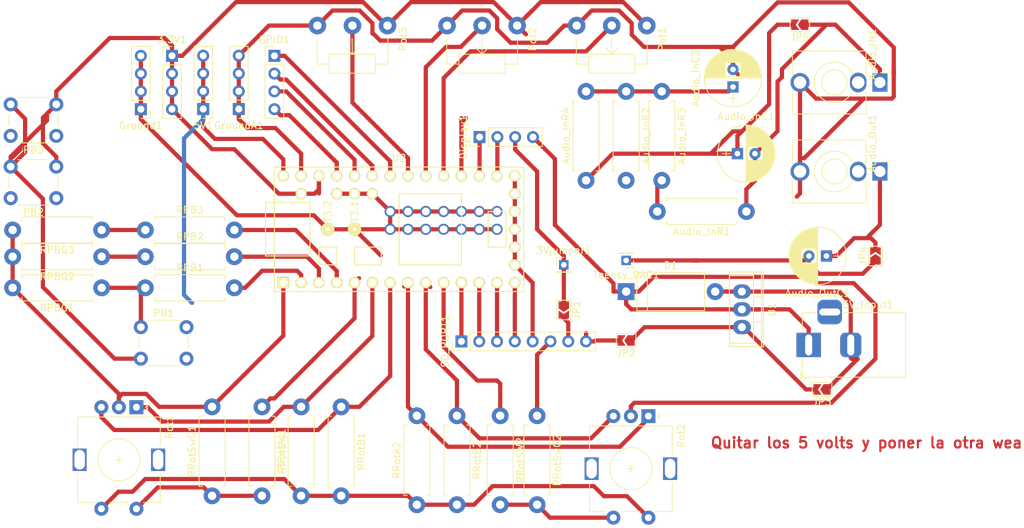
<source format=kicad_pcb>
(kicad_pcb (version 20171130) (host pcbnew "(5.0.1-3-g963ef8bb5)")

  (general
    (thickness 1.6)
    (drawings 1)
    (tracks 375)
    (zones 0)
    (modules 49)
    (nets 41)
  )

  (page A4)
  (layers
    (0 F.Cu signal)
    (31 B.Cu signal)
    (32 B.Adhes user)
    (33 F.Adhes user)
    (34 B.Paste user)
    (35 F.Paste user)
    (36 B.SilkS user)
    (37 F.SilkS user)
    (38 B.Mask user)
    (39 F.Mask user)
    (40 Dwgs.User user)
    (41 Cmts.User user)
    (42 Eco1.User user)
    (43 Eco2.User user)
    (44 Edge.Cuts user)
    (45 Margin user)
    (46 B.CrtYd user)
    (47 F.CrtYd user)
    (48 B.Fab user)
    (49 F.Fab user)
  )

  (setup
    (last_trace_width 0.6)
    (trace_clearance 0.6)
    (zone_clearance 0.508)
    (zone_45_only no)
    (trace_min 0.25)
    (segment_width 0.2)
    (edge_width 0.15)
    (via_size 0.8)
    (via_drill 0.4)
    (via_min_size 0.4)
    (via_min_drill 0.3)
    (uvia_size 0.3)
    (uvia_drill 0.1)
    (uvias_allowed no)
    (uvia_min_size 0.2)
    (uvia_min_drill 0.1)
    (pcb_text_width 0.3)
    (pcb_text_size 1.5 1.5)
    (mod_edge_width 0.15)
    (mod_text_size 1 1)
    (mod_text_width 0.15)
    (pad_size 0.3 0.3)
    (pad_drill 0)
    (pad_to_mask_clearance 0.051)
    (solder_mask_min_width 0.25)
    (aux_axis_origin 0 0)
    (visible_elements FFF9FF7F)
    (pcbplotparams
      (layerselection 0x010fc_ffffffff)
      (usegerberextensions false)
      (usegerberattributes false)
      (usegerberadvancedattributes false)
      (creategerberjobfile false)
      (excludeedgelayer true)
      (linewidth 0.100000)
      (plotframeref false)
      (viasonmask false)
      (mode 1)
      (useauxorigin false)
      (hpglpennumber 1)
      (hpglpenspeed 20)
      (hpglpendiameter 15.000000)
      (psnegative false)
      (psa4output false)
      (plotreference true)
      (plotvalue true)
      (plotinvisibletext false)
      (padsonsilk false)
      (subtractmaskfromsilk false)
      (outputformat 1)
      (mirror false)
      (drillshape 1)
      (scaleselection 1)
      (outputdirectory "./"))
  )

  (net 0 "")
  (net 1 +3V3)
  (net 2 +5V)
  (net 3 GND)
  (net 4 "Net-(5V_input1-Pad2)")
  (net 5 GNDA)
  (net 6 "Net-(Audio_IN1-PadS)")
  (net 7 AUDIO_IN)
  (net 8 "Net-(Audio_InC3-Pad1)")
  (net 9 DIO_DISP)
  (net 10 CLK_DISP)
  (net 11 GPIO4)
  (net 12 GPIO3)
  (net 13 GPIO2)
  (net 14 GPIO1)
  (net 15 "Net-(JP1-Pad2)")
  (net 16 "Net-(JP2-Pad2)")
  (net 17 "Net-(PB1-Pad1)")
  (net 18 "Net-(PB2-Pad1)")
  (net 19 "Net-(PB3-Pad1)")
  (net 20 Pot1)
  (net 21 Pot2)
  (net 22 Pot3)
  (net 23 "Net-(RRotSW1-Pad2)")
  (net 24 Rot_DT)
  (net 25 Rot_CLK)
  (net 26 Rot_CLK2)
  (net 27 Rot_DT2)
  (net 28 "Net-(RRotSW2-Pad2)")
  (net 29 PB_1)
  (net 30 PB_2)
  (net 31 PB_3)
  (net 32 Rot_SW)
  (net 33 Rot_SW2)
  (net 34 CSK)
  (net 35 DO)
  (net 36 DI)
  (net 37 CS)
  (net 38 SD)
  (net 39 "Net-(Audio_Out1-PadS)")
  (net 40 "Net-(Audio_OutC1-Pad2)")

  (net_class Default "This is the default net class."
    (clearance 0.6)
    (trace_width 0.6)
    (via_dia 0.8)
    (via_drill 0.4)
    (uvia_dia 0.3)
    (uvia_drill 0.1)
    (diff_pair_gap 0.6)
    (diff_pair_width 0.6)
    (add_net +3V3)
    (add_net +5V)
    (add_net AUDIO_IN)
    (add_net CLK_DISP)
    (add_net CS)
    (add_net CSK)
    (add_net DI)
    (add_net DIO_DISP)
    (add_net DO)
    (add_net GND)
    (add_net GNDA)
    (add_net GPIO1)
    (add_net GPIO2)
    (add_net GPIO3)
    (add_net GPIO4)
    (add_net "Net-(5V_input1-Pad2)")
    (add_net "Net-(Audio_IN1-PadS)")
    (add_net "Net-(Audio_InC3-Pad1)")
    (add_net "Net-(Audio_Out1-PadS)")
    (add_net "Net-(Audio_OutC1-Pad2)")
    (add_net "Net-(JP1-Pad2)")
    (add_net "Net-(JP2-Pad2)")
    (add_net "Net-(PB1-Pad1)")
    (add_net "Net-(PB2-Pad1)")
    (add_net "Net-(PB3-Pad1)")
    (add_net "Net-(RRotSW1-Pad2)")
    (add_net "Net-(RRotSW2-Pad2)")
    (add_net PB_1)
    (add_net PB_2)
    (add_net PB_3)
    (add_net Pot1)
    (add_net Pot2)
    (add_net Pot3)
    (add_net Rot_CLK)
    (add_net Rot_CLK2)
    (add_net Rot_DT)
    (add_net Rot_DT2)
    (add_net Rot_SW)
    (add_net Rot_SW2)
    (add_net SD)
  )

  (net_class small ""
    (clearance 0.6)
    (trace_width 0.25)
    (via_dia 0.8)
    (via_drill 0.4)
    (uvia_dia 0.3)
    (uvia_drill 0.1)
    (diff_pair_gap 0.6)
    (diff_pair_width 0.6)
  )

  (module Socket_Strips:Socket_Strip_Straight_1x01_Pitch2.00mm (layer F.Cu) (tedit 58CD544C) (tstamp 5C18839D)
    (at 236.855 64.135 180)
    (descr "Through hole straight socket strip, 1x01, 2.00mm pitch, single row")
    (tags "Through hole socket strip THT 1x01 2.00mm single row")
    (path /5C15C139)
    (fp_text reference Teensy_DAC1 (at 0 -2.06 180) (layer F.SilkS)
      (effects (font (size 1 1) (thickness 0.15)))
    )
    (fp_text value Conn_01x01_Female (at 0 2.06 180) (layer F.Fab)
      (effects (font (size 1 1) (thickness 0.15)))
    )
    (fp_line (start -1 -1) (end -1 1) (layer F.Fab) (width 0.1))
    (fp_line (start -1 1) (end 1 1) (layer F.Fab) (width 0.1))
    (fp_line (start 1 1) (end 1 -1) (layer F.Fab) (width 0.1))
    (fp_line (start 1 -1) (end -1 -1) (layer F.Fab) (width 0.1))
    (fp_line (start -1.06 1) (end -1.06 1.06) (layer F.SilkS) (width 0.12))
    (fp_line (start -1.06 1.06) (end 1.06 1.06) (layer F.SilkS) (width 0.12))
    (fp_line (start 1.06 1.06) (end 1.06 1) (layer F.SilkS) (width 0.12))
    (fp_line (start 1.06 1) (end -1.06 1) (layer F.SilkS) (width 0.12))
    (fp_line (start -1.06 0) (end -1.06 -1.06) (layer F.SilkS) (width 0.12))
    (fp_line (start -1.06 -1.06) (end 0 -1.06) (layer F.SilkS) (width 0.12))
    (fp_line (start -1.5 -1.5) (end -1.5 1.5) (layer F.CrtYd) (width 0.05))
    (fp_line (start -1.5 1.5) (end 1.5 1.5) (layer F.CrtYd) (width 0.05))
    (fp_line (start 1.5 1.5) (end 1.5 -1.5) (layer F.CrtYd) (width 0.05))
    (fp_line (start 1.5 -1.5) (end -1.5 -1.5) (layer F.CrtYd) (width 0.05))
    (fp_text user %R (at 0 -2.06 180) (layer F.Fab)
      (effects (font (size 1 1) (thickness 0.15)))
    )
    (pad 1 thru_hole rect (at 0 0 180) (size 1.35 1.35) (drill 0.8) (layers *.Cu *.Mask)
      (net 40 "Net-(Audio_OutC1-Pad2)"))
    (model ${KISYS3DMOD}/Socket_Strips.3dshapes/Socket_Strip_Straight_1x01_Pitch2.00mm.wrl
      (at (xyz 0 0 0))
      (scale (xyz 1 1 1))
      (rotate (xyz 0 0 0))
    )
  )

  (module Socket_Strips:Socket_Strip_Straight_1x01_Pitch2.00mm (layer F.Cu) (tedit 58CD544C) (tstamp 5C18E6EB)
    (at 227.965 64.77)
    (descr "Through hole straight socket strip, 1x01, 2.00mm pitch, single row")
    (tags "Through hole socket strip THT 1x01 2.00mm single row")
    (path /5C1CB15A)
    (fp_text reference 3Vjumper1 (at 0 -2.06) (layer F.SilkS)
      (effects (font (size 1 1) (thickness 0.15)))
    )
    (fp_text value Conn_01x01_Female (at 0 2.06) (layer F.Fab)
      (effects (font (size 1 1) (thickness 0.15)))
    )
    (fp_line (start -1 -1) (end -1 1) (layer F.Fab) (width 0.1))
    (fp_line (start -1 1) (end 1 1) (layer F.Fab) (width 0.1))
    (fp_line (start 1 1) (end 1 -1) (layer F.Fab) (width 0.1))
    (fp_line (start 1 -1) (end -1 -1) (layer F.Fab) (width 0.1))
    (fp_line (start -1.06 1) (end -1.06 1.06) (layer F.SilkS) (width 0.12))
    (fp_line (start -1.06 1.06) (end 1.06 1.06) (layer F.SilkS) (width 0.12))
    (fp_line (start 1.06 1.06) (end 1.06 1) (layer F.SilkS) (width 0.12))
    (fp_line (start 1.06 1) (end -1.06 1) (layer F.SilkS) (width 0.12))
    (fp_line (start -1.06 0) (end -1.06 -1.06) (layer F.SilkS) (width 0.12))
    (fp_line (start -1.06 -1.06) (end 0 -1.06) (layer F.SilkS) (width 0.12))
    (fp_line (start -1.5 -1.5) (end -1.5 1.5) (layer F.CrtYd) (width 0.05))
    (fp_line (start -1.5 1.5) (end 1.5 1.5) (layer F.CrtYd) (width 0.05))
    (fp_line (start 1.5 1.5) (end 1.5 -1.5) (layer F.CrtYd) (width 0.05))
    (fp_line (start 1.5 -1.5) (end -1.5 -1.5) (layer F.CrtYd) (width 0.05))
    (fp_text user %R (at 0 -2.06) (layer F.Fab)
      (effects (font (size 1 1) (thickness 0.15)))
    )
    (pad 1 thru_hole rect (at 0 0) (size 1.35 1.35) (drill 0.8) (layers *.Cu *.Mask)
      (net 1 +3V3))
    (model ${KISYS3DMOD}/Socket_Strips.3dshapes/Socket_Strip_Straight_1x01_Pitch2.00mm.wrl
      (at (xyz 0 0 0))
      (scale (xyz 1 1 1))
      (rotate (xyz 0 0 0))
    )
  )

  (module Capacitors_THT:CP_Radial_D8.0mm_P2.50mm (layer F.Cu) (tedit 597BC7C2) (tstamp 5C18A82B)
    (at 252.73 48.895)
    (descr "CP, Radial series, Radial, pin pitch=2.50mm, , diameter=8mm, Electrolytic Capacitor")
    (tags "CP Radial series Radial pin pitch 2.50mm  diameter 8mm Electrolytic Capacitor")
    (path /5C14C687)
    (fp_text reference Audio_InC1 (at 1.25 -5.31) (layer F.SilkS)
      (effects (font (size 1 1) (thickness 0.15)))
    )
    (fp_text value 10uf (at 1.25 5.31) (layer F.Fab)
      (effects (font (size 1 1) (thickness 0.15)))
    )
    (fp_text user %R (at 1.25 0) (layer F.Fab)
      (effects (font (size 1 1) (thickness 0.15)))
    )
    (fp_line (start 5.6 -4.35) (end -3.1 -4.35) (layer F.CrtYd) (width 0.05))
    (fp_line (start 5.6 4.35) (end 5.6 -4.35) (layer F.CrtYd) (width 0.05))
    (fp_line (start -3.1 4.35) (end 5.6 4.35) (layer F.CrtYd) (width 0.05))
    (fp_line (start -3.1 -4.35) (end -3.1 4.35) (layer F.CrtYd) (width 0.05))
    (fp_line (start -1.6 -0.65) (end -1.6 0.65) (layer F.SilkS) (width 0.12))
    (fp_line (start -2.2 0) (end -1 0) (layer F.SilkS) (width 0.12))
    (fp_line (start 5.331 -0.246) (end 5.331 0.246) (layer F.SilkS) (width 0.12))
    (fp_line (start 5.291 -0.598) (end 5.291 0.598) (layer F.SilkS) (width 0.12))
    (fp_line (start 5.251 -0.814) (end 5.251 0.814) (layer F.SilkS) (width 0.12))
    (fp_line (start 5.211 -0.983) (end 5.211 0.983) (layer F.SilkS) (width 0.12))
    (fp_line (start 5.171 -1.127) (end 5.171 1.127) (layer F.SilkS) (width 0.12))
    (fp_line (start 5.131 -1.254) (end 5.131 1.254) (layer F.SilkS) (width 0.12))
    (fp_line (start 5.091 -1.369) (end 5.091 1.369) (layer F.SilkS) (width 0.12))
    (fp_line (start 5.051 -1.473) (end 5.051 1.473) (layer F.SilkS) (width 0.12))
    (fp_line (start 5.011 -1.57) (end 5.011 1.57) (layer F.SilkS) (width 0.12))
    (fp_line (start 4.971 -1.66) (end 4.971 1.66) (layer F.SilkS) (width 0.12))
    (fp_line (start 4.931 -1.745) (end 4.931 1.745) (layer F.SilkS) (width 0.12))
    (fp_line (start 4.891 -1.826) (end 4.891 1.826) (layer F.SilkS) (width 0.12))
    (fp_line (start 4.851 -1.902) (end 4.851 1.902) (layer F.SilkS) (width 0.12))
    (fp_line (start 4.811 -1.974) (end 4.811 1.974) (layer F.SilkS) (width 0.12))
    (fp_line (start 4.771 -2.043) (end 4.771 2.043) (layer F.SilkS) (width 0.12))
    (fp_line (start 4.731 -2.109) (end 4.731 2.109) (layer F.SilkS) (width 0.12))
    (fp_line (start 4.691 -2.173) (end 4.691 2.173) (layer F.SilkS) (width 0.12))
    (fp_line (start 4.651 -2.234) (end 4.651 2.234) (layer F.SilkS) (width 0.12))
    (fp_line (start 4.611 -2.293) (end 4.611 2.293) (layer F.SilkS) (width 0.12))
    (fp_line (start 4.571 -2.349) (end 4.571 2.349) (layer F.SilkS) (width 0.12))
    (fp_line (start 4.531 -2.404) (end 4.531 2.404) (layer F.SilkS) (width 0.12))
    (fp_line (start 4.491 -2.457) (end 4.491 2.457) (layer F.SilkS) (width 0.12))
    (fp_line (start 4.451 -2.508) (end 4.451 2.508) (layer F.SilkS) (width 0.12))
    (fp_line (start 4.411 -2.557) (end 4.411 2.557) (layer F.SilkS) (width 0.12))
    (fp_line (start 4.371 -2.605) (end 4.371 2.605) (layer F.SilkS) (width 0.12))
    (fp_line (start 4.331 -2.652) (end 4.331 2.652) (layer F.SilkS) (width 0.12))
    (fp_line (start 4.291 -2.697) (end 4.291 2.697) (layer F.SilkS) (width 0.12))
    (fp_line (start 4.251 -2.74) (end 4.251 2.74) (layer F.SilkS) (width 0.12))
    (fp_line (start 4.211 -2.783) (end 4.211 2.783) (layer F.SilkS) (width 0.12))
    (fp_line (start 4.171 -2.824) (end 4.171 2.824) (layer F.SilkS) (width 0.12))
    (fp_line (start 4.131 -2.865) (end 4.131 2.865) (layer F.SilkS) (width 0.12))
    (fp_line (start 4.091 -2.904) (end 4.091 2.904) (layer F.SilkS) (width 0.12))
    (fp_line (start 4.051 -2.942) (end 4.051 2.942) (layer F.SilkS) (width 0.12))
    (fp_line (start 4.011 -2.979) (end 4.011 2.979) (layer F.SilkS) (width 0.12))
    (fp_line (start 3.971 -3.015) (end 3.971 3.015) (layer F.SilkS) (width 0.12))
    (fp_line (start 3.931 -3.05) (end 3.931 3.05) (layer F.SilkS) (width 0.12))
    (fp_line (start 3.891 -3.084) (end 3.891 3.084) (layer F.SilkS) (width 0.12))
    (fp_line (start 3.851 -3.118) (end 3.851 3.118) (layer F.SilkS) (width 0.12))
    (fp_line (start 3.811 -3.15) (end 3.811 3.15) (layer F.SilkS) (width 0.12))
    (fp_line (start 3.771 -3.182) (end 3.771 3.182) (layer F.SilkS) (width 0.12))
    (fp_line (start 3.731 -3.213) (end 3.731 3.213) (layer F.SilkS) (width 0.12))
    (fp_line (start 3.691 -3.243) (end 3.691 3.243) (layer F.SilkS) (width 0.12))
    (fp_line (start 3.651 -3.272) (end 3.651 3.272) (layer F.SilkS) (width 0.12))
    (fp_line (start 3.611 -3.301) (end 3.611 3.301) (layer F.SilkS) (width 0.12))
    (fp_line (start 3.571 -3.329) (end 3.571 3.329) (layer F.SilkS) (width 0.12))
    (fp_line (start 3.531 -3.356) (end 3.531 3.356) (layer F.SilkS) (width 0.12))
    (fp_line (start 3.491 -3.383) (end 3.491 3.383) (layer F.SilkS) (width 0.12))
    (fp_line (start 3.451 0.98) (end 3.451 3.408) (layer F.SilkS) (width 0.12))
    (fp_line (start 3.451 -3.408) (end 3.451 -0.98) (layer F.SilkS) (width 0.12))
    (fp_line (start 3.411 0.98) (end 3.411 3.434) (layer F.SilkS) (width 0.12))
    (fp_line (start 3.411 -3.434) (end 3.411 -0.98) (layer F.SilkS) (width 0.12))
    (fp_line (start 3.371 0.98) (end 3.371 3.458) (layer F.SilkS) (width 0.12))
    (fp_line (start 3.371 -3.458) (end 3.371 -0.98) (layer F.SilkS) (width 0.12))
    (fp_line (start 3.331 0.98) (end 3.331 3.482) (layer F.SilkS) (width 0.12))
    (fp_line (start 3.331 -3.482) (end 3.331 -0.98) (layer F.SilkS) (width 0.12))
    (fp_line (start 3.291 0.98) (end 3.291 3.505) (layer F.SilkS) (width 0.12))
    (fp_line (start 3.291 -3.505) (end 3.291 -0.98) (layer F.SilkS) (width 0.12))
    (fp_line (start 3.251 0.98) (end 3.251 3.528) (layer F.SilkS) (width 0.12))
    (fp_line (start 3.251 -3.528) (end 3.251 -0.98) (layer F.SilkS) (width 0.12))
    (fp_line (start 3.211 0.98) (end 3.211 3.55) (layer F.SilkS) (width 0.12))
    (fp_line (start 3.211 -3.55) (end 3.211 -0.98) (layer F.SilkS) (width 0.12))
    (fp_line (start 3.171 0.98) (end 3.171 3.572) (layer F.SilkS) (width 0.12))
    (fp_line (start 3.171 -3.572) (end 3.171 -0.98) (layer F.SilkS) (width 0.12))
    (fp_line (start 3.131 0.98) (end 3.131 3.593) (layer F.SilkS) (width 0.12))
    (fp_line (start 3.131 -3.593) (end 3.131 -0.98) (layer F.SilkS) (width 0.12))
    (fp_line (start 3.091 0.98) (end 3.091 3.613) (layer F.SilkS) (width 0.12))
    (fp_line (start 3.091 -3.613) (end 3.091 -0.98) (layer F.SilkS) (width 0.12))
    (fp_line (start 3.051 0.98) (end 3.051 3.633) (layer F.SilkS) (width 0.12))
    (fp_line (start 3.051 -3.633) (end 3.051 -0.98) (layer F.SilkS) (width 0.12))
    (fp_line (start 3.011 0.98) (end 3.011 3.652) (layer F.SilkS) (width 0.12))
    (fp_line (start 3.011 -3.652) (end 3.011 -0.98) (layer F.SilkS) (width 0.12))
    (fp_line (start 2.971 0.98) (end 2.971 3.671) (layer F.SilkS) (width 0.12))
    (fp_line (start 2.971 -3.671) (end 2.971 -0.98) (layer F.SilkS) (width 0.12))
    (fp_line (start 2.931 0.98) (end 2.931 3.69) (layer F.SilkS) (width 0.12))
    (fp_line (start 2.931 -3.69) (end 2.931 -0.98) (layer F.SilkS) (width 0.12))
    (fp_line (start 2.891 0.98) (end 2.891 3.707) (layer F.SilkS) (width 0.12))
    (fp_line (start 2.891 -3.707) (end 2.891 -0.98) (layer F.SilkS) (width 0.12))
    (fp_line (start 2.851 0.98) (end 2.851 3.725) (layer F.SilkS) (width 0.12))
    (fp_line (start 2.851 -3.725) (end 2.851 -0.98) (layer F.SilkS) (width 0.12))
    (fp_line (start 2.811 0.98) (end 2.811 3.741) (layer F.SilkS) (width 0.12))
    (fp_line (start 2.811 -3.741) (end 2.811 -0.98) (layer F.SilkS) (width 0.12))
    (fp_line (start 2.771 0.98) (end 2.771 3.758) (layer F.SilkS) (width 0.12))
    (fp_line (start 2.771 -3.758) (end 2.771 -0.98) (layer F.SilkS) (width 0.12))
    (fp_line (start 2.731 0.98) (end 2.731 3.773) (layer F.SilkS) (width 0.12))
    (fp_line (start 2.731 -3.773) (end 2.731 -0.98) (layer F.SilkS) (width 0.12))
    (fp_line (start 2.691 0.98) (end 2.691 3.789) (layer F.SilkS) (width 0.12))
    (fp_line (start 2.691 -3.789) (end 2.691 -0.98) (layer F.SilkS) (width 0.12))
    (fp_line (start 2.651 0.98) (end 2.651 3.803) (layer F.SilkS) (width 0.12))
    (fp_line (start 2.651 -3.803) (end 2.651 -0.98) (layer F.SilkS) (width 0.12))
    (fp_line (start 2.611 0.98) (end 2.611 3.818) (layer F.SilkS) (width 0.12))
    (fp_line (start 2.611 -3.818) (end 2.611 -0.98) (layer F.SilkS) (width 0.12))
    (fp_line (start 2.571 0.98) (end 2.571 3.832) (layer F.SilkS) (width 0.12))
    (fp_line (start 2.571 -3.832) (end 2.571 -0.98) (layer F.SilkS) (width 0.12))
    (fp_line (start 2.531 0.98) (end 2.531 3.845) (layer F.SilkS) (width 0.12))
    (fp_line (start 2.531 -3.845) (end 2.531 -0.98) (layer F.SilkS) (width 0.12))
    (fp_line (start 2.491 0.98) (end 2.491 3.858) (layer F.SilkS) (width 0.12))
    (fp_line (start 2.491 -3.858) (end 2.491 -0.98) (layer F.SilkS) (width 0.12))
    (fp_line (start 2.451 0.98) (end 2.451 3.87) (layer F.SilkS) (width 0.12))
    (fp_line (start 2.451 -3.87) (end 2.451 -0.98) (layer F.SilkS) (width 0.12))
    (fp_line (start 2.411 0.98) (end 2.411 3.883) (layer F.SilkS) (width 0.12))
    (fp_line (start 2.411 -3.883) (end 2.411 -0.98) (layer F.SilkS) (width 0.12))
    (fp_line (start 2.371 0.98) (end 2.371 3.894) (layer F.SilkS) (width 0.12))
    (fp_line (start 2.371 -3.894) (end 2.371 -0.98) (layer F.SilkS) (width 0.12))
    (fp_line (start 2.331 0.98) (end 2.331 3.905) (layer F.SilkS) (width 0.12))
    (fp_line (start 2.331 -3.905) (end 2.331 -0.98) (layer F.SilkS) (width 0.12))
    (fp_line (start 2.291 0.98) (end 2.291 3.916) (layer F.SilkS) (width 0.12))
    (fp_line (start 2.291 -3.916) (end 2.291 -0.98) (layer F.SilkS) (width 0.12))
    (fp_line (start 2.251 0.98) (end 2.251 3.926) (layer F.SilkS) (width 0.12))
    (fp_line (start 2.251 -3.926) (end 2.251 -0.98) (layer F.SilkS) (width 0.12))
    (fp_line (start 2.211 0.98) (end 2.211 3.936) (layer F.SilkS) (width 0.12))
    (fp_line (start 2.211 -3.936) (end 2.211 -0.98) (layer F.SilkS) (width 0.12))
    (fp_line (start 2.171 0.98) (end 2.171 3.946) (layer F.SilkS) (width 0.12))
    (fp_line (start 2.171 -3.946) (end 2.171 -0.98) (layer F.SilkS) (width 0.12))
    (fp_line (start 2.131 0.98) (end 2.131 3.955) (layer F.SilkS) (width 0.12))
    (fp_line (start 2.131 -3.955) (end 2.131 -0.98) (layer F.SilkS) (width 0.12))
    (fp_line (start 2.091 0.98) (end 2.091 3.963) (layer F.SilkS) (width 0.12))
    (fp_line (start 2.091 -3.963) (end 2.091 -0.98) (layer F.SilkS) (width 0.12))
    (fp_line (start 2.051 0.98) (end 2.051 3.971) (layer F.SilkS) (width 0.12))
    (fp_line (start 2.051 -3.971) (end 2.051 -0.98) (layer F.SilkS) (width 0.12))
    (fp_line (start 2.011 0.98) (end 2.011 3.979) (layer F.SilkS) (width 0.12))
    (fp_line (start 2.011 -3.979) (end 2.011 -0.98) (layer F.SilkS) (width 0.12))
    (fp_line (start 1.971 0.98) (end 1.971 3.987) (layer F.SilkS) (width 0.12))
    (fp_line (start 1.971 -3.987) (end 1.971 -0.98) (layer F.SilkS) (width 0.12))
    (fp_line (start 1.93 0.98) (end 1.93 3.994) (layer F.SilkS) (width 0.12))
    (fp_line (start 1.93 -3.994) (end 1.93 -0.98) (layer F.SilkS) (width 0.12))
    (fp_line (start 1.89 0.98) (end 1.89 4) (layer F.SilkS) (width 0.12))
    (fp_line (start 1.89 -4) (end 1.89 -0.98) (layer F.SilkS) (width 0.12))
    (fp_line (start 1.85 0.98) (end 1.85 4.006) (layer F.SilkS) (width 0.12))
    (fp_line (start 1.85 -4.006) (end 1.85 -0.98) (layer F.SilkS) (width 0.12))
    (fp_line (start 1.81 0.98) (end 1.81 4.012) (layer F.SilkS) (width 0.12))
    (fp_line (start 1.81 -4.012) (end 1.81 -0.98) (layer F.SilkS) (width 0.12))
    (fp_line (start 1.77 0.98) (end 1.77 4.017) (layer F.SilkS) (width 0.12))
    (fp_line (start 1.77 -4.017) (end 1.77 -0.98) (layer F.SilkS) (width 0.12))
    (fp_line (start 1.73 0.98) (end 1.73 4.022) (layer F.SilkS) (width 0.12))
    (fp_line (start 1.73 -4.022) (end 1.73 -0.98) (layer F.SilkS) (width 0.12))
    (fp_line (start 1.69 0.98) (end 1.69 4.027) (layer F.SilkS) (width 0.12))
    (fp_line (start 1.69 -4.027) (end 1.69 -0.98) (layer F.SilkS) (width 0.12))
    (fp_line (start 1.65 0.98) (end 1.65 4.031) (layer F.SilkS) (width 0.12))
    (fp_line (start 1.65 -4.031) (end 1.65 -0.98) (layer F.SilkS) (width 0.12))
    (fp_line (start 1.61 0.98) (end 1.61 4.035) (layer F.SilkS) (width 0.12))
    (fp_line (start 1.61 -4.035) (end 1.61 -0.98) (layer F.SilkS) (width 0.12))
    (fp_line (start 1.57 0.98) (end 1.57 4.038) (layer F.SilkS) (width 0.12))
    (fp_line (start 1.57 -4.038) (end 1.57 -0.98) (layer F.SilkS) (width 0.12))
    (fp_line (start 1.53 0.98) (end 1.53 4.041) (layer F.SilkS) (width 0.12))
    (fp_line (start 1.53 -4.041) (end 1.53 -0.98) (layer F.SilkS) (width 0.12))
    (fp_line (start 1.49 -4.043) (end 1.49 4.043) (layer F.SilkS) (width 0.12))
    (fp_line (start 1.45 -4.046) (end 1.45 4.046) (layer F.SilkS) (width 0.12))
    (fp_line (start 1.41 -4.047) (end 1.41 4.047) (layer F.SilkS) (width 0.12))
    (fp_line (start 1.37 -4.049) (end 1.37 4.049) (layer F.SilkS) (width 0.12))
    (fp_line (start 1.33 -4.05) (end 1.33 4.05) (layer F.SilkS) (width 0.12))
    (fp_line (start 1.29 -4.05) (end 1.29 4.05) (layer F.SilkS) (width 0.12))
    (fp_line (start 1.25 -4.05) (end 1.25 4.05) (layer F.SilkS) (width 0.12))
    (fp_line (start -1.6 -0.65) (end -1.6 0.65) (layer F.Fab) (width 0.1))
    (fp_line (start -2.2 0) (end -1 0) (layer F.Fab) (width 0.1))
    (fp_circle (center 1.25 0) (end 5.34 0) (layer F.SilkS) (width 0.12))
    (fp_circle (center 1.25 0) (end 5.25 0) (layer F.Fab) (width 0.1))
    (pad 2 thru_hole circle (at 2.5 0) (size 1.6 1.6) (drill 0.8) (layers *.Cu *.Mask)
      (net 6 "Net-(Audio_IN1-PadS)"))
    (pad 1 thru_hole rect (at 0 0) (size 1.6 1.6) (drill 0.8) (layers *.Cu *.Mask)
      (net 7 AUDIO_IN))
    (model ${KISYS3DMOD}/Capacitors_THT.3dshapes/CP_Radial_D8.0mm_P2.50mm.wrl
      (at (xyz 0 0 0))
      (scale (xyz 1 1 1))
      (rotate (xyz 0 0 0))
    )
  )

  (module Rotary_Encoder:RotaryEncoder_Alps_EC11E-Switch_Vertical_H20mm (layer F.Cu) (tedit 5A74C8CB) (tstamp 5C1729DC)
    (at 240.03 86.36 270)
    (descr "Alps rotary encoder, EC12E... with switch, vertical shaft, http://www.alps.com/prod/info/E/HTML/Encoder/Incremental/EC11/EC11E15204A3.html")
    (tags "rotary encoder")
    (path /5C0B637D)
    (fp_text reference Rot2 (at 2.8 -4.7 270) (layer F.SilkS)
      (effects (font (size 1 1) (thickness 0.15)))
    )
    (fp_text value Rotary (at 7.5 10.4 270) (layer F.Fab)
      (effects (font (size 1 1) (thickness 0.15)))
    )
    (fp_circle (center 7.5 2.5) (end 10.5 2.5) (layer F.Fab) (width 0.12))
    (fp_circle (center 7.5 2.5) (end 10.5 2.5) (layer F.SilkS) (width 0.12))
    (fp_line (start 16 9.6) (end -1.5 9.6) (layer F.CrtYd) (width 0.05))
    (fp_line (start 16 9.6) (end 16 -4.6) (layer F.CrtYd) (width 0.05))
    (fp_line (start -1.5 -4.6) (end -1.5 9.6) (layer F.CrtYd) (width 0.05))
    (fp_line (start -1.5 -4.6) (end 16 -4.6) (layer F.CrtYd) (width 0.05))
    (fp_line (start 2.5 -3.3) (end 13.5 -3.3) (layer F.Fab) (width 0.12))
    (fp_line (start 13.5 -3.3) (end 13.5 8.3) (layer F.Fab) (width 0.12))
    (fp_line (start 13.5 8.3) (end 1.5 8.3) (layer F.Fab) (width 0.12))
    (fp_line (start 1.5 8.3) (end 1.5 -2.2) (layer F.Fab) (width 0.12))
    (fp_line (start 1.5 -2.2) (end 2.5 -3.3) (layer F.Fab) (width 0.12))
    (fp_line (start 9.5 -3.4) (end 13.6 -3.4) (layer F.SilkS) (width 0.12))
    (fp_line (start 13.6 8.4) (end 9.5 8.4) (layer F.SilkS) (width 0.12))
    (fp_line (start 5.5 8.4) (end 1.4 8.4) (layer F.SilkS) (width 0.12))
    (fp_line (start 5.5 -3.4) (end 1.4 -3.4) (layer F.SilkS) (width 0.12))
    (fp_line (start 1.4 -3.4) (end 1.4 8.4) (layer F.SilkS) (width 0.12))
    (fp_line (start 0 -1.3) (end -0.3 -1.6) (layer F.SilkS) (width 0.12))
    (fp_line (start -0.3 -1.6) (end 0.3 -1.6) (layer F.SilkS) (width 0.12))
    (fp_line (start 0.3 -1.6) (end 0 -1.3) (layer F.SilkS) (width 0.12))
    (fp_line (start 7.5 -0.5) (end 7.5 5.5) (layer F.Fab) (width 0.12))
    (fp_line (start 4.5 2.5) (end 10.5 2.5) (layer F.Fab) (width 0.12))
    (fp_line (start 13.6 -3.4) (end 13.6 -1) (layer F.SilkS) (width 0.12))
    (fp_line (start 13.6 1.2) (end 13.6 3.8) (layer F.SilkS) (width 0.12))
    (fp_line (start 13.6 6) (end 13.6 8.4) (layer F.SilkS) (width 0.12))
    (fp_line (start 7.5 2) (end 7.5 3) (layer F.SilkS) (width 0.12))
    (fp_line (start 7 2.5) (end 8 2.5) (layer F.SilkS) (width 0.12))
    (fp_text user %R (at 11.1 6.3 270) (layer F.Fab)
      (effects (font (size 1 1) (thickness 0.15)))
    )
    (pad A thru_hole rect (at 0 0 270) (size 2 2) (drill 1) (layers *.Cu *.Mask)
      (net 26 Rot_CLK2))
    (pad C thru_hole circle (at 0 2.5 270) (size 2 2) (drill 1) (layers *.Cu *.Mask)
      (net 3 GND))
    (pad B thru_hole circle (at 0 5 270) (size 2 2) (drill 1) (layers *.Cu *.Mask)
      (net 27 Rot_DT2))
    (pad MP thru_hole rect (at 7.5 -3.1 270) (size 3.2 2) (drill oval 2.8 1.5) (layers *.Cu *.Mask))
    (pad MP thru_hole rect (at 7.5 8.1 270) (size 3.2 2) (drill oval 2.8 1.5) (layers *.Cu *.Mask))
    (pad S2 thru_hole circle (at 14.5 0 270) (size 2 2) (drill 1) (layers *.Cu *.Mask)
      (net 1 +3V3))
    (pad S1 thru_hole circle (at 14.5 5 270) (size 2 2) (drill 1) (layers *.Cu *.Mask)
      (net 28 "Net-(RRotSW2-Pad2)"))
    (model ${KISYS3DMOD}/Rotary_Encoder.3dshapes/RotaryEncoder_Alps_EC11E-Switch_Vertical_H20mm.wrl
      (at (xyz 0 0 0))
      (scale (xyz 1 1 1))
      (rotate (xyz 0 0 0))
    )
  )

  (module Connector_BarrelJack:BarrelJack_Horizontal locked (layer F.Cu) (tedit 5A1DBF6A) (tstamp 5C1881E1)
    (at 262.89 76.2 180)
    (descr "DC Barrel Jack")
    (tags "Power Jack")
    (path /5C14573C)
    (fp_text reference 5V_input1 (at -8.45 5.75 180) (layer F.SilkS)
      (effects (font (size 1 1) (thickness 0.15)))
    )
    (fp_text value Jack-DC (at -6.2 -5.5 180) (layer F.Fab)
      (effects (font (size 1 1) (thickness 0.15)))
    )
    (fp_text user %R (at -3 -2.95 180) (layer F.Fab)
      (effects (font (size 1 1) (thickness 0.15)))
    )
    (fp_line (start -0.003213 -4.505425) (end 0.8 -3.75) (layer F.Fab) (width 0.1))
    (fp_line (start 1.1 -3.75) (end 1.1 -4.8) (layer F.SilkS) (width 0.12))
    (fp_line (start 0.05 -4.8) (end 1.1 -4.8) (layer F.SilkS) (width 0.12))
    (fp_line (start 1 -4.5) (end 1 -4.75) (layer F.CrtYd) (width 0.05))
    (fp_line (start 1 -4.75) (end -14 -4.75) (layer F.CrtYd) (width 0.05))
    (fp_line (start 1 -4.5) (end 1 -2) (layer F.CrtYd) (width 0.05))
    (fp_line (start 1 -2) (end 2 -2) (layer F.CrtYd) (width 0.05))
    (fp_line (start 2 -2) (end 2 2) (layer F.CrtYd) (width 0.05))
    (fp_line (start 2 2) (end 1 2) (layer F.CrtYd) (width 0.05))
    (fp_line (start 1 2) (end 1 4.75) (layer F.CrtYd) (width 0.05))
    (fp_line (start 1 4.75) (end -1 4.75) (layer F.CrtYd) (width 0.05))
    (fp_line (start -1 4.75) (end -1 6.75) (layer F.CrtYd) (width 0.05))
    (fp_line (start -1 6.75) (end -5 6.75) (layer F.CrtYd) (width 0.05))
    (fp_line (start -5 6.75) (end -5 4.75) (layer F.CrtYd) (width 0.05))
    (fp_line (start -5 4.75) (end -14 4.75) (layer F.CrtYd) (width 0.05))
    (fp_line (start -14 4.75) (end -14 -4.75) (layer F.CrtYd) (width 0.05))
    (fp_line (start -5 4.6) (end -13.8 4.6) (layer F.SilkS) (width 0.12))
    (fp_line (start -13.8 4.6) (end -13.8 -4.6) (layer F.SilkS) (width 0.12))
    (fp_line (start 0.9 1.9) (end 0.9 4.6) (layer F.SilkS) (width 0.12))
    (fp_line (start 0.9 4.6) (end -1 4.6) (layer F.SilkS) (width 0.12))
    (fp_line (start -13.8 -4.6) (end 0.9 -4.6) (layer F.SilkS) (width 0.12))
    (fp_line (start 0.9 -4.6) (end 0.9 -2) (layer F.SilkS) (width 0.12))
    (fp_line (start -10.2 -4.5) (end -10.2 4.5) (layer F.Fab) (width 0.1))
    (fp_line (start -13.7 -4.5) (end -13.7 4.5) (layer F.Fab) (width 0.1))
    (fp_line (start -13.7 4.5) (end 0.8 4.5) (layer F.Fab) (width 0.1))
    (fp_line (start 0.8 4.5) (end 0.8 -3.75) (layer F.Fab) (width 0.1))
    (fp_line (start 0 -4.5) (end -13.7 -4.5) (layer F.Fab) (width 0.1))
    (pad 1 thru_hole rect (at 0 0 180) (size 3.5 3.5) (drill oval 1 3) (layers *.Cu *.Mask)
      (net 3 GND))
    (pad 2 thru_hole roundrect (at -6 0 180) (size 3 3.5) (drill oval 1 3) (layers *.Cu *.Mask) (roundrect_rratio 0.25)
      (net 4 "Net-(5V_input1-Pad2)"))
    (pad 3 thru_hole roundrect (at -3 4.7 180) (size 3.5 3.5) (drill oval 3 1) (layers *.Cu *.Mask) (roundrect_rratio 0.25))
    (model ${KISYS3DMOD}/Connector_BarrelJack.3dshapes/BarrelJack_Horizontal.wrl
      (at (xyz 0 0 0))
      (scale (xyz 1 1 1))
      (rotate (xyz 0 0 0))
    )
  )

  (module Connector_Audio:Jack_3.5mm_QingPu_WQP-PJ398SM_Vertical_CircularHoles (layer F.Cu) (tedit 5BC12CFB) (tstamp 5C188175)
    (at 273.05 38.735 270)
    (descr "TRS 3.5mm, vertical, Thonkiconn, PCB mount, (http://www.qingpu-electronics.com/en/products/WQP-PJ398SM-362.html)")
    (tags "WQP-PJ398SM TRS 3.5mm mono vertical jack thonkiconn qingpu")
    (path /5C14538C)
    (fp_text reference Audio_IN1 (at -4.03 1.08 90) (layer F.SilkS)
      (effects (font (size 1 1) (thickness 0.15)))
    )
    (fp_text value AudioJack2_Ground (at 0 5 90) (layer F.Fab)
      (effects (font (size 1 1) (thickness 0.15)))
    )
    (fp_line (start 0 0) (end 0 2.03) (layer F.Fab) (width 0.1))
    (fp_circle (center 0 6.48) (end 1.8 6.48) (layer F.Fab) (width 0.1))
    (fp_line (start 4.5 2.03) (end -4.5 2.03) (layer F.Fab) (width 0.1))
    (fp_line (start 5 -1.58) (end -5 -1.58) (layer F.CrtYd) (width 0.05))
    (fp_line (start 5 13.25) (end -5 13.25) (layer F.CrtYd) (width 0.05))
    (fp_line (start 5 13.25) (end 5 -1.58) (layer F.CrtYd) (width 0.05))
    (fp_line (start 4.5 12.48) (end -4.5 12.48) (layer F.Fab) (width 0.1))
    (fp_line (start 4.5 12.48) (end 4.5 2.08) (layer F.Fab) (width 0.1))
    (fp_line (start -1.4 -1.18) (end -0.08 -1.18) (layer F.SilkS) (width 0.12))
    (fp_line (start -1.4 -1.18) (end -1.4 -0.08) (layer F.SilkS) (width 0.12))
    (fp_line (start 0.42 1.2) (end 0.42 1.8) (layer F.SilkS) (width 0.12))
    (fp_line (start -0.42 1.2) (end -0.42 1.8) (layer F.SilkS) (width 0.12))
    (fp_circle (center 0 6.48) (end 1.8 6.48) (layer F.SilkS) (width 0.12))
    (fp_line (start -0.9 1.98) (end -4.5 1.98) (layer F.SilkS) (width 0.12))
    (fp_line (start 4.5 1.98) (end 0.9 1.98) (layer F.SilkS) (width 0.12))
    (fp_line (start -1 12.48) (end -4.5 12.48) (layer F.SilkS) (width 0.12))
    (fp_line (start 4.5 12.48) (end 1 12.48) (layer F.SilkS) (width 0.12))
    (fp_arc (start 0 6.48) (end 0 9.375) (angle -153.4) (layer F.SilkS) (width 0.12))
    (fp_arc (start 0 6.48) (end 0 9.375) (angle 153.4) (layer F.SilkS) (width 0.12))
    (fp_line (start -1.41 6.02) (end -0.46 5.07) (layer Dwgs.User) (width 0.12))
    (fp_line (start -1.42 6.875) (end 0.4 5.06) (layer Dwgs.User) (width 0.12))
    (fp_line (start -1.07 7.49) (end 1.01 5.41) (layer Dwgs.User) (width 0.12))
    (fp_line (start -0.58 7.83) (end 1.36 5.89) (layer Dwgs.User) (width 0.12))
    (fp_line (start 0.09 7.96) (end 1.48 6.57) (layer Dwgs.User) (width 0.12))
    (fp_circle (center 0 6.48) (end 1.5 6.48) (layer Dwgs.User) (width 0.12))
    (fp_line (start 4.5 1.98) (end 4.5 12.48) (layer F.SilkS) (width 0.12))
    (fp_line (start -4.5 1.98) (end -4.5 12.48) (layer F.SilkS) (width 0.12))
    (fp_text user %R (at 0 8 90) (layer F.Fab)
      (effects (font (size 1 1) (thickness 0.15)))
    )
    (fp_line (start -4.5 12.48) (end -4.5 2.08) (layer F.Fab) (width 0.1))
    (fp_line (start -5 13.25) (end -5 -1.58) (layer F.CrtYd) (width 0.05))
    (fp_text user KEEPOUT (at 0 6.48 270) (layer Cmts.User)
      (effects (font (size 0.4 0.4) (thickness 0.051)))
    )
    (pad T thru_hole circle (at 0 11.4 90) (size 2.7 2.7) (drill 1.8) (layers *.Cu *.Mask)
      (net 5 GNDA))
    (pad S thru_hole rect (at 0 0 90) (size 2.6 2.15) (drill 1.6) (layers *.Cu *.Mask)
      (net 6 "Net-(Audio_IN1-PadS)"))
    (pad TN thru_hole oval (at 0 3.1 90) (size 2.8 2.35) (drill 1.8) (layers *.Cu *.Mask))
    (model ${KISYS3DMOD}/Connector_Audio.3dshapes/Jack_3.5mm_QingPu_WQP-PJ398SM_Vertical.wrl
      (at (xyz 0 0 0))
      (scale (xyz 1 1 1))
      (rotate (xyz 0 0 0))
    )
  )

  (module Connector_Audio:Jack_3.5mm_QingPu_WQP-PJ398SM_Vertical_CircularHoles (layer F.Cu) (tedit 5BC12CFB) (tstamp 5C188088)
    (at 273.05 51.435 270)
    (descr "TRS 3.5mm, vertical, Thonkiconn, PCB mount, (http://www.qingpu-electronics.com/en/products/WQP-PJ398SM-362.html)")
    (tags "WQP-PJ398SM TRS 3.5mm mono vertical jack thonkiconn qingpu")
    (path /5C1454F2)
    (fp_text reference Audio_Out1 (at -4.03 1.08 90) (layer F.SilkS)
      (effects (font (size 1 1) (thickness 0.15)))
    )
    (fp_text value AudioJack2_Ground (at 0 5 90) (layer F.Fab)
      (effects (font (size 1 1) (thickness 0.15)))
    )
    (fp_text user KEEPOUT (at 0 6.48 270) (layer Cmts.User)
      (effects (font (size 0.4 0.4) (thickness 0.051)))
    )
    (fp_line (start -5 13.25) (end -5 -1.58) (layer F.CrtYd) (width 0.05))
    (fp_line (start -4.5 12.48) (end -4.5 2.08) (layer F.Fab) (width 0.1))
    (fp_text user %R (at -0.316413 5.386312 90) (layer F.Fab)
      (effects (font (size 1 1) (thickness 0.15)))
    )
    (fp_line (start -4.5 1.98) (end -4.5 12.48) (layer F.SilkS) (width 0.12))
    (fp_line (start 4.5 1.98) (end 4.5 12.48) (layer F.SilkS) (width 0.12))
    (fp_circle (center 0 6.48) (end 1.5 6.48) (layer Dwgs.User) (width 0.12))
    (fp_line (start 0.09 7.96) (end 1.48 6.57) (layer Dwgs.User) (width 0.12))
    (fp_line (start -0.58 7.83) (end 1.36 5.89) (layer Dwgs.User) (width 0.12))
    (fp_line (start -1.07 7.49) (end 1.01 5.41) (layer Dwgs.User) (width 0.12))
    (fp_line (start -1.42 6.875) (end 0.4 5.06) (layer Dwgs.User) (width 0.12))
    (fp_line (start -1.41 6.02) (end -0.46 5.07) (layer Dwgs.User) (width 0.12))
    (fp_arc (start 0 6.48) (end 0 9.375) (angle 153.4) (layer F.SilkS) (width 0.12))
    (fp_arc (start 0 6.48) (end 0 9.375) (angle -153.4) (layer F.SilkS) (width 0.12))
    (fp_line (start 4.5 12.48) (end 1 12.48) (layer F.SilkS) (width 0.12))
    (fp_line (start -1 12.48) (end -4.5 12.48) (layer F.SilkS) (width 0.12))
    (fp_line (start 4.5 1.98) (end 0.9 1.98) (layer F.SilkS) (width 0.12))
    (fp_line (start -0.9 1.98) (end -4.5 1.98) (layer F.SilkS) (width 0.12))
    (fp_circle (center 0 6.48) (end 1.8 6.48) (layer F.SilkS) (width 0.12))
    (fp_line (start -0.42 1.2) (end -0.42 1.8) (layer F.SilkS) (width 0.12))
    (fp_line (start 0.42 1.2) (end 0.42 1.8) (layer F.SilkS) (width 0.12))
    (fp_line (start -1.4 -1.18) (end -1.4 -0.08) (layer F.SilkS) (width 0.12))
    (fp_line (start -1.4 -1.18) (end -0.08 -1.18) (layer F.SilkS) (width 0.12))
    (fp_line (start 4.5 12.48) (end 4.5 2.08) (layer F.Fab) (width 0.1))
    (fp_line (start 4.5 12.48) (end -4.5 12.48) (layer F.Fab) (width 0.1))
    (fp_line (start 5 13.25) (end 5 -1.58) (layer F.CrtYd) (width 0.05))
    (fp_line (start 5 13.25) (end -5 13.25) (layer F.CrtYd) (width 0.05))
    (fp_line (start 5 -1.58) (end -5 -1.58) (layer F.CrtYd) (width 0.05))
    (fp_line (start 4.5 2.03) (end -4.5 2.03) (layer F.Fab) (width 0.1))
    (fp_circle (center 0 6.48) (end 1.8 6.48) (layer F.Fab) (width 0.1))
    (fp_line (start 0 0) (end 0 2.03) (layer F.Fab) (width 0.1))
    (pad TN thru_hole oval (at 0 3.1 90) (size 2.8 2.35) (drill 1.8) (layers *.Cu *.Mask))
    (pad S thru_hole rect (at 0 0 90) (size 2.6 2.15) (drill 1.6) (layers *.Cu *.Mask)
      (net 39 "Net-(Audio_Out1-PadS)"))
    (pad T thru_hole circle (at 0 11.4 90) (size 2.7 2.7) (drill 1.8) (layers *.Cu *.Mask)
      (net 5 GNDA))
    (model ${KISYS3DMOD}/Connector_Audio.3dshapes/Jack_3.5mm_QingPu_WQP-PJ398SM_Vertical.wrl
      (at (xyz 0 0 0))
      (scale (xyz 1 1 1))
      (rotate (xyz 0 0 0))
    )
  )

  (module Diodes_THT:D_DO-27_P12.70mm_Horizontal (layer F.Cu) (tedit 5921392E) (tstamp 5C18970E)
    (at 236.855 68.58)
    (descr "D, DO-27 series, Axial, Horizontal, pin pitch=12.7mm, , length*diameter=9.52*5.33mm^2, , http://www.slottechforum.com/slotinfo/Techstuff/CD2%20Diodes%20and%20Transistors/Cases/Diode%20DO-27.jpg")
    (tags "D DO-27 series Axial Horizontal pin pitch 12.7mm  length 9.52mm diameter 5.33mm")
    (path /5C1586E1)
    (fp_text reference D1 (at 6.35 -3.725) (layer F.SilkS)
      (effects (font (size 1 1) (thickness 0.15)))
    )
    (fp_text value DIODE (at 6.35 3.725) (layer F.Fab)
      (effects (font (size 1 1) (thickness 0.15)))
    )
    (fp_line (start 14.15 -3) (end -1.45 -3) (layer F.CrtYd) (width 0.05))
    (fp_line (start 14.15 3) (end 14.15 -3) (layer F.CrtYd) (width 0.05))
    (fp_line (start -1.45 3) (end 14.15 3) (layer F.CrtYd) (width 0.05))
    (fp_line (start -1.45 -3) (end -1.45 3) (layer F.CrtYd) (width 0.05))
    (fp_line (start 3.018 -2.725) (end 3.018 2.725) (layer F.SilkS) (width 0.12))
    (fp_line (start 11.32 0) (end 11.17 0) (layer F.SilkS) (width 0.12))
    (fp_line (start 1.38 0) (end 1.53 0) (layer F.SilkS) (width 0.12))
    (fp_line (start 11.17 -2.725) (end 1.53 -2.725) (layer F.SilkS) (width 0.12))
    (fp_line (start 11.17 2.725) (end 11.17 -2.725) (layer F.SilkS) (width 0.12))
    (fp_line (start 1.53 2.725) (end 11.17 2.725) (layer F.SilkS) (width 0.12))
    (fp_line (start 1.53 -2.725) (end 1.53 2.725) (layer F.SilkS) (width 0.12))
    (fp_line (start 3.018 -2.665) (end 3.018 2.665) (layer F.Fab) (width 0.1))
    (fp_line (start 12.7 0) (end 11.11 0) (layer F.Fab) (width 0.1))
    (fp_line (start 0 0) (end 1.59 0) (layer F.Fab) (width 0.1))
    (fp_line (start 11.11 -2.665) (end 1.59 -2.665) (layer F.Fab) (width 0.1))
    (fp_line (start 11.11 2.665) (end 11.11 -2.665) (layer F.Fab) (width 0.1))
    (fp_line (start 1.59 2.665) (end 11.11 2.665) (layer F.Fab) (width 0.1))
    (fp_line (start 1.59 -2.665) (end 1.59 2.665) (layer F.Fab) (width 0.1))
    (fp_text user %R (at 5.994999 -0.765001) (layer F.Fab)
      (effects (font (size 1 1) (thickness 0.15)))
    )
    (pad 2 thru_hole oval (at 12.7 0) (size 2.4 2.4) (drill 1.2) (layers *.Cu *.Mask)
      (net 4 "Net-(5V_input1-Pad2)"))
    (pad 1 thru_hole rect (at 0 0) (size 2.4 2.4) (drill 1.2) (layers *.Cu *.Mask)
      (net 3 GND))
    (model ${KISYS3DMOD}/Diodes_THT.3dshapes/D_DO-27_P12.70mm_Horizontal.wrl
      (at (xyz 0 0 0))
      (scale (xyz 0.393701 0.393701 0.393701))
      (rotate (xyz 0 0 0))
    )
  )

  (module Jumper:SolderJumper-2_P1.3mm_Open_TrianglePad1.0x1.5mm (layer F.Cu) (tedit 5A64794F) (tstamp 5C1728B9)
    (at 227.965 71.21 270)
    (descr "SMD Solder Jumper, 1x1.5mm Triangular Pads, 0.3mm gap, open")
    (tags "solder jumper open")
    (path /5C16227E)
    (attr virtual)
    (fp_text reference JP1 (at 0 -1.8 270) (layer F.SilkS)
      (effects (font (size 1 1) (thickness 0.15)))
    )
    (fp_text value Jumper_NO_Small (at 0 1.9 270) (layer F.Fab)
      (effects (font (size 1 1) (thickness 0.15)))
    )
    (fp_line (start -1.4 1) (end -1.4 -1) (layer F.SilkS) (width 0.12))
    (fp_line (start 1.4 1) (end -1.4 1) (layer F.SilkS) (width 0.12))
    (fp_line (start 1.4 -1) (end 1.4 1) (layer F.SilkS) (width 0.12))
    (fp_line (start -1.4 -1) (end 1.4 -1) (layer F.SilkS) (width 0.12))
    (fp_line (start -1.65 -1.25) (end 1.65 -1.25) (layer F.CrtYd) (width 0.05))
    (fp_line (start -1.65 -1.25) (end -1.65 1.25) (layer F.CrtYd) (width 0.05))
    (fp_line (start 1.65 1.25) (end 1.65 -1.25) (layer F.CrtYd) (width 0.05))
    (fp_line (start 1.65 1.25) (end -1.65 1.25) (layer F.CrtYd) (width 0.05))
    (pad 2 smd custom (at 0.725 0 270) (size 0.3 0.3) (layers F.Cu F.Mask)
      (net 15 "Net-(JP1-Pad2)") (zone_connect 0)
      (options (clearance outline) (anchor rect))
      (primitives
        (gr_poly (pts
           (xy -0.65 -0.75) (xy 0.5 -0.75) (xy 0.5 0.75) (xy -0.65 0.75) (xy -0.15 0)
) (width 0))
      ))
    (pad 1 smd custom (at -0.725 0 270) (size 0.3 0.3) (layers F.Cu F.Mask)
      (net 1 +3V3) (zone_connect 0)
      (options (clearance outline) (anchor rect))
      (primitives
        (gr_poly (pts
           (xy -0.5 -0.75) (xy 0.5 -0.75) (xy 1 0) (xy 0.5 0.75) (xy -0.5 0.75)
) (width 0))
      ))
  )

  (module Jumper:SolderJumper-2_P1.3mm_Open_TrianglePad1.0x1.5mm (layer F.Cu) (tedit 5C1877E2) (tstamp 5C1728C7)
    (at 236.855 75.565 180)
    (descr "SMD Solder Jumper, 1x1.5mm Triangular Pads, 0.3mm gap, open")
    (tags "solder jumper open")
    (path /5C162EA0)
    (attr virtual)
    (fp_text reference JP2 (at 0 -1.8 180) (layer F.SilkS)
      (effects (font (size 1 1) (thickness 0.15)))
    )
    (fp_text value Jumper_NO_Small (at 0 1.9 180) (layer F.Fab)
      (effects (font (size 1 1) (thickness 0.15)))
    )
    (fp_line (start 1.65 1.25) (end -1.65 1.25) (layer F.CrtYd) (width 0.05))
    (fp_line (start 1.65 1.25) (end 1.65 -1.25) (layer F.CrtYd) (width 0.05))
    (fp_line (start -1.65 -1.25) (end -1.65 1.25) (layer F.CrtYd) (width 0.05))
    (fp_line (start -1.65 -1.25) (end 1.65 -1.25) (layer F.CrtYd) (width 0.05))
    (fp_line (start -1.4 -1) (end 1.4 -1) (layer F.SilkS) (width 0.12))
    (fp_line (start 1.4 -1) (end 1.4 1) (layer F.SilkS) (width 0.12))
    (fp_line (start 1.4 1) (end -1.4 1) (layer F.SilkS) (width 0.12))
    (fp_line (start -1.4 1) (end -1.4 -1) (layer F.SilkS) (width 0.12))
    (pad 1 smd custom (at -0.725 0 180) (size 0.3 0.3) (layers F.Cu F.Mask)
      (net 2 +5V) (zone_connect 0)
      (options (clearance outline) (anchor rect))
      (primitives
        (gr_poly (pts
           (xy -0.5 -0.75) (xy 0.5 -0.75) (xy 1 0) (xy 0.5 0.75) (xy -0.5 0.75)
) (width 0))
      ))
    (pad 2 smd custom (at 0.725 0 180) (size 0.3 0.3) (layers F.Cu F.Mask)
      (net 16 "Net-(JP2-Pad2)") (zone_connect 0)
      (options (clearance outline) (anchor rect))
      (primitives
        (gr_poly (pts
           (xy -0.65 -0.75) (xy 0.5 -0.75) (xy 0.5 0.75) (xy -0.65 0.75) (xy -0.15 0)
) (width 0))
      ))
  )

  (module Jumper:SolderJumper-2_P1.3mm_Open_TrianglePad1.0x1.5mm (layer F.Cu) (tedit 5A64794F) (tstamp 5C188136)
    (at 264.795 82.55 180)
    (descr "SMD Solder Jumper, 1x1.5mm Triangular Pads, 0.3mm gap, open")
    (tags "solder jumper open")
    (path /5C166C96)
    (attr virtual)
    (fp_text reference JP3 (at 0 -1.8 180) (layer F.SilkS)
      (effects (font (size 1 1) (thickness 0.15)))
    )
    (fp_text value Jumper_NO_Small (at 0 1.9 180) (layer F.Fab)
      (effects (font (size 1 1) (thickness 0.15)))
    )
    (fp_line (start 1.65 1.25) (end -1.65 1.25) (layer F.CrtYd) (width 0.05))
    (fp_line (start 1.65 1.25) (end 1.65 -1.25) (layer F.CrtYd) (width 0.05))
    (fp_line (start -1.65 -1.25) (end -1.65 1.25) (layer F.CrtYd) (width 0.05))
    (fp_line (start -1.65 -1.25) (end 1.65 -1.25) (layer F.CrtYd) (width 0.05))
    (fp_line (start -1.4 -1) (end 1.4 -1) (layer F.SilkS) (width 0.12))
    (fp_line (start 1.4 -1) (end 1.4 1) (layer F.SilkS) (width 0.12))
    (fp_line (start 1.4 1) (end -1.4 1) (layer F.SilkS) (width 0.12))
    (fp_line (start -1.4 1) (end -1.4 -1) (layer F.SilkS) (width 0.12))
    (pad 1 smd custom (at -0.725 0 180) (size 0.3 0.3) (layers F.Cu F.Mask)
      (net 4 "Net-(5V_input1-Pad2)") (zone_connect 0)
      (options (clearance outline) (anchor rect))
      (primitives
        (gr_poly (pts
           (xy -0.5 -0.75) (xy 0.5 -0.75) (xy 1 0) (xy 0.5 0.75) (xy -0.5 0.75)
) (width 0))
      ))
    (pad 2 smd custom (at 0.725 0 180) (size 0.3 0.3) (layers F.Cu F.Mask)
      (net 2 +5V) (zone_connect 0)
      (options (clearance outline) (anchor rect))
      (primitives
        (gr_poly (pts
           (xy -0.65 -0.75) (xy 0.5 -0.75) (xy 0.5 0.75) (xy -0.65 0.75) (xy -0.15 0)
) (width 0))
      ))
  )

  (module Jumper:SolderJumper-2_P1.3mm_Open_TrianglePad1.0x1.5mm (layer F.Cu) (tedit 5A64794F) (tstamp 5C1880DF)
    (at 272.415 63.5 90)
    (descr "SMD Solder Jumper, 1x1.5mm Triangular Pads, 0.3mm gap, open")
    (tags "solder jumper open")
    (path /5C168E48)
    (attr virtual)
    (fp_text reference JP4 (at 0 -1.8 90) (layer F.SilkS)
      (effects (font (size 1 1) (thickness 0.15)))
    )
    (fp_text value Jumper_NO_Small (at 0 1.9 90) (layer F.Fab)
      (effects (font (size 1 1) (thickness 0.15)))
    )
    (fp_line (start -1.4 1) (end -1.4 -1) (layer F.SilkS) (width 0.12))
    (fp_line (start 1.4 1) (end -1.4 1) (layer F.SilkS) (width 0.12))
    (fp_line (start 1.4 -1) (end 1.4 1) (layer F.SilkS) (width 0.12))
    (fp_line (start -1.4 -1) (end 1.4 -1) (layer F.SilkS) (width 0.12))
    (fp_line (start -1.65 -1.25) (end 1.65 -1.25) (layer F.CrtYd) (width 0.05))
    (fp_line (start -1.65 -1.25) (end -1.65 1.25) (layer F.CrtYd) (width 0.05))
    (fp_line (start 1.65 1.25) (end 1.65 -1.25) (layer F.CrtYd) (width 0.05))
    (fp_line (start 1.65 1.25) (end -1.65 1.25) (layer F.CrtYd) (width 0.05))
    (pad 2 smd custom (at 0.725 0 90) (size 0.3 0.3) (layers F.Cu F.Mask)
      (net 39 "Net-(Audio_Out1-PadS)") (zone_connect 0)
      (options (clearance outline) (anchor rect))
      (primitives
        (gr_poly (pts
           (xy -0.65 -0.75) (xy 0.5 -0.75) (xy 0.5 0.75) (xy -0.65 0.75) (xy -0.15 0)
) (width 0))
      ))
    (pad 1 smd custom (at -0.725 0 90) (size 0.3 0.3) (layers F.Cu F.Mask)
      (net 40 "Net-(Audio_OutC1-Pad2)") (zone_connect 0)
      (options (clearance outline) (anchor rect))
      (primitives
        (gr_poly (pts
           (xy -0.5 -0.75) (xy 0.5 -0.75) (xy 1 0) (xy 0.5 0.75) (xy -0.5 0.75)
) (width 0))
      ))
  )

  (module Jumper:SolderJumper-2_P1.3mm_Open_TrianglePad1.0x1.5mm (layer F.Cu) (tedit 5A64794F) (tstamp 5C188028)
    (at 261.62 30.48 180)
    (descr "SMD Solder Jumper, 1x1.5mm Triangular Pads, 0.3mm gap, open")
    (tags "solder jumper open")
    (path /5C164671)
    (attr virtual)
    (fp_text reference JP5 (at 0 -1.8 180) (layer F.SilkS)
      (effects (font (size 1 1) (thickness 0.15)))
    )
    (fp_text value Jumper_NO_Small (at 0 1.9 180) (layer F.Fab)
      (effects (font (size 1 1) (thickness 0.15)))
    )
    (fp_line (start -1.4 1) (end -1.4 -1) (layer F.SilkS) (width 0.12))
    (fp_line (start 1.4 1) (end -1.4 1) (layer F.SilkS) (width 0.12))
    (fp_line (start 1.4 -1) (end 1.4 1) (layer F.SilkS) (width 0.12))
    (fp_line (start -1.4 -1) (end 1.4 -1) (layer F.SilkS) (width 0.12))
    (fp_line (start -1.65 -1.25) (end 1.65 -1.25) (layer F.CrtYd) (width 0.05))
    (fp_line (start -1.65 -1.25) (end -1.65 1.25) (layer F.CrtYd) (width 0.05))
    (fp_line (start 1.65 1.25) (end 1.65 -1.25) (layer F.CrtYd) (width 0.05))
    (fp_line (start 1.65 1.25) (end -1.65 1.25) (layer F.CrtYd) (width 0.05))
    (pad 2 smd custom (at 0.725 0 180) (size 0.3 0.3) (layers F.Cu F.Mask)
      (net 7 AUDIO_IN) (zone_connect 0)
      (options (clearance outline) (anchor rect))
      (primitives
        (gr_poly (pts
           (xy -0.65 -0.75) (xy 0.5 -0.75) (xy 0.5 0.75) (xy -0.65 0.75) (xy -0.15 0)
) (width 0))
      ))
    (pad 1 smd custom (at -0.725 0 180) (size 0.3 0.3) (layers F.Cu F.Mask)
      (net 6 "Net-(Audio_IN1-PadS)") (zone_connect 0)
      (options (clearance outline) (anchor rect))
      (primitives
        (gr_poly (pts
           (xy -0.5 -0.75) (xy 0.5 -0.75) (xy 1 0) (xy 0.5 0.75) (xy -0.5 0.75)
) (width 0))
      ))
  )

  (module Buttons_Switches_THT:SW_PUSH_6mm_h4.3mm (layer F.Cu) (tedit 5923F252) (tstamp 5C18730D)
    (at 167.64 73.66)
    (descr "tactile push button, 6x6mm e.g. PHAP33xx series, height=4.3mm")
    (tags "tact sw push 6mm")
    (path /5C0AE942)
    (fp_text reference PB1 (at 3.25 -2) (layer F.SilkS)
      (effects (font (size 1 1) (thickness 0.15)))
    )
    (fp_text value SW_Push (at 3.75 6.7) (layer F.Fab)
      (effects (font (size 1 1) (thickness 0.15)))
    )
    (fp_circle (center 3.25 2.25) (end 1.25 2.5) (layer F.Fab) (width 0.1))
    (fp_line (start 6.75 3) (end 6.75 1.5) (layer F.SilkS) (width 0.12))
    (fp_line (start 5.5 -1) (end 1 -1) (layer F.SilkS) (width 0.12))
    (fp_line (start -0.25 1.5) (end -0.25 3) (layer F.SilkS) (width 0.12))
    (fp_line (start 1 5.5) (end 5.5 5.5) (layer F.SilkS) (width 0.12))
    (fp_line (start 8 -1.25) (end 8 5.75) (layer F.CrtYd) (width 0.05))
    (fp_line (start 7.75 6) (end -1.25 6) (layer F.CrtYd) (width 0.05))
    (fp_line (start -1.5 5.75) (end -1.5 -1.25) (layer F.CrtYd) (width 0.05))
    (fp_line (start -1.25 -1.5) (end 7.75 -1.5) (layer F.CrtYd) (width 0.05))
    (fp_line (start -1.5 6) (end -1.25 6) (layer F.CrtYd) (width 0.05))
    (fp_line (start -1.5 5.75) (end -1.5 6) (layer F.CrtYd) (width 0.05))
    (fp_line (start -1.5 -1.5) (end -1.25 -1.5) (layer F.CrtYd) (width 0.05))
    (fp_line (start -1.5 -1.25) (end -1.5 -1.5) (layer F.CrtYd) (width 0.05))
    (fp_line (start 8 -1.5) (end 8 -1.25) (layer F.CrtYd) (width 0.05))
    (fp_line (start 7.75 -1.5) (end 8 -1.5) (layer F.CrtYd) (width 0.05))
    (fp_line (start 8 6) (end 8 5.75) (layer F.CrtYd) (width 0.05))
    (fp_line (start 7.75 6) (end 8 6) (layer F.CrtYd) (width 0.05))
    (fp_line (start 0.25 -0.75) (end 3.25 -0.75) (layer F.Fab) (width 0.1))
    (fp_line (start 0.25 5.25) (end 0.25 -0.75) (layer F.Fab) (width 0.1))
    (fp_line (start 6.25 5.25) (end 0.25 5.25) (layer F.Fab) (width 0.1))
    (fp_line (start 6.25 -0.75) (end 6.25 5.25) (layer F.Fab) (width 0.1))
    (fp_line (start 3.25 -0.75) (end 6.25 -0.75) (layer F.Fab) (width 0.1))
    (fp_text user %R (at 3.25 2.25) (layer F.Fab)
      (effects (font (size 1 1) (thickness 0.15)))
    )
    (pad 1 thru_hole circle (at 6.5 0 90) (size 2 2) (drill 1.1) (layers *.Cu *.Mask)
      (net 17 "Net-(PB1-Pad1)"))
    (pad 2 thru_hole circle (at 6.5 4.5 90) (size 2 2) (drill 1.1) (layers *.Cu *.Mask)
      (net 1 +3V3))
    (pad 1 thru_hole circle (at 0 0 90) (size 2 2) (drill 1.1) (layers *.Cu *.Mask)
      (net 17 "Net-(PB1-Pad1)"))
    (pad 2 thru_hole circle (at 0 4.5 90) (size 2 2) (drill 1.1) (layers *.Cu *.Mask)
      (net 1 +3V3))
    (model ${KISYS3DMOD}/Buttons_Switches_THT.3dshapes/SW_PUSH_6mm_h4.3mm.wrl
      (offset (xyz 0.1269999980926514 0 0))
      (scale (xyz 0.3937 0.3937 0.3937))
      (rotate (xyz 0 0 0))
    )
  )

  (module Buttons_Switches_THT:SW_PUSH_6mm_h4.3mm (layer F.Cu) (tedit 5923F252) (tstamp 5C17292F)
    (at 155.575 55.245 180)
    (descr "tactile push button, 6x6mm e.g. PHAP33xx series, height=4.3mm")
    (tags "tact sw push 6mm")
    (path /5C0B3882)
    (fp_text reference PB2 (at 3.25 -2 180) (layer F.SilkS)
      (effects (font (size 1 1) (thickness 0.15)))
    )
    (fp_text value SW_Push (at 3.75 6.7 180) (layer F.Fab)
      (effects (font (size 1 1) (thickness 0.15)))
    )
    (fp_text user %R (at 3.25 2.25 180) (layer F.Fab)
      (effects (font (size 1 1) (thickness 0.15)))
    )
    (fp_line (start 3.25 -0.75) (end 6.25 -0.75) (layer F.Fab) (width 0.1))
    (fp_line (start 6.25 -0.75) (end 6.25 5.25) (layer F.Fab) (width 0.1))
    (fp_line (start 6.25 5.25) (end 0.25 5.25) (layer F.Fab) (width 0.1))
    (fp_line (start 0.25 5.25) (end 0.25 -0.75) (layer F.Fab) (width 0.1))
    (fp_line (start 0.25 -0.75) (end 3.25 -0.75) (layer F.Fab) (width 0.1))
    (fp_line (start 7.75 6) (end 8 6) (layer F.CrtYd) (width 0.05))
    (fp_line (start 8 6) (end 8 5.75) (layer F.CrtYd) (width 0.05))
    (fp_line (start 7.75 -1.5) (end 8 -1.5) (layer F.CrtYd) (width 0.05))
    (fp_line (start 8 -1.5) (end 8 -1.25) (layer F.CrtYd) (width 0.05))
    (fp_line (start -1.5 -1.25) (end -1.5 -1.5) (layer F.CrtYd) (width 0.05))
    (fp_line (start -1.5 -1.5) (end -1.25 -1.5) (layer F.CrtYd) (width 0.05))
    (fp_line (start -1.5 5.75) (end -1.5 6) (layer F.CrtYd) (width 0.05))
    (fp_line (start -1.5 6) (end -1.25 6) (layer F.CrtYd) (width 0.05))
    (fp_line (start -1.25 -1.5) (end 7.75 -1.5) (layer F.CrtYd) (width 0.05))
    (fp_line (start -1.5 5.75) (end -1.5 -1.25) (layer F.CrtYd) (width 0.05))
    (fp_line (start 7.75 6) (end -1.25 6) (layer F.CrtYd) (width 0.05))
    (fp_line (start 8 -1.25) (end 8 5.75) (layer F.CrtYd) (width 0.05))
    (fp_line (start 1 5.5) (end 5.5 5.5) (layer F.SilkS) (width 0.12))
    (fp_line (start -0.25 1.5) (end -0.25 3) (layer F.SilkS) (width 0.12))
    (fp_line (start 5.5 -1) (end 1 -1) (layer F.SilkS) (width 0.12))
    (fp_line (start 6.75 3) (end 6.75 1.5) (layer F.SilkS) (width 0.12))
    (fp_circle (center 3.25 2.25) (end 1.25 2.5) (layer F.Fab) (width 0.1))
    (pad 2 thru_hole circle (at 0 4.5 270) (size 2 2) (drill 1.1) (layers *.Cu *.Mask)
      (net 1 +3V3))
    (pad 1 thru_hole circle (at 0 0 270) (size 2 2) (drill 1.1) (layers *.Cu *.Mask)
      (net 18 "Net-(PB2-Pad1)"))
    (pad 2 thru_hole circle (at 6.5 4.5 270) (size 2 2) (drill 1.1) (layers *.Cu *.Mask)
      (net 1 +3V3))
    (pad 1 thru_hole circle (at 6.5 0 270) (size 2 2) (drill 1.1) (layers *.Cu *.Mask)
      (net 18 "Net-(PB2-Pad1)"))
    (model ${KISYS3DMOD}/Buttons_Switches_THT.3dshapes/SW_PUSH_6mm_h4.3mm.wrl
      (offset (xyz 0.1269999980926514 0 0))
      (scale (xyz 0.3937 0.3937 0.3937))
      (rotate (xyz 0 0 0))
    )
  )

  (module Buttons_Switches_THT:SW_PUSH_6mm_h4.3mm (layer F.Cu) (tedit 5923F252) (tstamp 5C17294E)
    (at 155.575 46.355 180)
    (descr "tactile push button, 6x6mm e.g. PHAP33xx series, height=4.3mm")
    (tags "tact sw push 6mm")
    (path /5C0B3B6B)
    (fp_text reference PB3 (at 3.25 -2 180) (layer F.SilkS)
      (effects (font (size 1 1) (thickness 0.15)))
    )
    (fp_text value SW_Push (at 3.75 6.7 180) (layer F.Fab)
      (effects (font (size 1 1) (thickness 0.15)))
    )
    (fp_circle (center 3.25 2.25) (end 1.25 2.5) (layer F.Fab) (width 0.1))
    (fp_line (start 6.75 3) (end 6.75 1.5) (layer F.SilkS) (width 0.12))
    (fp_line (start 5.5 -1) (end 1 -1) (layer F.SilkS) (width 0.12))
    (fp_line (start -0.25 1.5) (end -0.25 3) (layer F.SilkS) (width 0.12))
    (fp_line (start 1 5.5) (end 5.5 5.5) (layer F.SilkS) (width 0.12))
    (fp_line (start 8 -1.25) (end 8 5.75) (layer F.CrtYd) (width 0.05))
    (fp_line (start 7.75 6) (end -1.25 6) (layer F.CrtYd) (width 0.05))
    (fp_line (start -1.5 5.75) (end -1.5 -1.25) (layer F.CrtYd) (width 0.05))
    (fp_line (start -1.25 -1.5) (end 7.75 -1.5) (layer F.CrtYd) (width 0.05))
    (fp_line (start -1.5 6) (end -1.25 6) (layer F.CrtYd) (width 0.05))
    (fp_line (start -1.5 5.75) (end -1.5 6) (layer F.CrtYd) (width 0.05))
    (fp_line (start -1.5 -1.5) (end -1.25 -1.5) (layer F.CrtYd) (width 0.05))
    (fp_line (start -1.5 -1.25) (end -1.5 -1.5) (layer F.CrtYd) (width 0.05))
    (fp_line (start 8 -1.5) (end 8 -1.25) (layer F.CrtYd) (width 0.05))
    (fp_line (start 7.75 -1.5) (end 8 -1.5) (layer F.CrtYd) (width 0.05))
    (fp_line (start 8 6) (end 8 5.75) (layer F.CrtYd) (width 0.05))
    (fp_line (start 7.75 6) (end 8 6) (layer F.CrtYd) (width 0.05))
    (fp_line (start 0.25 -0.75) (end 3.25 -0.75) (layer F.Fab) (width 0.1))
    (fp_line (start 0.25 5.25) (end 0.25 -0.75) (layer F.Fab) (width 0.1))
    (fp_line (start 6.25 5.25) (end 0.25 5.25) (layer F.Fab) (width 0.1))
    (fp_line (start 6.25 -0.75) (end 6.25 5.25) (layer F.Fab) (width 0.1))
    (fp_line (start 3.25 -0.75) (end 6.25 -0.75) (layer F.Fab) (width 0.1))
    (fp_text user %R (at 3.25 2.25 180) (layer F.Fab)
      (effects (font (size 1 1) (thickness 0.15)))
    )
    (pad 1 thru_hole circle (at 6.5 0 270) (size 2 2) (drill 1.1) (layers *.Cu *.Mask)
      (net 19 "Net-(PB3-Pad1)"))
    (pad 2 thru_hole circle (at 6.5 4.5 270) (size 2 2) (drill 1.1) (layers *.Cu *.Mask)
      (net 1 +3V3))
    (pad 1 thru_hole circle (at 0 0 270) (size 2 2) (drill 1.1) (layers *.Cu *.Mask)
      (net 19 "Net-(PB3-Pad1)"))
    (pad 2 thru_hole circle (at 0 4.5 270) (size 2 2) (drill 1.1) (layers *.Cu *.Mask)
      (net 1 +3V3))
    (model ${KISYS3DMOD}/Buttons_Switches_THT.3dshapes/SW_PUSH_6mm_h4.3mm.wrl
      (offset (xyz 0.1269999980926514 0 0))
      (scale (xyz 0.3937 0.3937 0.3937))
      (rotate (xyz 0 0 0))
    )
  )

  (module Potentiometers:Potentiometer_WirePads_largePads (layer F.Cu) (tedit 58822A31) (tstamp 5C172964)
    (at 239.8014 30.6062 270)
    (descr "Potentiometer, Wire Pads only, RevA, 30 July 2010,")
    (tags "Potentiometer Wire Pads only RevA 30 July 2010 ")
    (path /5C0B1839)
    (fp_text reference Pot1 (at 1.95 -2.2 270) (layer F.SilkS)
      (effects (font (size 1 1) (thickness 0.15)))
    )
    (fp_text value R_POT (at 2 12.2 270) (layer F.Fab)
      (effects (font (size 1 1) (thickness 0.15)))
    )
    (fp_line (start 7.05 11.5) (end -1.5 11.5) (layer F.CrtYd) (width 0.05))
    (fp_line (start 7.05 11.5) (end 7.05 -1.5) (layer F.CrtYd) (width 0.05))
    (fp_line (start -1.5 -1.5) (end -1.5 11.5) (layer F.CrtYd) (width 0.05))
    (fp_line (start -1.5 -1.5) (end 7.05 -1.5) (layer F.CrtYd) (width 0.05))
    (fp_line (start 4.1 8.3) (end 4.1 1.7) (layer F.SilkS) (width 0.12))
    (fp_line (start 6.8 8.3) (end 4.1 8.3) (layer F.SilkS) (width 0.12))
    (fp_line (start 6.8 1.7) (end 6.8 8.3) (layer F.SilkS) (width 0.12))
    (fp_line (start 4.1 1.7) (end 6.8 1.7) (layer F.SilkS) (width 0.12))
    (fp_line (start 4.1 5.05) (end 3.15 4.05) (layer F.SilkS) (width 0.12))
    (fp_line (start 4.1 5) (end 3.1 5.95) (layer F.SilkS) (width 0.12))
    (fp_line (start 4.1 5) (end 1.85 5.05) (layer F.SilkS) (width 0.12))
    (fp_line (start 5.5 -0.05) (end 1.9 -0.05) (layer F.SilkS) (width 0.12))
    (fp_line (start 5.5 1.7) (end 5.5 -0.05) (layer F.SilkS) (width 0.12))
    (fp_line (start 5.5 8.3) (end 5.5 10.05) (layer F.SilkS) (width 0.12))
    (fp_line (start 5.5 10.05) (end 1.95 10.05) (layer F.SilkS) (width 0.12))
    (pad 1 thru_hole circle (at 0 0 270) (size 2.5 2.5) (drill 1.2) (layers *.Cu *.Mask)
      (net 1 +3V3))
    (pad 3 thru_hole circle (at 0 10 270) (size 2.5 2.5) (drill 1.2) (layers *.Cu *.Mask)
      (net 5 GNDA))
    (pad 2 thru_hole circle (at 0 5 270) (size 2.5 2.5) (drill 1.2) (layers *.Cu *.Mask)
      (net 20 Pot1))
  )

  (module Potentiometers:Potentiometer_WirePads_largePads (layer F.Cu) (tedit 58822A31) (tstamp 5C17297A)
    (at 221.3102 30.6062 270)
    (descr "Potentiometer, Wire Pads only, RevA, 30 July 2010,")
    (tags "Potentiometer Wire Pads only RevA 30 July 2010 ")
    (path /5C0AEF11)
    (fp_text reference Pot2 (at 1.95 -2.2 270) (layer F.SilkS)
      (effects (font (size 1 1) (thickness 0.15)))
    )
    (fp_text value R_POT (at 2 12.2 270) (layer F.Fab)
      (effects (font (size 1 1) (thickness 0.15)))
    )
    (fp_line (start 7.05 11.5) (end -1.5 11.5) (layer F.CrtYd) (width 0.05))
    (fp_line (start 7.05 11.5) (end 7.05 -1.5) (layer F.CrtYd) (width 0.05))
    (fp_line (start -1.5 -1.5) (end -1.5 11.5) (layer F.CrtYd) (width 0.05))
    (fp_line (start -1.5 -1.5) (end 7.05 -1.5) (layer F.CrtYd) (width 0.05))
    (fp_line (start 4.1 8.3) (end 4.1 1.7) (layer F.SilkS) (width 0.12))
    (fp_line (start 6.8 8.3) (end 4.1 8.3) (layer F.SilkS) (width 0.12))
    (fp_line (start 6.8 1.7) (end 6.8 8.3) (layer F.SilkS) (width 0.12))
    (fp_line (start 4.1 1.7) (end 6.8 1.7) (layer F.SilkS) (width 0.12))
    (fp_line (start 4.1 5.05) (end 3.15 4.05) (layer F.SilkS) (width 0.12))
    (fp_line (start 4.1 5) (end 3.1 5.95) (layer F.SilkS) (width 0.12))
    (fp_line (start 4.1 5) (end 1.85 5.05) (layer F.SilkS) (width 0.12))
    (fp_line (start 5.5 -0.05) (end 1.9 -0.05) (layer F.SilkS) (width 0.12))
    (fp_line (start 5.5 1.7) (end 5.5 -0.05) (layer F.SilkS) (width 0.12))
    (fp_line (start 5.5 8.3) (end 5.5 10.05) (layer F.SilkS) (width 0.12))
    (fp_line (start 5.5 10.05) (end 1.95 10.05) (layer F.SilkS) (width 0.12))
    (pad 1 thru_hole circle (at 0 0 270) (size 2.5 2.5) (drill 1.2) (layers *.Cu *.Mask)
      (net 1 +3V3))
    (pad 3 thru_hole circle (at 0 10 270) (size 2.5 2.5) (drill 1.2) (layers *.Cu *.Mask)
      (net 5 GNDA))
    (pad 2 thru_hole circle (at 0 5 270) (size 2.5 2.5) (drill 1.2) (layers *.Cu *.Mask)
      (net 21 Pot2))
  )

  (module Potentiometers:Potentiometer_WirePads_largePads (layer F.Cu) (tedit 58822A31) (tstamp 5C172990)
    (at 202.819 30.6062 270)
    (descr "Potentiometer, Wire Pads only, RevA, 30 July 2010,")
    (tags "Potentiometer Wire Pads only RevA 30 July 2010 ")
    (path /5C0B1AD3)
    (fp_text reference Pot3 (at 1.95 -2.2 270) (layer F.SilkS)
      (effects (font (size 1 1) (thickness 0.15)))
    )
    (fp_text value R_POT (at 2 12.2 270) (layer F.Fab)
      (effects (font (size 1 1) (thickness 0.15)))
    )
    (fp_line (start 5.5 10.05) (end 1.95 10.05) (layer F.SilkS) (width 0.12))
    (fp_line (start 5.5 8.3) (end 5.5 10.05) (layer F.SilkS) (width 0.12))
    (fp_line (start 5.5 1.7) (end 5.5 -0.05) (layer F.SilkS) (width 0.12))
    (fp_line (start 5.5 -0.05) (end 1.9 -0.05) (layer F.SilkS) (width 0.12))
    (fp_line (start 4.1 5) (end 1.85 5.05) (layer F.SilkS) (width 0.12))
    (fp_line (start 4.1 5) (end 3.1 5.95) (layer F.SilkS) (width 0.12))
    (fp_line (start 4.1 5.05) (end 3.15 4.05) (layer F.SilkS) (width 0.12))
    (fp_line (start 4.1 1.7) (end 6.8 1.7) (layer F.SilkS) (width 0.12))
    (fp_line (start 6.8 1.7) (end 6.8 8.3) (layer F.SilkS) (width 0.12))
    (fp_line (start 6.8 8.3) (end 4.1 8.3) (layer F.SilkS) (width 0.12))
    (fp_line (start 4.1 8.3) (end 4.1 1.7) (layer F.SilkS) (width 0.12))
    (fp_line (start -1.5 -1.5) (end 7.05 -1.5) (layer F.CrtYd) (width 0.05))
    (fp_line (start -1.5 -1.5) (end -1.5 11.5) (layer F.CrtYd) (width 0.05))
    (fp_line (start 7.05 11.5) (end 7.05 -1.5) (layer F.CrtYd) (width 0.05))
    (fp_line (start 7.05 11.5) (end -1.5 11.5) (layer F.CrtYd) (width 0.05))
    (pad 2 thru_hole circle (at 0 5 270) (size 2.5 2.5) (drill 1.2) (layers *.Cu *.Mask)
      (net 22 Pot3))
    (pad 3 thru_hole circle (at 0 10 270) (size 2.5 2.5) (drill 1.2) (layers *.Cu *.Mask)
      (net 5 GNDA))
    (pad 1 thru_hole circle (at 0 0 270) (size 2.5 2.5) (drill 1.2) (layers *.Cu *.Mask)
      (net 1 +3V3))
  )

  (module Rotary_Encoder:RotaryEncoder_Alps_EC11E-Switch_Vertical_H20mm (layer F.Cu) (tedit 5A74C8CB) (tstamp 5C1729B6)
    (at 167.005 85.09 270)
    (descr "Alps rotary encoder, EC12E... with switch, vertical shaft, http://www.alps.com/prod/info/E/HTML/Encoder/Incremental/EC11/EC11E15204A3.html")
    (tags "rotary encoder")
    (path /5C0AF133)
    (fp_text reference Rot1 (at 2.8 -4.7 270) (layer F.SilkS)
      (effects (font (size 1 1) (thickness 0.15)))
    )
    (fp_text value Rotary (at 7.5 10.4 270) (layer F.Fab)
      (effects (font (size 1 1) (thickness 0.15)))
    )
    (fp_text user %R (at 11.1 6.3 270) (layer F.Fab)
      (effects (font (size 1 1) (thickness 0.15)))
    )
    (fp_line (start 7 2.5) (end 8 2.5) (layer F.SilkS) (width 0.12))
    (fp_line (start 7.5 2) (end 7.5 3) (layer F.SilkS) (width 0.12))
    (fp_line (start 13.6 6) (end 13.6 8.4) (layer F.SilkS) (width 0.12))
    (fp_line (start 13.6 1.2) (end 13.6 3.8) (layer F.SilkS) (width 0.12))
    (fp_line (start 13.6 -3.4) (end 13.6 -1) (layer F.SilkS) (width 0.12))
    (fp_line (start 4.5 2.5) (end 10.5 2.5) (layer F.Fab) (width 0.12))
    (fp_line (start 7.5 -0.5) (end 7.5 5.5) (layer F.Fab) (width 0.12))
    (fp_line (start 0.3 -1.6) (end 0 -1.3) (layer F.SilkS) (width 0.12))
    (fp_line (start -0.3 -1.6) (end 0.3 -1.6) (layer F.SilkS) (width 0.12))
    (fp_line (start 0 -1.3) (end -0.3 -1.6) (layer F.SilkS) (width 0.12))
    (fp_line (start 1.4 -3.4) (end 1.4 8.4) (layer F.SilkS) (width 0.12))
    (fp_line (start 5.5 -3.4) (end 1.4 -3.4) (layer F.SilkS) (width 0.12))
    (fp_line (start 5.5 8.4) (end 1.4 8.4) (layer F.SilkS) (width 0.12))
    (fp_line (start 13.6 8.4) (end 9.5 8.4) (layer F.SilkS) (width 0.12))
    (fp_line (start 9.5 -3.4) (end 13.6 -3.4) (layer F.SilkS) (width 0.12))
    (fp_line (start 1.5 -2.2) (end 2.5 -3.3) (layer F.Fab) (width 0.12))
    (fp_line (start 1.5 8.3) (end 1.5 -2.2) (layer F.Fab) (width 0.12))
    (fp_line (start 13.5 8.3) (end 1.5 8.3) (layer F.Fab) (width 0.12))
    (fp_line (start 13.5 -3.3) (end 13.5 8.3) (layer F.Fab) (width 0.12))
    (fp_line (start 2.5 -3.3) (end 13.5 -3.3) (layer F.Fab) (width 0.12))
    (fp_line (start -1.5 -4.6) (end 16 -4.6) (layer F.CrtYd) (width 0.05))
    (fp_line (start -1.5 -4.6) (end -1.5 9.6) (layer F.CrtYd) (width 0.05))
    (fp_line (start 16 9.6) (end 16 -4.6) (layer F.CrtYd) (width 0.05))
    (fp_line (start 16 9.6) (end -1.5 9.6) (layer F.CrtYd) (width 0.05))
    (fp_circle (center 7.5 2.5) (end 10.5 2.5) (layer F.SilkS) (width 0.12))
    (fp_circle (center 7.5 2.5) (end 10.5 2.5) (layer F.Fab) (width 0.12))
    (pad S1 thru_hole circle (at 14.5 5 270) (size 2 2) (drill 1) (layers *.Cu *.Mask)
      (net 1 +3V3))
    (pad S2 thru_hole circle (at 14.5 0 270) (size 2 2) (drill 1) (layers *.Cu *.Mask)
      (net 23 "Net-(RRotSW1-Pad2)"))
    (pad MP thru_hole rect (at 7.5 8.1 270) (size 3.2 2) (drill oval 2.8 1.5) (layers *.Cu *.Mask))
    (pad MP thru_hole rect (at 7.5 -3.1 270) (size 3.2 2) (drill oval 2.8 1.5) (layers *.Cu *.Mask))
    (pad B thru_hole circle (at 0 5 270) (size 2 2) (drill 1) (layers *.Cu *.Mask)
      (net 24 Rot_DT))
    (pad C thru_hole circle (at 0 2.5 270) (size 2 2) (drill 1) (layers *.Cu *.Mask)
      (net 3 GND))
    (pad A thru_hole rect (at 0 0 270) (size 2 2) (drill 1) (layers *.Cu *.Mask)
      (net 25 Rot_CLK))
    (model ${KISYS3DMOD}/Rotary_Encoder.3dshapes/RotaryEncoder_Alps_EC11E-Switch_Vertical_H20mm.wrl
      (at (xyz 0 0 0))
      (scale (xyz 1 1 1))
      (rotate (xyz 0 0 0))
    )
  )

  (module teensy:Teensy30_31_32_LC (layer F.Cu) (tedit 5A29202F) (tstamp 5C172BA1)
    (at 204.47 59.69)
    (path /5C16D76F)
    (fp_text reference U2 (at 0 -10.16) (layer F.SilkS)
      (effects (font (size 1 1) (thickness 0.15)))
    )
    (fp_text value Teensy3.2 (at 0 10.16) (layer F.Fab)
      (effects (font (size 1 1) (thickness 0.15)))
    )
    (fp_text user T3.2 (at -10.16 -2.54 90) (layer F.SilkS)
      (effects (font (size 1 1) (thickness 0.15)))
    )
    (fp_text user T3.1 (at -6.35 -2.54 90) (layer F.SilkS)
      (effects (font (size 1 1) (thickness 0.15)))
    )
    (fp_line (start -17.78 3.81) (end -19.05 3.81) (layer F.SilkS) (width 0.15))
    (fp_line (start -19.05 3.81) (end -19.05 -3.81) (layer F.SilkS) (width 0.15))
    (fp_line (start -19.05 -3.81) (end -17.78 -3.81) (layer F.SilkS) (width 0.15))
    (fp_line (start -6.35 5.08) (end -2.54 5.08) (layer F.SilkS) (width 0.15))
    (fp_line (start -2.54 5.08) (end -2.54 2.54) (layer F.SilkS) (width 0.15))
    (fp_line (start -2.54 2.54) (end -6.35 2.54) (layer F.SilkS) (width 0.15))
    (fp_line (start -6.35 2.54) (end -6.35 5.08) (layer F.SilkS) (width 0.15))
    (fp_line (start -12.7 3.81) (end -12.7 -3.81) (layer F.SilkS) (width 0.15))
    (fp_line (start -12.7 -3.81) (end -17.78 -3.81) (layer F.SilkS) (width 0.15))
    (fp_line (start -12.7 3.81) (end -17.78 3.81) (layer F.SilkS) (width 0.15))
    (fp_line (start -11.43 5.08) (end -8.89 5.08) (layer F.SilkS) (width 0.15))
    (fp_line (start -8.89 5.08) (end -8.89 2.54) (layer F.SilkS) (width 0.15))
    (fp_line (start -8.89 2.54) (end -11.43 2.54) (layer F.SilkS) (width 0.15))
    (fp_line (start -11.43 2.54) (end -11.43 5.08) (layer F.SilkS) (width 0.15))
    (fp_line (start 15.24 -2.54) (end 15.24 2.54) (layer F.SilkS) (width 0.15))
    (fp_line (start 15.24 2.54) (end 12.7 2.54) (layer F.SilkS) (width 0.15))
    (fp_line (start 12.7 2.54) (end 12.7 -2.54) (layer F.SilkS) (width 0.15))
    (fp_line (start 12.7 -2.54) (end 15.24 -2.54) (layer F.SilkS) (width 0.15))
    (fp_line (start 8.89 5.08) (end 8.89 -5.08) (layer F.SilkS) (width 0.15))
    (fp_line (start 0 -5.08) (end 0 5.08) (layer F.SilkS) (width 0.15))
    (fp_line (start 8.89 -5.08) (end 0 -5.08) (layer F.SilkS) (width 0.15))
    (fp_line (start 8.89 5.08) (end 0 5.08) (layer F.SilkS) (width 0.15))
    (fp_line (start -17.78 -8.89) (end 17.78 -8.89) (layer F.SilkS) (width 0.15))
    (fp_line (start 17.78 -8.89) (end 17.78 8.89) (layer F.SilkS) (width 0.15))
    (fp_line (start 17.78 8.89) (end -17.78 8.89) (layer F.SilkS) (width 0.15))
    (fp_line (start -17.78 8.89) (end -17.78 -8.89) (layer F.SilkS) (width 0.15))
    (pad 17 thru_hole circle (at 16.51 0) (size 1.6 1.6) (drill 1.1) (layers *.Cu *.Mask F.SilkS)
      (net 34 CSK))
    (pad 18 thru_hole circle (at 16.51 -2.54) (size 1.6 1.6) (drill 1.1) (layers *.Cu *.Mask F.SilkS)
      (net 34 CSK))
    (pad 19 thru_hole circle (at 16.51 -5.08) (size 1.6 1.6) (drill 1.1) (layers *.Cu *.Mask F.SilkS)
      (net 34 CSK))
    (pad 20 thru_hole circle (at 16.51 -7.62) (size 1.6 1.6) (drill 1.1) (layers *.Cu *.Mask F.SilkS)
      (net 34 CSK))
    (pad 16 thru_hole circle (at 16.51 2.54) (size 1.6 1.6) (drill 1.1) (layers *.Cu *.Mask F.SilkS)
      (net 34 CSK))
    (pad 15 thru_hole circle (at 16.51 5.08) (size 1.6 1.6) (drill 1.1) (layers *.Cu *.Mask F.SilkS)
      (net 34 CSK))
    (pad 14 thru_hole circle (at 16.51 7.62) (size 1.6 1.6) (drill 1.1) (layers *.Cu *.Mask F.SilkS)
      (net 35 DO))
    (pad 21 thru_hole circle (at 13.97 -7.62) (size 1.6 1.6) (drill 1.1) (layers *.Cu *.Mask F.SilkS)
      (net 9 DIO_DISP))
    (pad 22 thru_hole circle (at 11.43 -7.62) (size 1.6 1.6) (drill 1.1) (layers *.Cu *.Mask F.SilkS)
      (net 10 CLK_DISP))
    (pad 23 thru_hole circle (at 8.89 -7.62) (size 1.6 1.6) (drill 1.1) (layers *.Cu *.Mask F.SilkS)
      (net 7 AUDIO_IN))
    (pad 24 thru_hole circle (at 6.35 -7.62) (size 1.6 1.6) (drill 1.1) (layers *.Cu *.Mask F.SilkS)
      (net 20 Pot1))
    (pad 25 thru_hole circle (at 3.81 -7.62) (size 1.6 1.6) (drill 1.1) (layers *.Cu *.Mask F.SilkS)
      (net 21 Pot2))
    (pad 26 thru_hole circle (at 1.27 -7.62) (size 1.6 1.6) (drill 1.1) (layers *.Cu *.Mask F.SilkS)
      (net 22 Pot3))
    (pad 27 thru_hole circle (at -1.27 -7.62) (size 1.6 1.6) (drill 1.1) (layers *.Cu *.Mask F.SilkS)
      (net 14 GPIO1))
    (pad 28 thru_hole circle (at -3.81 -7.62) (size 1.6 1.6) (drill 1.1) (layers *.Cu *.Mask F.SilkS)
      (net 13 GPIO2))
    (pad 29 thru_hole circle (at -6.35 -7.62) (size 1.6 1.6) (drill 1.1) (layers *.Cu *.Mask F.SilkS)
      (net 12 GPIO3))
    (pad 30 thru_hole circle (at -8.89 -7.62) (size 1.6 1.6) (drill 1.1) (layers *.Cu *.Mask F.SilkS)
      (net 11 GPIO4))
    (pad 31 thru_hole circle (at -11.43 -7.62) (size 1.6 1.6) (drill 1.1) (layers *.Cu *.Mask F.SilkS)
      (net 1 +3V3))
    (pad 32 thru_hole circle (at -13.97 -7.62) (size 1.6 1.6) (drill 1.1) (layers *.Cu *.Mask F.SilkS)
      (net 5 GNDA))
    (pad 33 thru_hole circle (at -16.51 -7.62) (size 1.6 1.6) (drill 1.1) (layers *.Cu *.Mask F.SilkS)
      (net 2 +5V))
    (pad 34 thru_hole circle (at -13.97 -5.08) (size 1.6 1.6) (drill 1.1) (layers *.Cu *.Mask F.SilkS)
      (net 1 +3V3))
    (pad 35 thru_hole circle (at -8.89 -5.08) (size 1.6 1.6) (drill 1.1) (layers *.Cu *.Mask F.SilkS)
      (net 3 GND))
    (pad 36 thru_hole circle (at -6.35 -5.08) (size 1.6 1.6) (drill 1.1) (layers *.Cu *.Mask F.SilkS)
      (net 3 GND))
    (pad 37 thru_hole circle (at -3.81 -5.08) (size 1.6 1.6) (drill 1.1) (layers *.Cu *.Mask F.SilkS)
      (net 3 GND))
    (pad 13 thru_hole circle (at 13.97 7.62) (size 1.6 1.6) (drill 1.1) (layers *.Cu *.Mask F.SilkS)
      (net 36 DI))
    (pad 12 thru_hole circle (at 11.43 7.62) (size 1.6 1.6) (drill 1.1) (layers *.Cu *.Mask F.SilkS)
      (net 37 CS))
    (pad 11 thru_hole circle (at 8.89 7.62) (size 1.6 1.6) (drill 1.1) (layers *.Cu *.Mask F.SilkS)
      (net 38 SD))
    (pad 10 thru_hole circle (at 6.35 7.62) (size 1.6 1.6) (drill 1.1) (layers *.Cu *.Mask F.SilkS)
      (net 33 Rot_SW2))
    (pad 9 thru_hole circle (at 3.81 7.62) (size 1.6 1.6) (drill 1.1) (layers *.Cu *.Mask F.SilkS)
      (net 27 Rot_DT2))
    (pad 8 thru_hole circle (at 1.27 7.62) (size 1.6 1.6) (drill 1.1) (layers *.Cu *.Mask F.SilkS)
      (net 26 Rot_CLK2))
    (pad 7 thru_hole circle (at -1.27 7.62) (size 1.6 1.6) (drill 1.1) (layers *.Cu *.Mask F.SilkS)
      (net 24 Rot_DT))
    (pad 6 thru_hole circle (at -3.81 7.62) (size 1.6 1.6) (drill 1.1) (layers *.Cu *.Mask F.SilkS)
      (net 25 Rot_CLK))
    (pad 5 thru_hole circle (at -6.35 7.62) (size 1.6 1.6) (drill 1.1) (layers *.Cu *.Mask F.SilkS)
      (net 32 Rot_SW))
    (pad 4 thru_hole circle (at -8.89 7.62) (size 1.6 1.6) (drill 1.1) (layers *.Cu *.Mask F.SilkS)
      (net 31 PB_3))
    (pad 3 thru_hole circle (at -11.43 7.62) (size 1.6 1.6) (drill 1.1) (layers *.Cu *.Mask F.SilkS)
      (net 30 PB_2))
    (pad 2 thru_hole circle (at -13.97 7.62) (size 1.6 1.6) (drill 1.1) (layers *.Cu *.Mask F.SilkS)
      (net 29 PB_1))
    (pad 1 thru_hole rect (at -16.51 7.62) (size 1.6 1.6) (drill 1.1) (layers *.Cu *.Mask F.SilkS)
      (net 3 GND))
    (pad 38 thru_hole circle (at -1.27 0) (size 1.6 1.6) (drill 1.1) (layers *.Cu *.Mask)
      (net 3 GND))
    (pad 39 thru_hole circle (at 1.27 0) (size 1.6 1.6) (drill 1.1) (layers *.Cu *.Mask)
      (net 3 GND))
    (pad 40 thru_hole circle (at 3.81 0) (size 1.6 1.6) (drill 1.1) (layers *.Cu *.Mask)
      (net 3 GND))
    (pad 41 thru_hole circle (at 6.35 0) (size 1.6 1.6) (drill 1.1) (layers *.Cu *.Mask)
      (net 3 GND))
    (pad 42 thru_hole circle (at 8.89 0) (size 1.6 1.6) (drill 1.1) (layers *.Cu *.Mask)
      (net 3 GND))
    (pad 43 thru_hole circle (at 11.43 0) (size 1.6 1.6) (drill 1.1) (layers *.Cu *.Mask)
      (net 3 GND))
    (pad 44 thru_hole circle (at 13.97 0) (size 1.6 1.6) (drill 1.1) (layers *.Cu *.Mask)
      (net 3 GND))
    (pad 45 thru_hole circle (at 13.97 -2.54) (size 1.6 1.6) (drill 1.1) (layers *.Cu *.Mask)
      (net 3 GND))
    (pad 46 thru_hole circle (at 11.43 -2.54) (size 1.6 1.6) (drill 1.1) (layers *.Cu *.Mask)
      (net 3 GND))
    (pad 47 thru_hole circle (at 8.89 -2.54) (size 1.6 1.6) (drill 1.1) (layers *.Cu *.Mask)
      (net 3 GND))
    (pad 48 thru_hole circle (at 6.35 -2.54) (size 1.6 1.6) (drill 1.1) (layers *.Cu *.Mask)
      (net 3 GND))
    (pad 49 thru_hole circle (at 3.81 -2.54) (size 1.6 1.6) (drill 1.1) (layers *.Cu *.Mask)
      (net 3 GND))
    (pad 50 thru_hole circle (at 1.27 -2.54) (size 1.6 1.6) (drill 1.1) (layers *.Cu *.Mask)
      (net 3 GND))
    (pad 51 thru_hole circle (at -1.27 -2.54) (size 1.6 1.6) (drill 1.1) (layers *.Cu *.Mask)
      (net 3 GND))
    (pad 52 thru_hole circle (at -6.35 0) (size 1.9 1.9) (drill 0.5) (layers *.Cu *.Mask F.SilkS)
      (net 3 GND))
    (pad 52 thru_hole circle (at -10.16 0) (size 1.9 1.9) (drill 0.5) (layers *.Cu *.Mask F.SilkS)
      (net 3 GND))
  )

  (module Power_Integrations:TO-220 (layer F.Cu) (tedit 0) (tstamp 5C188109)
    (at 253.365 71.12 270)
    (descr "Non Isolated JEDEC TO-220 Package")
    (tags "Power Integration YN Package")
    (path /5C153BF2)
    (fp_text reference U1 (at 0 -4.318 270) (layer F.SilkS)
      (effects (font (size 1 1) (thickness 0.15)))
    )
    (fp_text value LM7805_TO220 (at 0 -4.318 270) (layer F.Fab)
      (effects (font (size 1 1) (thickness 0.15)))
    )
    (fp_line (start 5.334 -3.048) (end -5.334 -3.048) (layer F.SilkS) (width 0.15))
    (fp_line (start 5.334 -3.048) (end 5.334 1.778) (layer F.SilkS) (width 0.15))
    (fp_line (start -5.334 -3.048) (end -5.334 1.778) (layer F.SilkS) (width 0.15))
    (fp_line (start 5.334 1.778) (end -5.334 1.778) (layer F.SilkS) (width 0.15))
    (fp_line (start -5.334 -1.651) (end 5.334 -1.651) (layer F.SilkS) (width 0.15))
    (fp_line (start -1.778 -1.778) (end -1.778 -3.048) (layer F.SilkS) (width 0.15))
    (fp_line (start 1.778 -1.778) (end 1.778 -3.048) (layer F.SilkS) (width 0.15))
    (fp_line (start 5.334 -2.794) (end -5.334 -2.794) (layer F.SilkS) (width 0.15))
    (fp_line (start -4.826 -1.651) (end -4.826 1.778) (layer F.SilkS) (width 0.15))
    (fp_line (start 4.826 -1.651) (end 4.826 1.778) (layer F.SilkS) (width 0.15))
    (pad 1 thru_hole oval (at -2.54 0 270) (size 2.032 2.54) (drill 1.143) (layers *.Cu *.Mask)
      (net 4 "Net-(5V_input1-Pad2)"))
    (pad 3 thru_hole oval (at 2.54 0 270) (size 2.032 2.54) (drill 1.143) (layers *.Cu *.Mask)
      (net 2 +5V))
    (pad 2 thru_hole oval (at 0 0 270) (size 2.032 2.54) (drill 1.143) (layers *.Cu *.Mask)
      (net 3 GND))
  )

  (module Pin_Headers:Pin_Header_Straight_1x04_Pitch2.54mm (layer F.Cu) (tedit 59650532) (tstamp 5C188C9D)
    (at 172.085 34.925)
    (descr "Through hole straight pin header, 1x04, 2.54mm pitch, single row")
    (tags "Through hole pin header THT 1x04 2.54mm single row")
    (path /5C146395)
    (fp_text reference 3.3V1 (at 0 -2.33) (layer F.SilkS)
      (effects (font (size 1 1) (thickness 0.15)))
    )
    (fp_text value Conn_01x04_Female (at 0 9.95) (layer F.Fab)
      (effects (font (size 1 1) (thickness 0.15)))
    )
    (fp_text user %R (at 0 3.81 90) (layer F.Fab)
      (effects (font (size 1 1) (thickness 0.15)))
    )
    (fp_line (start 1.8 -1.8) (end -1.8 -1.8) (layer F.CrtYd) (width 0.05))
    (fp_line (start 1.8 9.4) (end 1.8 -1.8) (layer F.CrtYd) (width 0.05))
    (fp_line (start -1.8 9.4) (end 1.8 9.4) (layer F.CrtYd) (width 0.05))
    (fp_line (start -1.8 -1.8) (end -1.8 9.4) (layer F.CrtYd) (width 0.05))
    (fp_line (start -1.33 -1.33) (end 0 -1.33) (layer F.SilkS) (width 0.12))
    (fp_line (start -1.33 0) (end -1.33 -1.33) (layer F.SilkS) (width 0.12))
    (fp_line (start -1.33 1.27) (end 1.33 1.27) (layer F.SilkS) (width 0.12))
    (fp_line (start 1.33 1.27) (end 1.33 8.95) (layer F.SilkS) (width 0.12))
    (fp_line (start -1.33 1.27) (end -1.33 8.95) (layer F.SilkS) (width 0.12))
    (fp_line (start -1.33 8.95) (end 1.33 8.95) (layer F.SilkS) (width 0.12))
    (fp_line (start -1.27 -0.635) (end -0.635 -1.27) (layer F.Fab) (width 0.1))
    (fp_line (start -1.27 8.89) (end -1.27 -0.635) (layer F.Fab) (width 0.1))
    (fp_line (start 1.27 8.89) (end -1.27 8.89) (layer F.Fab) (width 0.1))
    (fp_line (start 1.27 -1.27) (end 1.27 8.89) (layer F.Fab) (width 0.1))
    (fp_line (start -0.635 -1.27) (end 1.27 -1.27) (layer F.Fab) (width 0.1))
    (pad 4 thru_hole oval (at 0 7.62) (size 1.7 1.7) (drill 1) (layers *.Cu *.Mask)
      (net 1 +3V3))
    (pad 3 thru_hole oval (at 0 5.08) (size 1.7 1.7) (drill 1) (layers *.Cu *.Mask)
      (net 1 +3V3))
    (pad 2 thru_hole oval (at 0 2.54) (size 1.7 1.7) (drill 1) (layers *.Cu *.Mask)
      (net 1 +3V3))
    (pad 1 thru_hole rect (at 0 0) (size 1.7 1.7) (drill 1) (layers *.Cu *.Mask)
      (net 1 +3V3))
    (model ${KISYS3DMOD}/Pin_Headers.3dshapes/Pin_Header_Straight_1x04_Pitch2.54mm.wrl
      (at (xyz 0 0 0))
      (scale (xyz 1 1 1))
      (rotate (xyz 0 0 0))
    )
  )

  (module Pin_Headers:Pin_Header_Straight_1x04_Pitch2.54mm (layer F.Cu) (tedit 59650532) (tstamp 5C188CB4)
    (at 176.53 42.525 180)
    (descr "Through hole straight pin header, 1x04, 2.54mm pitch, single row")
    (tags "Through hole pin header THT 1x04 2.54mm single row")
    (path /5C14624C)
    (fp_text reference 5V1 (at 0 -2.33 180) (layer F.SilkS)
      (effects (font (size 1 1) (thickness 0.15)))
    )
    (fp_text value Conn_01x04_Female (at 0 9.95 180) (layer F.Fab)
      (effects (font (size 1 1) (thickness 0.15)))
    )
    (fp_line (start -0.635 -1.27) (end 1.27 -1.27) (layer F.Fab) (width 0.1))
    (fp_line (start 1.27 -1.27) (end 1.27 8.89) (layer F.Fab) (width 0.1))
    (fp_line (start 1.27 8.89) (end -1.27 8.89) (layer F.Fab) (width 0.1))
    (fp_line (start -1.27 8.89) (end -1.27 -0.635) (layer F.Fab) (width 0.1))
    (fp_line (start -1.27 -0.635) (end -0.635 -1.27) (layer F.Fab) (width 0.1))
    (fp_line (start -1.33 8.95) (end 1.33 8.95) (layer F.SilkS) (width 0.12))
    (fp_line (start -1.33 1.27) (end -1.33 8.95) (layer F.SilkS) (width 0.12))
    (fp_line (start 1.33 1.27) (end 1.33 8.95) (layer F.SilkS) (width 0.12))
    (fp_line (start -1.33 1.27) (end 1.33 1.27) (layer F.SilkS) (width 0.12))
    (fp_line (start -1.33 0) (end -1.33 -1.33) (layer F.SilkS) (width 0.12))
    (fp_line (start -1.33 -1.33) (end 0 -1.33) (layer F.SilkS) (width 0.12))
    (fp_line (start -1.8 -1.8) (end -1.8 9.4) (layer F.CrtYd) (width 0.05))
    (fp_line (start -1.8 9.4) (end 1.8 9.4) (layer F.CrtYd) (width 0.05))
    (fp_line (start 1.8 9.4) (end 1.8 -1.8) (layer F.CrtYd) (width 0.05))
    (fp_line (start 1.8 -1.8) (end -1.8 -1.8) (layer F.CrtYd) (width 0.05))
    (fp_text user %R (at 0 3.81 270) (layer F.Fab)
      (effects (font (size 1 1) (thickness 0.15)))
    )
    (pad 1 thru_hole rect (at 0 0 180) (size 1.7 1.7) (drill 1) (layers *.Cu *.Mask)
      (net 2 +5V))
    (pad 2 thru_hole oval (at 0 2.54 180) (size 1.7 1.7) (drill 1) (layers *.Cu *.Mask)
      (net 2 +5V))
    (pad 3 thru_hole oval (at 0 5.08 180) (size 1.7 1.7) (drill 1) (layers *.Cu *.Mask)
      (net 2 +5V))
    (pad 4 thru_hole oval (at 0 7.62 180) (size 1.7 1.7) (drill 1) (layers *.Cu *.Mask)
      (net 2 +5V))
    (model ${KISYS3DMOD}/Pin_Headers.3dshapes/Pin_Header_Straight_1x04_Pitch2.54mm.wrl
      (at (xyz 0 0 0))
      (scale (xyz 1 1 1))
      (rotate (xyz 0 0 0))
    )
  )

  (module Pin_Headers:Pin_Header_Straight_1x04_Pitch2.54mm (layer F.Cu) (tedit 59650532) (tstamp 5C188CCB)
    (at 215.94826 46.52518 90)
    (descr "Through hole straight pin header, 1x04, 2.54mm pitch, single row")
    (tags "Through hole pin header THT 1x04 2.54mm single row")
    (path /5C146DA2)
    (fp_text reference Display1 (at 0 -2.33 90) (layer F.SilkS)
      (effects (font (size 1 1) (thickness 0.15)))
    )
    (fp_text value Conn_01x04_Female (at 0 9.95 90) (layer F.Fab)
      (effects (font (size 1 1) (thickness 0.15)))
    )
    (fp_line (start -0.635 -1.27) (end 1.27 -1.27) (layer F.Fab) (width 0.1))
    (fp_line (start 1.27 -1.27) (end 1.27 8.89) (layer F.Fab) (width 0.1))
    (fp_line (start 1.27 8.89) (end -1.27 8.89) (layer F.Fab) (width 0.1))
    (fp_line (start -1.27 8.89) (end -1.27 -0.635) (layer F.Fab) (width 0.1))
    (fp_line (start -1.27 -0.635) (end -0.635 -1.27) (layer F.Fab) (width 0.1))
    (fp_line (start -1.33 8.95) (end 1.33 8.95) (layer F.SilkS) (width 0.12))
    (fp_line (start -1.33 1.27) (end -1.33 8.95) (layer F.SilkS) (width 0.12))
    (fp_line (start 1.33 1.27) (end 1.33 8.95) (layer F.SilkS) (width 0.12))
    (fp_line (start -1.33 1.27) (end 1.33 1.27) (layer F.SilkS) (width 0.12))
    (fp_line (start -1.33 0) (end -1.33 -1.33) (layer F.SilkS) (width 0.12))
    (fp_line (start -1.33 -1.33) (end 0 -1.33) (layer F.SilkS) (width 0.12))
    (fp_line (start -1.8 -1.8) (end -1.8 9.4) (layer F.CrtYd) (width 0.05))
    (fp_line (start -1.8 9.4) (end 1.8 9.4) (layer F.CrtYd) (width 0.05))
    (fp_line (start 1.8 9.4) (end 1.8 -1.8) (layer F.CrtYd) (width 0.05))
    (fp_line (start 1.8 -1.8) (end -1.8 -1.8) (layer F.CrtYd) (width 0.05))
    (fp_text user %R (at 0 3.81 180) (layer F.Fab)
      (effects (font (size 1 1) (thickness 0.15)))
    )
    (pad 1 thru_hole rect (at 0 0 90) (size 1.7 1.7) (drill 1) (layers *.Cu *.Mask)
      (net 10 CLK_DISP))
    (pad 2 thru_hole oval (at 0 2.54 90) (size 1.7 1.7) (drill 1) (layers *.Cu *.Mask)
      (net 9 DIO_DISP))
    (pad 3 thru_hole oval (at 0 5.08 90) (size 1.7 1.7) (drill 1) (layers *.Cu *.Mask)
      (net 1 +3V3))
    (pad 4 thru_hole oval (at 0 7.62 90) (size 1.7 1.7) (drill 1) (layers *.Cu *.Mask)
      (net 3 GND))
    (model ${KISYS3DMOD}/Pin_Headers.3dshapes/Pin_Header_Straight_1x04_Pitch2.54mm.wrl
      (at (xyz 0 0 0))
      (scale (xyz 1 1 1))
      (rotate (xyz 0 0 0))
    )
  )

  (module Pin_Headers:Pin_Header_Straight_1x04_Pitch2.54mm (layer F.Cu) (tedit 59650532) (tstamp 5C188CE2)
    (at 186.69 34.925)
    (descr "Through hole straight pin header, 1x04, 2.54mm pitch, single row")
    (tags "Through hole pin header THT 1x04 2.54mm single row")
    (path /5C1460D9)
    (fp_text reference GPIO1 (at 0 -2.33) (layer F.SilkS)
      (effects (font (size 1 1) (thickness 0.15)))
    )
    (fp_text value Conn_01x04_Female (at 0 9.95) (layer F.Fab)
      (effects (font (size 1 1) (thickness 0.15)))
    )
    (fp_line (start -0.635 -1.27) (end 1.27 -1.27) (layer F.Fab) (width 0.1))
    (fp_line (start 1.27 -1.27) (end 1.27 8.89) (layer F.Fab) (width 0.1))
    (fp_line (start 1.27 8.89) (end -1.27 8.89) (layer F.Fab) (width 0.1))
    (fp_line (start -1.27 8.89) (end -1.27 -0.635) (layer F.Fab) (width 0.1))
    (fp_line (start -1.27 -0.635) (end -0.635 -1.27) (layer F.Fab) (width 0.1))
    (fp_line (start -1.33 8.95) (end 1.33 8.95) (layer F.SilkS) (width 0.12))
    (fp_line (start -1.33 1.27) (end -1.33 8.95) (layer F.SilkS) (width 0.12))
    (fp_line (start 1.33 1.27) (end 1.33 8.95) (layer F.SilkS) (width 0.12))
    (fp_line (start -1.33 1.27) (end 1.33 1.27) (layer F.SilkS) (width 0.12))
    (fp_line (start -1.33 0) (end -1.33 -1.33) (layer F.SilkS) (width 0.12))
    (fp_line (start -1.33 -1.33) (end 0 -1.33) (layer F.SilkS) (width 0.12))
    (fp_line (start -1.8 -1.8) (end -1.8 9.4) (layer F.CrtYd) (width 0.05))
    (fp_line (start -1.8 9.4) (end 1.8 9.4) (layer F.CrtYd) (width 0.05))
    (fp_line (start 1.8 9.4) (end 1.8 -1.8) (layer F.CrtYd) (width 0.05))
    (fp_line (start 1.8 -1.8) (end -1.8 -1.8) (layer F.CrtYd) (width 0.05))
    (fp_text user %R (at 0 3.81 90) (layer F.Fab)
      (effects (font (size 1 1) (thickness 0.15)))
    )
    (pad 1 thru_hole rect (at 0 0) (size 1.7 1.7) (drill 1) (layers *.Cu *.Mask)
      (net 14 GPIO1))
    (pad 2 thru_hole oval (at 0 2.54) (size 1.7 1.7) (drill 1) (layers *.Cu *.Mask)
      (net 13 GPIO2))
    (pad 3 thru_hole oval (at 0 5.08) (size 1.7 1.7) (drill 1) (layers *.Cu *.Mask)
      (net 12 GPIO3))
    (pad 4 thru_hole oval (at 0 7.62) (size 1.7 1.7) (drill 1) (layers *.Cu *.Mask)
      (net 11 GPIO4))
    (model ${KISYS3DMOD}/Pin_Headers.3dshapes/Pin_Header_Straight_1x04_Pitch2.54mm.wrl
      (at (xyz 0 0 0))
      (scale (xyz 1 1 1))
      (rotate (xyz 0 0 0))
    )
  )

  (module Pin_Headers:Pin_Header_Straight_1x04_Pitch2.54mm (layer F.Cu) (tedit 59650532) (tstamp 5C188CF9)
    (at 167.64 42.545 180)
    (descr "Through hole straight pin header, 1x04, 2.54mm pitch, single row")
    (tags "Through hole pin header THT 1x04 2.54mm single row")
    (path /5C1461C4)
    (fp_text reference Ground1 (at 0 -2.33 180) (layer F.SilkS)
      (effects (font (size 1 1) (thickness 0.15)))
    )
    (fp_text value Conn_01x04_Female (at 0 9.95 180) (layer F.Fab)
      (effects (font (size 1 1) (thickness 0.15)))
    )
    (fp_text user %R (at -4.445 0 270) (layer F.Fab)
      (effects (font (size 1 1) (thickness 0.15)))
    )
    (fp_line (start 1.8 -1.8) (end -1.8 -1.8) (layer F.CrtYd) (width 0.05))
    (fp_line (start 1.8 9.4) (end 1.8 -1.8) (layer F.CrtYd) (width 0.05))
    (fp_line (start -1.8 9.4) (end 1.8 9.4) (layer F.CrtYd) (width 0.05))
    (fp_line (start -1.8 -1.8) (end -1.8 9.4) (layer F.CrtYd) (width 0.05))
    (fp_line (start -1.33 -1.33) (end 0 -1.33) (layer F.SilkS) (width 0.12))
    (fp_line (start -1.33 0) (end -1.33 -1.33) (layer F.SilkS) (width 0.12))
    (fp_line (start -1.33 1.27) (end 1.33 1.27) (layer F.SilkS) (width 0.12))
    (fp_line (start 1.33 1.27) (end 1.33 8.95) (layer F.SilkS) (width 0.12))
    (fp_line (start -1.33 1.27) (end -1.33 8.95) (layer F.SilkS) (width 0.12))
    (fp_line (start -1.33 8.95) (end 1.33 8.95) (layer F.SilkS) (width 0.12))
    (fp_line (start -1.27 -0.635) (end -0.635 -1.27) (layer F.Fab) (width 0.1))
    (fp_line (start -1.27 8.89) (end -1.27 -0.635) (layer F.Fab) (width 0.1))
    (fp_line (start 1.27 8.89) (end -1.27 8.89) (layer F.Fab) (width 0.1))
    (fp_line (start 1.27 -1.27) (end 1.27 8.89) (layer F.Fab) (width 0.1))
    (fp_line (start -0.635 -1.27) (end 1.27 -1.27) (layer F.Fab) (width 0.1))
    (pad 4 thru_hole oval (at 0 7.62 180) (size 1.7 1.7) (drill 1) (layers *.Cu *.Mask)
      (net 3 GND))
    (pad 3 thru_hole oval (at 0 5.08 180) (size 1.7 1.7) (drill 1) (layers *.Cu *.Mask)
      (net 3 GND))
    (pad 2 thru_hole oval (at 0 2.54 180) (size 1.7 1.7) (drill 1) (layers *.Cu *.Mask)
      (net 3 GND))
    (pad 1 thru_hole rect (at 0 0 180) (size 1.7 1.7) (drill 1) (layers *.Cu *.Mask)
      (net 3 GND))
    (model ${KISYS3DMOD}/Pin_Headers.3dshapes/Pin_Header_Straight_1x04_Pitch2.54mm.wrl
      (at (xyz 0 0 0))
      (scale (xyz 1 1 1))
      (rotate (xyz 0 0 0))
    )
  )

  (module Pin_Headers:Pin_Header_Straight_1x04_Pitch2.54mm (layer F.Cu) (tedit 59650532) (tstamp 5C188D10)
    (at 181.61 42.525 180)
    (descr "Through hole straight pin header, 1x04, 2.54mm pitch, single row")
    (tags "Through hole pin header THT 1x04 2.54mm single row")
    (path /5C16CE7A)
    (fp_text reference GroundA1 (at 0 -2.33 180) (layer F.SilkS)
      (effects (font (size 1 1) (thickness 0.15)))
    )
    (fp_text value Conn_01x04_Female (at 0 9.95 180) (layer F.Fab)
      (effects (font (size 1 1) (thickness 0.15)))
    )
    (fp_text user %R (at 0 3.81 270) (layer F.Fab)
      (effects (font (size 1 1) (thickness 0.15)))
    )
    (fp_line (start 1.8 -1.8) (end -1.8 -1.8) (layer F.CrtYd) (width 0.05))
    (fp_line (start 1.8 9.4) (end 1.8 -1.8) (layer F.CrtYd) (width 0.05))
    (fp_line (start -1.8 9.4) (end 1.8 9.4) (layer F.CrtYd) (width 0.05))
    (fp_line (start -1.8 -1.8) (end -1.8 9.4) (layer F.CrtYd) (width 0.05))
    (fp_line (start -1.33 -1.33) (end 0 -1.33) (layer F.SilkS) (width 0.12))
    (fp_line (start -1.33 0) (end -1.33 -1.33) (layer F.SilkS) (width 0.12))
    (fp_line (start -1.33 1.27) (end 1.33 1.27) (layer F.SilkS) (width 0.12))
    (fp_line (start 1.33 1.27) (end 1.33 8.95) (layer F.SilkS) (width 0.12))
    (fp_line (start -1.33 1.27) (end -1.33 8.95) (layer F.SilkS) (width 0.12))
    (fp_line (start -1.33 8.95) (end 1.33 8.95) (layer F.SilkS) (width 0.12))
    (fp_line (start -1.27 -0.635) (end -0.635 -1.27) (layer F.Fab) (width 0.1))
    (fp_line (start -1.27 8.89) (end -1.27 -0.635) (layer F.Fab) (width 0.1))
    (fp_line (start 1.27 8.89) (end -1.27 8.89) (layer F.Fab) (width 0.1))
    (fp_line (start 1.27 -1.27) (end 1.27 8.89) (layer F.Fab) (width 0.1))
    (fp_line (start -0.635 -1.27) (end 1.27 -1.27) (layer F.Fab) (width 0.1))
    (pad 4 thru_hole oval (at 0 7.62 180) (size 1.7 1.7) (drill 1) (layers *.Cu *.Mask)
      (net 5 GNDA))
    (pad 3 thru_hole oval (at 0 5.08 180) (size 1.7 1.7) (drill 1) (layers *.Cu *.Mask)
      (net 5 GNDA))
    (pad 2 thru_hole oval (at 0 2.54 180) (size 1.7 1.7) (drill 1) (layers *.Cu *.Mask)
      (net 5 GNDA))
    (pad 1 thru_hole rect (at 0 0 180) (size 1.7 1.7) (drill 1) (layers *.Cu *.Mask)
      (net 5 GNDA))
    (model ${KISYS3DMOD}/Pin_Headers.3dshapes/Pin_Header_Straight_1x04_Pitch2.54mm.wrl
      (at (xyz 0 0 0))
      (scale (xyz 1 1 1))
      (rotate (xyz 0 0 0))
    )
  )

  (module Resistors_THT:R_Axial_DIN0411_L9.9mm_D3.6mm_P12.70mm_Horizontal (layer F.Cu) (tedit 5874F706) (tstamp 5C188D27)
    (at 168.275 68.0466)
    (descr "Resistor, Axial_DIN0411 series, Axial, Horizontal, pin pitch=12.7mm, 1W = 1/1W, length*diameter=9.9*3.6mm^2")
    (tags "Resistor Axial_DIN0411 series Axial Horizontal pin pitch 12.7mm 1W = 1/1W length 9.9mm diameter 3.6mm")
    (path /5C0AEA85)
    (fp_text reference RPB1 (at 6.35 -2.86) (layer F.SilkS)
      (effects (font (size 1 1) (thickness 0.15)))
    )
    (fp_text value 220R (at 6.35 2.86) (layer F.Fab)
      (effects (font (size 1 1) (thickness 0.15)))
    )
    (fp_line (start 14.15 -2.15) (end -1.45 -2.15) (layer F.CrtYd) (width 0.05))
    (fp_line (start 14.15 2.15) (end 14.15 -2.15) (layer F.CrtYd) (width 0.05))
    (fp_line (start -1.45 2.15) (end 14.15 2.15) (layer F.CrtYd) (width 0.05))
    (fp_line (start -1.45 -2.15) (end -1.45 2.15) (layer F.CrtYd) (width 0.05))
    (fp_line (start 11.36 1.86) (end 11.36 1.38) (layer F.SilkS) (width 0.12))
    (fp_line (start 1.34 1.86) (end 11.36 1.86) (layer F.SilkS) (width 0.12))
    (fp_line (start 1.34 1.38) (end 1.34 1.86) (layer F.SilkS) (width 0.12))
    (fp_line (start 11.36 -1.86) (end 11.36 -1.38) (layer F.SilkS) (width 0.12))
    (fp_line (start 1.34 -1.86) (end 11.36 -1.86) (layer F.SilkS) (width 0.12))
    (fp_line (start 1.34 -1.38) (end 1.34 -1.86) (layer F.SilkS) (width 0.12))
    (fp_line (start 12.7 0) (end 11.3 0) (layer F.Fab) (width 0.1))
    (fp_line (start 0 0) (end 1.4 0) (layer F.Fab) (width 0.1))
    (fp_line (start 11.3 -1.8) (end 1.4 -1.8) (layer F.Fab) (width 0.1))
    (fp_line (start 11.3 1.8) (end 11.3 -1.8) (layer F.Fab) (width 0.1))
    (fp_line (start 1.4 1.8) (end 11.3 1.8) (layer F.Fab) (width 0.1))
    (fp_line (start 1.4 -1.8) (end 1.4 1.8) (layer F.Fab) (width 0.1))
    (pad 2 thru_hole oval (at 12.7 0) (size 2.4 2.4) (drill 1.2) (layers *.Cu *.Mask)
      (net 29 PB_1))
    (pad 1 thru_hole circle (at 0 0) (size 2.4 2.4) (drill 1.2) (layers *.Cu *.Mask)
      (net 17 "Net-(PB1-Pad1)"))
    (model ${KISYS3DMOD}/Resistors_THT.3dshapes/R_Axial_DIN0411_L9.9mm_D3.6mm_P12.70mm_Horizontal.wrl
      (at (xyz 0 0 0))
      (scale (xyz 0.393701 0.393701 0.393701))
      (rotate (xyz 0 0 0))
    )
  )

  (module Resistors_THT:R_Axial_DIN0411_L9.9mm_D3.6mm_P12.70mm_Horizontal (layer F.Cu) (tedit 5874F706) (tstamp 5C188D3C)
    (at 168.275 63.6016)
    (descr "Resistor, Axial_DIN0411 series, Axial, Horizontal, pin pitch=12.7mm, 1W = 1/1W, length*diameter=9.9*3.6mm^2")
    (tags "Resistor Axial_DIN0411 series Axial Horizontal pin pitch 12.7mm 1W = 1/1W length 9.9mm diameter 3.6mm")
    (path /5C0B388E)
    (fp_text reference RPB2 (at 6.35 -2.86) (layer F.SilkS)
      (effects (font (size 1 1) (thickness 0.15)))
    )
    (fp_text value 220R (at 6.35 2.86) (layer F.Fab)
      (effects (font (size 1 1) (thickness 0.15)))
    )
    (fp_line (start 14.15 -2.15) (end -1.45 -2.15) (layer F.CrtYd) (width 0.05))
    (fp_line (start 14.15 2.15) (end 14.15 -2.15) (layer F.CrtYd) (width 0.05))
    (fp_line (start -1.45 2.15) (end 14.15 2.15) (layer F.CrtYd) (width 0.05))
    (fp_line (start -1.45 -2.15) (end -1.45 2.15) (layer F.CrtYd) (width 0.05))
    (fp_line (start 11.36 1.86) (end 11.36 1.38) (layer F.SilkS) (width 0.12))
    (fp_line (start 1.34 1.86) (end 11.36 1.86) (layer F.SilkS) (width 0.12))
    (fp_line (start 1.34 1.38) (end 1.34 1.86) (layer F.SilkS) (width 0.12))
    (fp_line (start 11.36 -1.86) (end 11.36 -1.38) (layer F.SilkS) (width 0.12))
    (fp_line (start 1.34 -1.86) (end 11.36 -1.86) (layer F.SilkS) (width 0.12))
    (fp_line (start 1.34 -1.38) (end 1.34 -1.86) (layer F.SilkS) (width 0.12))
    (fp_line (start 12.7 0) (end 11.3 0) (layer F.Fab) (width 0.1))
    (fp_line (start 0 0) (end 1.4 0) (layer F.Fab) (width 0.1))
    (fp_line (start 11.3 -1.8) (end 1.4 -1.8) (layer F.Fab) (width 0.1))
    (fp_line (start 11.3 1.8) (end 11.3 -1.8) (layer F.Fab) (width 0.1))
    (fp_line (start 1.4 1.8) (end 11.3 1.8) (layer F.Fab) (width 0.1))
    (fp_line (start 1.4 -1.8) (end 1.4 1.8) (layer F.Fab) (width 0.1))
    (pad 2 thru_hole oval (at 12.7 0) (size 2.4 2.4) (drill 1.2) (layers *.Cu *.Mask)
      (net 30 PB_2))
    (pad 1 thru_hole circle (at 0 0) (size 2.4 2.4) (drill 1.2) (layers *.Cu *.Mask)
      (net 18 "Net-(PB2-Pad1)"))
    (model ${KISYS3DMOD}/Resistors_THT.3dshapes/R_Axial_DIN0411_L9.9mm_D3.6mm_P12.70mm_Horizontal.wrl
      (at (xyz 0 0 0))
      (scale (xyz 0.393701 0.393701 0.393701))
      (rotate (xyz 0 0 0))
    )
  )

  (module Resistors_THT:R_Axial_DIN0411_L9.9mm_D3.6mm_P12.70mm_Horizontal (layer F.Cu) (tedit 5874F706) (tstamp 5C188D51)
    (at 168.275 59.7916)
    (descr "Resistor, Axial_DIN0411 series, Axial, Horizontal, pin pitch=12.7mm, 1W = 1/1W, length*diameter=9.9*3.6mm^2")
    (tags "Resistor Axial_DIN0411 series Axial Horizontal pin pitch 12.7mm 1W = 1/1W length 9.9mm diameter 3.6mm")
    (path /5C0B3B77)
    (fp_text reference RPB3 (at 6.35 -2.86) (layer F.SilkS)
      (effects (font (size 1 1) (thickness 0.15)))
    )
    (fp_text value 220R (at 6.35 2.86) (layer F.Fab)
      (effects (font (size 1 1) (thickness 0.15)))
    )
    (fp_line (start 14.15 -2.15) (end -1.45 -2.15) (layer F.CrtYd) (width 0.05))
    (fp_line (start 14.15 2.15) (end 14.15 -2.15) (layer F.CrtYd) (width 0.05))
    (fp_line (start -1.45 2.15) (end 14.15 2.15) (layer F.CrtYd) (width 0.05))
    (fp_line (start -1.45 -2.15) (end -1.45 2.15) (layer F.CrtYd) (width 0.05))
    (fp_line (start 11.36 1.86) (end 11.36 1.38) (layer F.SilkS) (width 0.12))
    (fp_line (start 1.34 1.86) (end 11.36 1.86) (layer F.SilkS) (width 0.12))
    (fp_line (start 1.34 1.38) (end 1.34 1.86) (layer F.SilkS) (width 0.12))
    (fp_line (start 11.36 -1.86) (end 11.36 -1.38) (layer F.SilkS) (width 0.12))
    (fp_line (start 1.34 -1.86) (end 11.36 -1.86) (layer F.SilkS) (width 0.12))
    (fp_line (start 1.34 -1.38) (end 1.34 -1.86) (layer F.SilkS) (width 0.12))
    (fp_line (start 12.7 0) (end 11.3 0) (layer F.Fab) (width 0.1))
    (fp_line (start 0 0) (end 1.4 0) (layer F.Fab) (width 0.1))
    (fp_line (start 11.3 -1.8) (end 1.4 -1.8) (layer F.Fab) (width 0.1))
    (fp_line (start 11.3 1.8) (end 11.3 -1.8) (layer F.Fab) (width 0.1))
    (fp_line (start 1.4 1.8) (end 11.3 1.8) (layer F.Fab) (width 0.1))
    (fp_line (start 1.4 -1.8) (end 1.4 1.8) (layer F.Fab) (width 0.1))
    (pad 2 thru_hole oval (at 12.7 0) (size 2.4 2.4) (drill 1.2) (layers *.Cu *.Mask)
      (net 31 PB_3))
    (pad 1 thru_hole circle (at 0 0) (size 2.4 2.4) (drill 1.2) (layers *.Cu *.Mask)
      (net 19 "Net-(PB3-Pad1)"))
    (model ${KISYS3DMOD}/Resistors_THT.3dshapes/R_Axial_DIN0411_L9.9mm_D3.6mm_P12.70mm_Horizontal.wrl
      (at (xyz 0 0 0))
      (scale (xyz 0.393701 0.393701 0.393701))
      (rotate (xyz 0 0 0))
    )
  )

  (module Resistors_THT:R_Axial_DIN0411_L9.9mm_D3.6mm_P12.70mm_Horizontal (layer F.Cu) (tedit 5874F706) (tstamp 5C188D66)
    (at 162.052 68.0466 180)
    (descr "Resistor, Axial_DIN0411 series, Axial, Horizontal, pin pitch=12.7mm, 1W = 1/1W, length*diameter=9.9*3.6mm^2")
    (tags "Resistor Axial_DIN0411 series Axial Horizontal pin pitch 12.7mm 1W = 1/1W length 9.9mm diameter 3.6mm")
    (path /5C0AEA04)
    (fp_text reference RPBG1 (at 6.35 -2.86 180) (layer F.SilkS)
      (effects (font (size 1 1) (thickness 0.15)))
    )
    (fp_text value 10k (at 6.35 2.86 180) (layer F.Fab)
      (effects (font (size 1 1) (thickness 0.15)))
    )
    (fp_line (start 1.4 -1.8) (end 1.4 1.8) (layer F.Fab) (width 0.1))
    (fp_line (start 1.4 1.8) (end 11.3 1.8) (layer F.Fab) (width 0.1))
    (fp_line (start 11.3 1.8) (end 11.3 -1.8) (layer F.Fab) (width 0.1))
    (fp_line (start 11.3 -1.8) (end 1.4 -1.8) (layer F.Fab) (width 0.1))
    (fp_line (start 0 0) (end 1.4 0) (layer F.Fab) (width 0.1))
    (fp_line (start 12.7 0) (end 11.3 0) (layer F.Fab) (width 0.1))
    (fp_line (start 1.34 -1.38) (end 1.34 -1.86) (layer F.SilkS) (width 0.12))
    (fp_line (start 1.34 -1.86) (end 11.36 -1.86) (layer F.SilkS) (width 0.12))
    (fp_line (start 11.36 -1.86) (end 11.36 -1.38) (layer F.SilkS) (width 0.12))
    (fp_line (start 1.34 1.38) (end 1.34 1.86) (layer F.SilkS) (width 0.12))
    (fp_line (start 1.34 1.86) (end 11.36 1.86) (layer F.SilkS) (width 0.12))
    (fp_line (start 11.36 1.86) (end 11.36 1.38) (layer F.SilkS) (width 0.12))
    (fp_line (start -1.45 -2.15) (end -1.45 2.15) (layer F.CrtYd) (width 0.05))
    (fp_line (start -1.45 2.15) (end 14.15 2.15) (layer F.CrtYd) (width 0.05))
    (fp_line (start 14.15 2.15) (end 14.15 -2.15) (layer F.CrtYd) (width 0.05))
    (fp_line (start 14.15 -2.15) (end -1.45 -2.15) (layer F.CrtYd) (width 0.05))
    (pad 1 thru_hole circle (at 0 0 180) (size 2.4 2.4) (drill 1.2) (layers *.Cu *.Mask)
      (net 17 "Net-(PB1-Pad1)"))
    (pad 2 thru_hole oval (at 12.7 0 180) (size 2.4 2.4) (drill 1.2) (layers *.Cu *.Mask)
      (net 3 GND))
    (model ${KISYS3DMOD}/Resistors_THT.3dshapes/R_Axial_DIN0411_L9.9mm_D3.6mm_P12.70mm_Horizontal.wrl
      (at (xyz 0 0 0))
      (scale (xyz 0.393701 0.393701 0.393701))
      (rotate (xyz 0 0 0))
    )
  )

  (module Resistors_THT:R_Axial_DIN0411_L9.9mm_D3.6mm_P12.70mm_Horizontal (layer F.Cu) (tedit 5874F706) (tstamp 5C188D7B)
    (at 162.052 63.6016 180)
    (descr "Resistor, Axial_DIN0411 series, Axial, Horizontal, pin pitch=12.7mm, 1W = 1/1W, length*diameter=9.9*3.6mm^2")
    (tags "Resistor Axial_DIN0411 series Axial Horizontal pin pitch 12.7mm 1W = 1/1W length 9.9mm diameter 3.6mm")
    (path /5C0B3888)
    (fp_text reference RPBG2 (at 6.35 -2.86 180) (layer F.SilkS)
      (effects (font (size 1 1) (thickness 0.15)))
    )
    (fp_text value 10k (at 6.35 2.86 180) (layer F.Fab)
      (effects (font (size 1 1) (thickness 0.15)))
    )
    (fp_line (start 1.4 -1.8) (end 1.4 1.8) (layer F.Fab) (width 0.1))
    (fp_line (start 1.4 1.8) (end 11.3 1.8) (layer F.Fab) (width 0.1))
    (fp_line (start 11.3 1.8) (end 11.3 -1.8) (layer F.Fab) (width 0.1))
    (fp_line (start 11.3 -1.8) (end 1.4 -1.8) (layer F.Fab) (width 0.1))
    (fp_line (start 0 0) (end 1.4 0) (layer F.Fab) (width 0.1))
    (fp_line (start 12.7 0) (end 11.3 0) (layer F.Fab) (width 0.1))
    (fp_line (start 1.34 -1.38) (end 1.34 -1.86) (layer F.SilkS) (width 0.12))
    (fp_line (start 1.34 -1.86) (end 11.36 -1.86) (layer F.SilkS) (width 0.12))
    (fp_line (start 11.36 -1.86) (end 11.36 -1.38) (layer F.SilkS) (width 0.12))
    (fp_line (start 1.34 1.38) (end 1.34 1.86) (layer F.SilkS) (width 0.12))
    (fp_line (start 1.34 1.86) (end 11.36 1.86) (layer F.SilkS) (width 0.12))
    (fp_line (start 11.36 1.86) (end 11.36 1.38) (layer F.SilkS) (width 0.12))
    (fp_line (start -1.45 -2.15) (end -1.45 2.15) (layer F.CrtYd) (width 0.05))
    (fp_line (start -1.45 2.15) (end 14.15 2.15) (layer F.CrtYd) (width 0.05))
    (fp_line (start 14.15 2.15) (end 14.15 -2.15) (layer F.CrtYd) (width 0.05))
    (fp_line (start 14.15 -2.15) (end -1.45 -2.15) (layer F.CrtYd) (width 0.05))
    (pad 1 thru_hole circle (at 0 0 180) (size 2.4 2.4) (drill 1.2) (layers *.Cu *.Mask)
      (net 18 "Net-(PB2-Pad1)"))
    (pad 2 thru_hole oval (at 12.7 0 180) (size 2.4 2.4) (drill 1.2) (layers *.Cu *.Mask)
      (net 3 GND))
    (model ${KISYS3DMOD}/Resistors_THT.3dshapes/R_Axial_DIN0411_L9.9mm_D3.6mm_P12.70mm_Horizontal.wrl
      (at (xyz 0 0 0))
      (scale (xyz 0.393701 0.393701 0.393701))
      (rotate (xyz 0 0 0))
    )
  )

  (module Resistors_THT:R_Axial_DIN0411_L9.9mm_D3.6mm_P12.70mm_Horizontal (layer F.Cu) (tedit 5874F706) (tstamp 5C188D90)
    (at 162.052 59.7916 180)
    (descr "Resistor, Axial_DIN0411 series, Axial, Horizontal, pin pitch=12.7mm, 1W = 1/1W, length*diameter=9.9*3.6mm^2")
    (tags "Resistor Axial_DIN0411 series Axial Horizontal pin pitch 12.7mm 1W = 1/1W length 9.9mm diameter 3.6mm")
    (path /5C0B3B71)
    (fp_text reference RPBG3 (at 6.35 -2.86 180) (layer F.SilkS)
      (effects (font (size 1 1) (thickness 0.15)))
    )
    (fp_text value 10k (at 6.35 2.86 180) (layer F.Fab)
      (effects (font (size 1 1) (thickness 0.15)))
    )
    (fp_line (start 1.4 -1.8) (end 1.4 1.8) (layer F.Fab) (width 0.1))
    (fp_line (start 1.4 1.8) (end 11.3 1.8) (layer F.Fab) (width 0.1))
    (fp_line (start 11.3 1.8) (end 11.3 -1.8) (layer F.Fab) (width 0.1))
    (fp_line (start 11.3 -1.8) (end 1.4 -1.8) (layer F.Fab) (width 0.1))
    (fp_line (start 0 0) (end 1.4 0) (layer F.Fab) (width 0.1))
    (fp_line (start 12.7 0) (end 11.3 0) (layer F.Fab) (width 0.1))
    (fp_line (start 1.34 -1.38) (end 1.34 -1.86) (layer F.SilkS) (width 0.12))
    (fp_line (start 1.34 -1.86) (end 11.36 -1.86) (layer F.SilkS) (width 0.12))
    (fp_line (start 11.36 -1.86) (end 11.36 -1.38) (layer F.SilkS) (width 0.12))
    (fp_line (start 1.34 1.38) (end 1.34 1.86) (layer F.SilkS) (width 0.12))
    (fp_line (start 1.34 1.86) (end 11.36 1.86) (layer F.SilkS) (width 0.12))
    (fp_line (start 11.36 1.86) (end 11.36 1.38) (layer F.SilkS) (width 0.12))
    (fp_line (start -1.45 -2.15) (end -1.45 2.15) (layer F.CrtYd) (width 0.05))
    (fp_line (start -1.45 2.15) (end 14.15 2.15) (layer F.CrtYd) (width 0.05))
    (fp_line (start 14.15 2.15) (end 14.15 -2.15) (layer F.CrtYd) (width 0.05))
    (fp_line (start 14.15 -2.15) (end -1.45 -2.15) (layer F.CrtYd) (width 0.05))
    (pad 1 thru_hole circle (at 0 0 180) (size 2.4 2.4) (drill 1.2) (layers *.Cu *.Mask)
      (net 19 "Net-(PB3-Pad1)"))
    (pad 2 thru_hole oval (at 12.7 0 180) (size 2.4 2.4) (drill 1.2) (layers *.Cu *.Mask)
      (net 3 GND))
    (model ${KISYS3DMOD}/Resistors_THT.3dshapes/R_Axial_DIN0411_L9.9mm_D3.6mm_P12.70mm_Horizontal.wrl
      (at (xyz 0 0 0))
      (scale (xyz 0.393701 0.393701 0.393701))
      (rotate (xyz 0 0 0))
    )
  )

  (module Resistors_THT:R_Axial_DIN0411_L9.9mm_D3.6mm_P12.70mm_Horizontal (layer F.Cu) (tedit 5874F706) (tstamp 5C188DA5)
    (at 190.5 97.74 90)
    (descr "Resistor, Axial_DIN0411 series, Axial, Horizontal, pin pitch=12.7mm, 1W = 1/1W, length*diameter=9.9*3.6mm^2")
    (tags "Resistor Axial_DIN0411 series Axial Horizontal pin pitch 12.7mm 1W = 1/1W length 9.9mm diameter 3.6mm")
    (path /5C0AF7CD)
    (fp_text reference RRotA1 (at 6.35 -2.86 90) (layer F.SilkS)
      (effects (font (size 1 1) (thickness 0.15)))
    )
    (fp_text value 10k (at 6.35 2.86 90) (layer F.Fab)
      (effects (font (size 1 1) (thickness 0.15)))
    )
    (fp_line (start 1.4 -1.8) (end 1.4 1.8) (layer F.Fab) (width 0.1))
    (fp_line (start 1.4 1.8) (end 11.3 1.8) (layer F.Fab) (width 0.1))
    (fp_line (start 11.3 1.8) (end 11.3 -1.8) (layer F.Fab) (width 0.1))
    (fp_line (start 11.3 -1.8) (end 1.4 -1.8) (layer F.Fab) (width 0.1))
    (fp_line (start 0 0) (end 1.4 0) (layer F.Fab) (width 0.1))
    (fp_line (start 12.7 0) (end 11.3 0) (layer F.Fab) (width 0.1))
    (fp_line (start 1.34 -1.38) (end 1.34 -1.86) (layer F.SilkS) (width 0.12))
    (fp_line (start 1.34 -1.86) (end 11.36 -1.86) (layer F.SilkS) (width 0.12))
    (fp_line (start 11.36 -1.86) (end 11.36 -1.38) (layer F.SilkS) (width 0.12))
    (fp_line (start 1.34 1.38) (end 1.34 1.86) (layer F.SilkS) (width 0.12))
    (fp_line (start 1.34 1.86) (end 11.36 1.86) (layer F.SilkS) (width 0.12))
    (fp_line (start 11.36 1.86) (end 11.36 1.38) (layer F.SilkS) (width 0.12))
    (fp_line (start -1.45 -2.15) (end -1.45 2.15) (layer F.CrtYd) (width 0.05))
    (fp_line (start -1.45 2.15) (end 14.15 2.15) (layer F.CrtYd) (width 0.05))
    (fp_line (start 14.15 2.15) (end 14.15 -2.15) (layer F.CrtYd) (width 0.05))
    (fp_line (start 14.15 -2.15) (end -1.45 -2.15) (layer F.CrtYd) (width 0.05))
    (pad 1 thru_hole circle (at 0 0 90) (size 2.4 2.4) (drill 1.2) (layers *.Cu *.Mask)
      (net 1 +3V3))
    (pad 2 thru_hole oval (at 12.7 0 90) (size 2.4 2.4) (drill 1.2) (layers *.Cu *.Mask)
      (net 25 Rot_CLK))
    (model ${KISYS3DMOD}/Resistors_THT.3dshapes/R_Axial_DIN0411_L9.9mm_D3.6mm_P12.70mm_Horizontal.wrl
      (at (xyz 0 0 0))
      (scale (xyz 0.393701 0.393701 0.393701))
      (rotate (xyz 0 0 0))
    )
  )

  (module Resistors_THT:R_Axial_DIN0411_L9.9mm_D3.6mm_P12.70mm_Horizontal (layer F.Cu) (tedit 5874F706) (tstamp 5C188DBA)
    (at 207.01 99.01 90)
    (descr "Resistor, Axial_DIN0411 series, Axial, Horizontal, pin pitch=12.7mm, 1W = 1/1W, length*diameter=9.9*3.6mm^2")
    (tags "Resistor Axial_DIN0411 series Axial Horizontal pin pitch 12.7mm 1W = 1/1W length 9.9mm diameter 3.6mm")
    (path /5C0B63A6)
    (fp_text reference RRotA2 (at 6.35 -2.86 90) (layer F.SilkS)
      (effects (font (size 1 1) (thickness 0.15)))
    )
    (fp_text value 10k (at 6.35 2.86 90) (layer F.Fab)
      (effects (font (size 1 1) (thickness 0.15)))
    )
    (fp_line (start 14.15 -2.15) (end -1.45 -2.15) (layer F.CrtYd) (width 0.05))
    (fp_line (start 14.15 2.15) (end 14.15 -2.15) (layer F.CrtYd) (width 0.05))
    (fp_line (start -1.45 2.15) (end 14.15 2.15) (layer F.CrtYd) (width 0.05))
    (fp_line (start -1.45 -2.15) (end -1.45 2.15) (layer F.CrtYd) (width 0.05))
    (fp_line (start 11.36 1.86) (end 11.36 1.38) (layer F.SilkS) (width 0.12))
    (fp_line (start 1.34 1.86) (end 11.36 1.86) (layer F.SilkS) (width 0.12))
    (fp_line (start 1.34 1.38) (end 1.34 1.86) (layer F.SilkS) (width 0.12))
    (fp_line (start 11.36 -1.86) (end 11.36 -1.38) (layer F.SilkS) (width 0.12))
    (fp_line (start 1.34 -1.86) (end 11.36 -1.86) (layer F.SilkS) (width 0.12))
    (fp_line (start 1.34 -1.38) (end 1.34 -1.86) (layer F.SilkS) (width 0.12))
    (fp_line (start 12.7 0) (end 11.3 0) (layer F.Fab) (width 0.1))
    (fp_line (start 0 0) (end 1.4 0) (layer F.Fab) (width 0.1))
    (fp_line (start 11.3 -1.8) (end 1.4 -1.8) (layer F.Fab) (width 0.1))
    (fp_line (start 11.3 1.8) (end 11.3 -1.8) (layer F.Fab) (width 0.1))
    (fp_line (start 1.4 1.8) (end 11.3 1.8) (layer F.Fab) (width 0.1))
    (fp_line (start 1.4 -1.8) (end 1.4 1.8) (layer F.Fab) (width 0.1))
    (pad 2 thru_hole oval (at 12.7 0 90) (size 2.4 2.4) (drill 1.2) (layers *.Cu *.Mask)
      (net 26 Rot_CLK2))
    (pad 1 thru_hole circle (at 0 0 90) (size 2.4 2.4) (drill 1.2) (layers *.Cu *.Mask)
      (net 1 +3V3))
    (model ${KISYS3DMOD}/Resistors_THT.3dshapes/R_Axial_DIN0411_L9.9mm_D3.6mm_P12.70mm_Horizontal.wrl
      (at (xyz 0 0 0))
      (scale (xyz 0.393701 0.393701 0.393701))
      (rotate (xyz 0 0 0))
    )
  )

  (module Resistors_THT:R_Axial_DIN0411_L9.9mm_D3.6mm_P12.70mm_Horizontal (layer F.Cu) (tedit 5874F706) (tstamp 5C188DCF)
    (at 196.215 85.04 270)
    (descr "Resistor, Axial_DIN0411 series, Axial, Horizontal, pin pitch=12.7mm, 1W = 1/1W, length*diameter=9.9*3.6mm^2")
    (tags "Resistor Axial_DIN0411 series Axial Horizontal pin pitch 12.7mm 1W = 1/1W length 9.9mm diameter 3.6mm")
    (path /5C0AF821)
    (fp_text reference RRotB1 (at 6.35 -2.86 270) (layer F.SilkS)
      (effects (font (size 1 1) (thickness 0.15)))
    )
    (fp_text value 10k (at 6.35 2.86 270) (layer F.Fab)
      (effects (font (size 1 1) (thickness 0.15)))
    )
    (fp_line (start 14.15 -2.15) (end -1.45 -2.15) (layer F.CrtYd) (width 0.05))
    (fp_line (start 14.15 2.15) (end 14.15 -2.15) (layer F.CrtYd) (width 0.05))
    (fp_line (start -1.45 2.15) (end 14.15 2.15) (layer F.CrtYd) (width 0.05))
    (fp_line (start -1.45 -2.15) (end -1.45 2.15) (layer F.CrtYd) (width 0.05))
    (fp_line (start 11.36 1.86) (end 11.36 1.38) (layer F.SilkS) (width 0.12))
    (fp_line (start 1.34 1.86) (end 11.36 1.86) (layer F.SilkS) (width 0.12))
    (fp_line (start 1.34 1.38) (end 1.34 1.86) (layer F.SilkS) (width 0.12))
    (fp_line (start 11.36 -1.86) (end 11.36 -1.38) (layer F.SilkS) (width 0.12))
    (fp_line (start 1.34 -1.86) (end 11.36 -1.86) (layer F.SilkS) (width 0.12))
    (fp_line (start 1.34 -1.38) (end 1.34 -1.86) (layer F.SilkS) (width 0.12))
    (fp_line (start 12.7 0) (end 11.3 0) (layer F.Fab) (width 0.1))
    (fp_line (start 0 0) (end 1.4 0) (layer F.Fab) (width 0.1))
    (fp_line (start 11.3 -1.8) (end 1.4 -1.8) (layer F.Fab) (width 0.1))
    (fp_line (start 11.3 1.8) (end 11.3 -1.8) (layer F.Fab) (width 0.1))
    (fp_line (start 1.4 1.8) (end 11.3 1.8) (layer F.Fab) (width 0.1))
    (fp_line (start 1.4 -1.8) (end 1.4 1.8) (layer F.Fab) (width 0.1))
    (pad 2 thru_hole oval (at 12.7 0 270) (size 2.4 2.4) (drill 1.2) (layers *.Cu *.Mask)
      (net 1 +3V3))
    (pad 1 thru_hole circle (at 0 0 270) (size 2.4 2.4) (drill 1.2) (layers *.Cu *.Mask)
      (net 24 Rot_DT))
    (model ${KISYS3DMOD}/Resistors_THT.3dshapes/R_Axial_DIN0411_L9.9mm_D3.6mm_P12.70mm_Horizontal.wrl
      (at (xyz 0 0 0))
      (scale (xyz 0.393701 0.393701 0.393701))
      (rotate (xyz 0 0 0))
    )
  )

  (module Resistors_THT:R_Axial_DIN0411_L9.9mm_D3.6mm_P12.70mm_Horizontal (layer F.Cu) (tedit 5874F706) (tstamp 5C188DE4)
    (at 212.725 86.31 270)
    (descr "Resistor, Axial_DIN0411 series, Axial, Horizontal, pin pitch=12.7mm, 1W = 1/1W, length*diameter=9.9*3.6mm^2")
    (tags "Resistor Axial_DIN0411 series Axial Horizontal pin pitch 12.7mm 1W = 1/1W length 9.9mm diameter 3.6mm")
    (path /5C0B63AC)
    (fp_text reference RRotB2 (at 6.35 -2.86 270) (layer F.SilkS)
      (effects (font (size 1 1) (thickness 0.15)))
    )
    (fp_text value 10k (at 6.35 2.86 270) (layer F.Fab)
      (effects (font (size 1 1) (thickness 0.15)))
    )
    (fp_line (start 1.4 -1.8) (end 1.4 1.8) (layer F.Fab) (width 0.1))
    (fp_line (start 1.4 1.8) (end 11.3 1.8) (layer F.Fab) (width 0.1))
    (fp_line (start 11.3 1.8) (end 11.3 -1.8) (layer F.Fab) (width 0.1))
    (fp_line (start 11.3 -1.8) (end 1.4 -1.8) (layer F.Fab) (width 0.1))
    (fp_line (start 0 0) (end 1.4 0) (layer F.Fab) (width 0.1))
    (fp_line (start 12.7 0) (end 11.3 0) (layer F.Fab) (width 0.1))
    (fp_line (start 1.34 -1.38) (end 1.34 -1.86) (layer F.SilkS) (width 0.12))
    (fp_line (start 1.34 -1.86) (end 11.36 -1.86) (layer F.SilkS) (width 0.12))
    (fp_line (start 11.36 -1.86) (end 11.36 -1.38) (layer F.SilkS) (width 0.12))
    (fp_line (start 1.34 1.38) (end 1.34 1.86) (layer F.SilkS) (width 0.12))
    (fp_line (start 1.34 1.86) (end 11.36 1.86) (layer F.SilkS) (width 0.12))
    (fp_line (start 11.36 1.86) (end 11.36 1.38) (layer F.SilkS) (width 0.12))
    (fp_line (start -1.45 -2.15) (end -1.45 2.15) (layer F.CrtYd) (width 0.05))
    (fp_line (start -1.45 2.15) (end 14.15 2.15) (layer F.CrtYd) (width 0.05))
    (fp_line (start 14.15 2.15) (end 14.15 -2.15) (layer F.CrtYd) (width 0.05))
    (fp_line (start 14.15 -2.15) (end -1.45 -2.15) (layer F.CrtYd) (width 0.05))
    (pad 1 thru_hole circle (at 0 0 270) (size 2.4 2.4) (drill 1.2) (layers *.Cu *.Mask)
      (net 27 Rot_DT2))
    (pad 2 thru_hole oval (at 12.7 0 270) (size 2.4 2.4) (drill 1.2) (layers *.Cu *.Mask)
      (net 1 +3V3))
    (model ${KISYS3DMOD}/Resistors_THT.3dshapes/R_Axial_DIN0411_L9.9mm_D3.6mm_P12.70mm_Horizontal.wrl
      (at (xyz 0 0 0))
      (scale (xyz 0.393701 0.393701 0.393701))
      (rotate (xyz 0 0 0))
    )
  )

  (module Resistors_THT:R_Axial_DIN0411_L9.9mm_D3.6mm_P12.70mm_Horizontal (layer F.Cu) (tedit 5874F706) (tstamp 5C188DF9)
    (at 184.915628 85.04 270)
    (descr "Resistor, Axial_DIN0411 series, Axial, Horizontal, pin pitch=12.7mm, 1W = 1/1W, length*diameter=9.9*3.6mm^2")
    (tags "Resistor Axial_DIN0411 series Axial Horizontal pin pitch 12.7mm 1W = 1/1W length 9.9mm diameter 3.6mm")
    (path /5C0AF65C)
    (fp_text reference RRotSW1 (at 6.35 -2.86 270) (layer F.SilkS)
      (effects (font (size 1 1) (thickness 0.15)))
    )
    (fp_text value 220R (at 6.35 2.86 270) (layer F.Fab)
      (effects (font (size 1 1) (thickness 0.15)))
    )
    (fp_line (start 14.15 -2.15) (end -1.45 -2.15) (layer F.CrtYd) (width 0.05))
    (fp_line (start 14.15 2.15) (end 14.15 -2.15) (layer F.CrtYd) (width 0.05))
    (fp_line (start -1.45 2.15) (end 14.15 2.15) (layer F.CrtYd) (width 0.05))
    (fp_line (start -1.45 -2.15) (end -1.45 2.15) (layer F.CrtYd) (width 0.05))
    (fp_line (start 11.36 1.86) (end 11.36 1.38) (layer F.SilkS) (width 0.12))
    (fp_line (start 1.34 1.86) (end 11.36 1.86) (layer F.SilkS) (width 0.12))
    (fp_line (start 1.34 1.38) (end 1.34 1.86) (layer F.SilkS) (width 0.12))
    (fp_line (start 11.36 -1.86) (end 11.36 -1.38) (layer F.SilkS) (width 0.12))
    (fp_line (start 1.34 -1.86) (end 11.36 -1.86) (layer F.SilkS) (width 0.12))
    (fp_line (start 1.34 -1.38) (end 1.34 -1.86) (layer F.SilkS) (width 0.12))
    (fp_line (start 12.7 0) (end 11.3 0) (layer F.Fab) (width 0.1))
    (fp_line (start 0 0) (end 1.4 0) (layer F.Fab) (width 0.1))
    (fp_line (start 11.3 -1.8) (end 1.4 -1.8) (layer F.Fab) (width 0.1))
    (fp_line (start 11.3 1.8) (end 11.3 -1.8) (layer F.Fab) (width 0.1))
    (fp_line (start 1.4 1.8) (end 11.3 1.8) (layer F.Fab) (width 0.1))
    (fp_line (start 1.4 -1.8) (end 1.4 1.8) (layer F.Fab) (width 0.1))
    (pad 2 thru_hole oval (at 12.7 0 270) (size 2.4 2.4) (drill 1.2) (layers *.Cu *.Mask)
      (net 23 "Net-(RRotSW1-Pad2)"))
    (pad 1 thru_hole circle (at 0 0 270) (size 2.4 2.4) (drill 1.2) (layers *.Cu *.Mask)
      (net 32 Rot_SW))
    (model ${KISYS3DMOD}/Resistors_THT.3dshapes/R_Axial_DIN0411_L9.9mm_D3.6mm_P12.70mm_Horizontal.wrl
      (at (xyz 0 0 0))
      (scale (xyz 0.393701 0.393701 0.393701))
      (rotate (xyz 0 0 0))
    )
  )

  (module Resistors_THT:R_Axial_DIN0411_L9.9mm_D3.6mm_P12.70mm_Horizontal (layer F.Cu) (tedit 5874F706) (tstamp 5C188E0E)
    (at 218.893568 86.31 270)
    (descr "Resistor, Axial_DIN0411 series, Axial, Horizontal, pin pitch=12.7mm, 1W = 1/1W, length*diameter=9.9*3.6mm^2")
    (tags "Resistor Axial_DIN0411 series Axial Horizontal pin pitch 12.7mm 1W = 1/1W length 9.9mm diameter 3.6mm")
    (path /5C0B6395)
    (fp_text reference RRotSW2 (at 6.35 -2.86 270) (layer F.SilkS)
      (effects (font (size 1 1) (thickness 0.15)))
    )
    (fp_text value 220R (at 6.35 2.86 270) (layer F.Fab)
      (effects (font (size 1 1) (thickness 0.15)))
    )
    (fp_line (start 1.4 -1.8) (end 1.4 1.8) (layer F.Fab) (width 0.1))
    (fp_line (start 1.4 1.8) (end 11.3 1.8) (layer F.Fab) (width 0.1))
    (fp_line (start 11.3 1.8) (end 11.3 -1.8) (layer F.Fab) (width 0.1))
    (fp_line (start 11.3 -1.8) (end 1.4 -1.8) (layer F.Fab) (width 0.1))
    (fp_line (start 0 0) (end 1.4 0) (layer F.Fab) (width 0.1))
    (fp_line (start 12.7 0) (end 11.3 0) (layer F.Fab) (width 0.1))
    (fp_line (start 1.34 -1.38) (end 1.34 -1.86) (layer F.SilkS) (width 0.12))
    (fp_line (start 1.34 -1.86) (end 11.36 -1.86) (layer F.SilkS) (width 0.12))
    (fp_line (start 11.36 -1.86) (end 11.36 -1.38) (layer F.SilkS) (width 0.12))
    (fp_line (start 1.34 1.38) (end 1.34 1.86) (layer F.SilkS) (width 0.12))
    (fp_line (start 1.34 1.86) (end 11.36 1.86) (layer F.SilkS) (width 0.12))
    (fp_line (start 11.36 1.86) (end 11.36 1.38) (layer F.SilkS) (width 0.12))
    (fp_line (start -1.45 -2.15) (end -1.45 2.15) (layer F.CrtYd) (width 0.05))
    (fp_line (start -1.45 2.15) (end 14.15 2.15) (layer F.CrtYd) (width 0.05))
    (fp_line (start 14.15 2.15) (end 14.15 -2.15) (layer F.CrtYd) (width 0.05))
    (fp_line (start 14.15 -2.15) (end -1.45 -2.15) (layer F.CrtYd) (width 0.05))
    (pad 1 thru_hole circle (at 0 0 270) (size 2.4 2.4) (drill 1.2) (layers *.Cu *.Mask)
      (net 33 Rot_SW2))
    (pad 2 thru_hole oval (at 12.7 0 270) (size 2.4 2.4) (drill 1.2) (layers *.Cu *.Mask)
      (net 28 "Net-(RRotSW2-Pad2)"))
    (model ${KISYS3DMOD}/Resistors_THT.3dshapes/R_Axial_DIN0411_L9.9mm_D3.6mm_P12.70mm_Horizontal.wrl
      (at (xyz 0 0 0))
      (scale (xyz 0.393701 0.393701 0.393701))
      (rotate (xyz 0 0 0))
    )
  )

  (module Resistors_THT:R_Axial_DIN0411_L9.9mm_D3.6mm_P12.70mm_Horizontal (layer F.Cu) (tedit 5874F706) (tstamp 5C188E23)
    (at 177.8 97.74 90)
    (descr "Resistor, Axial_DIN0411 series, Axial, Horizontal, pin pitch=12.7mm, 1W = 1/1W, length*diameter=9.9*3.6mm^2")
    (tags "Resistor Axial_DIN0411 series Axial Horizontal pin pitch 12.7mm 1W = 1/1W length 9.9mm diameter 3.6mm")
    (path /5C0AF61B)
    (fp_text reference RRotSwG1 (at 6.35 -2.86 90) (layer F.SilkS)
      (effects (font (size 1 1) (thickness 0.15)))
    )
    (fp_text value 10k (at 6.35 2.86 90) (layer F.Fab)
      (effects (font (size 1 1) (thickness 0.15)))
    )
    (fp_line (start 1.4 -1.8) (end 1.4 1.8) (layer F.Fab) (width 0.1))
    (fp_line (start 1.4 1.8) (end 11.3 1.8) (layer F.Fab) (width 0.1))
    (fp_line (start 11.3 1.8) (end 11.3 -1.8) (layer F.Fab) (width 0.1))
    (fp_line (start 11.3 -1.8) (end 1.4 -1.8) (layer F.Fab) (width 0.1))
    (fp_line (start 0 0) (end 1.4 0) (layer F.Fab) (width 0.1))
    (fp_line (start 12.7 0) (end 11.3 0) (layer F.Fab) (width 0.1))
    (fp_line (start 1.34 -1.38) (end 1.34 -1.86) (layer F.SilkS) (width 0.12))
    (fp_line (start 1.34 -1.86) (end 11.36 -1.86) (layer F.SilkS) (width 0.12))
    (fp_line (start 11.36 -1.86) (end 11.36 -1.38) (layer F.SilkS) (width 0.12))
    (fp_line (start 1.34 1.38) (end 1.34 1.86) (layer F.SilkS) (width 0.12))
    (fp_line (start 1.34 1.86) (end 11.36 1.86) (layer F.SilkS) (width 0.12))
    (fp_line (start 11.36 1.86) (end 11.36 1.38) (layer F.SilkS) (width 0.12))
    (fp_line (start -1.45 -2.15) (end -1.45 2.15) (layer F.CrtYd) (width 0.05))
    (fp_line (start -1.45 2.15) (end 14.15 2.15) (layer F.CrtYd) (width 0.05))
    (fp_line (start 14.15 2.15) (end 14.15 -2.15) (layer F.CrtYd) (width 0.05))
    (fp_line (start 14.15 -2.15) (end -1.45 -2.15) (layer F.CrtYd) (width 0.05))
    (pad 1 thru_hole circle (at 0 0 90) (size 2.4 2.4) (drill 1.2) (layers *.Cu *.Mask)
      (net 23 "Net-(RRotSW1-Pad2)"))
    (pad 2 thru_hole oval (at 12.7 0 90) (size 2.4 2.4) (drill 1.2) (layers *.Cu *.Mask)
      (net 3 GND))
    (model ${KISYS3DMOD}/Resistors_THT.3dshapes/R_Axial_DIN0411_L9.9mm_D3.6mm_P12.70mm_Horizontal.wrl
      (at (xyz 0 0 0))
      (scale (xyz 0.393701 0.393701 0.393701))
      (rotate (xyz 0 0 0))
    )
  )

  (module Resistors_THT:R_Axial_DIN0411_L9.9mm_D3.6mm_P12.70mm_Horizontal (layer F.Cu) (tedit 5874F706) (tstamp 5C188E38)
    (at 224.155 86.31 270)
    (descr "Resistor, Axial_DIN0411 series, Axial, Horizontal, pin pitch=12.7mm, 1W = 1/1W, length*diameter=9.9*3.6mm^2")
    (tags "Resistor Axial_DIN0411 series Axial Horizontal pin pitch 12.7mm 1W = 1/1W length 9.9mm diameter 3.6mm")
    (path /5C0B638F)
    (fp_text reference RRotSwG2 (at 6.35 -2.86 270) (layer F.SilkS)
      (effects (font (size 1 1) (thickness 0.15)))
    )
    (fp_text value 10k (at 6.35 2.86 270) (layer F.Fab)
      (effects (font (size 1 1) (thickness 0.15)))
    )
    (fp_line (start 14.15 -2.15) (end -1.45 -2.15) (layer F.CrtYd) (width 0.05))
    (fp_line (start 14.15 2.15) (end 14.15 -2.15) (layer F.CrtYd) (width 0.05))
    (fp_line (start -1.45 2.15) (end 14.15 2.15) (layer F.CrtYd) (width 0.05))
    (fp_line (start -1.45 -2.15) (end -1.45 2.15) (layer F.CrtYd) (width 0.05))
    (fp_line (start 11.36 1.86) (end 11.36 1.38) (layer F.SilkS) (width 0.12))
    (fp_line (start 1.34 1.86) (end 11.36 1.86) (layer F.SilkS) (width 0.12))
    (fp_line (start 1.34 1.38) (end 1.34 1.86) (layer F.SilkS) (width 0.12))
    (fp_line (start 11.36 -1.86) (end 11.36 -1.38) (layer F.SilkS) (width 0.12))
    (fp_line (start 1.34 -1.86) (end 11.36 -1.86) (layer F.SilkS) (width 0.12))
    (fp_line (start 1.34 -1.38) (end 1.34 -1.86) (layer F.SilkS) (width 0.12))
    (fp_line (start 12.7 0) (end 11.3 0) (layer F.Fab) (width 0.1))
    (fp_line (start 0 0) (end 1.4 0) (layer F.Fab) (width 0.1))
    (fp_line (start 11.3 -1.8) (end 1.4 -1.8) (layer F.Fab) (width 0.1))
    (fp_line (start 11.3 1.8) (end 11.3 -1.8) (layer F.Fab) (width 0.1))
    (fp_line (start 1.4 1.8) (end 11.3 1.8) (layer F.Fab) (width 0.1))
    (fp_line (start 1.4 -1.8) (end 1.4 1.8) (layer F.Fab) (width 0.1))
    (pad 2 thru_hole oval (at 12.7 0 270) (size 2.4 2.4) (drill 1.2) (layers *.Cu *.Mask)
      (net 28 "Net-(RRotSW2-Pad2)"))
    (pad 1 thru_hole circle (at 0 0 270) (size 2.4 2.4) (drill 1.2) (layers *.Cu *.Mask)
      (net 3 GND))
    (model ${KISYS3DMOD}/Resistors_THT.3dshapes/R_Axial_DIN0411_L9.9mm_D3.6mm_P12.70mm_Horizontal.wrl
      (at (xyz 0 0 0))
      (scale (xyz 0.393701 0.393701 0.393701))
      (rotate (xyz 0 0 0))
    )
  )

  (module Pin_Headers:Pin_Header_Straight_1x08_Pitch2.54mm (layer F.Cu) (tedit 59650532) (tstamp 5C188E4D)
    (at 213.36 75.69708 90)
    (descr "Through hole straight pin header, 1x08, 2.54mm pitch, single row")
    (tags "Through hole pin header THT 1x08 2.54mm single row")
    (path /5C146682)
    (fp_text reference SD_PORT1 (at 0 -2.33 90) (layer F.SilkS)
      (effects (font (size 1 1) (thickness 0.15)))
    )
    (fp_text value Conn_01x08_Female (at 0 20.11 90) (layer F.Fab)
      (effects (font (size 1 1) (thickness 0.15)))
    )
    (fp_text user %R (at 0 8.89 180) (layer F.Fab)
      (effects (font (size 1 1) (thickness 0.15)))
    )
    (fp_line (start 1.8 -1.8) (end -1.8 -1.8) (layer F.CrtYd) (width 0.05))
    (fp_line (start 1.8 19.55) (end 1.8 -1.8) (layer F.CrtYd) (width 0.05))
    (fp_line (start -1.8 19.55) (end 1.8 19.55) (layer F.CrtYd) (width 0.05))
    (fp_line (start -1.8 -1.8) (end -1.8 19.55) (layer F.CrtYd) (width 0.05))
    (fp_line (start -1.33 -1.33) (end 0 -1.33) (layer F.SilkS) (width 0.12))
    (fp_line (start -1.33 0) (end -1.33 -1.33) (layer F.SilkS) (width 0.12))
    (fp_line (start -1.33 1.27) (end 1.33 1.27) (layer F.SilkS) (width 0.12))
    (fp_line (start 1.33 1.27) (end 1.33 19.11) (layer F.SilkS) (width 0.12))
    (fp_line (start -1.33 1.27) (end -1.33 19.11) (layer F.SilkS) (width 0.12))
    (fp_line (start -1.33 19.11) (end 1.33 19.11) (layer F.SilkS) (width 0.12))
    (fp_line (start -1.27 -0.635) (end -0.635 -1.27) (layer F.Fab) (width 0.1))
    (fp_line (start -1.27 19.05) (end -1.27 -0.635) (layer F.Fab) (width 0.1))
    (fp_line (start 1.27 19.05) (end -1.27 19.05) (layer F.Fab) (width 0.1))
    (fp_line (start 1.27 -1.27) (end 1.27 19.05) (layer F.Fab) (width 0.1))
    (fp_line (start -0.635 -1.27) (end 1.27 -1.27) (layer F.Fab) (width 0.1))
    (pad 8 thru_hole oval (at 0 17.78 90) (size 1.7 1.7) (drill 1) (layers *.Cu *.Mask)
      (net 16 "Net-(JP2-Pad2)"))
    (pad 7 thru_hole oval (at 0 15.24 90) (size 1.7 1.7) (drill 1) (layers *.Cu *.Mask)
      (net 15 "Net-(JP1-Pad2)"))
    (pad 6 thru_hole oval (at 0 12.7 90) (size 1.7 1.7) (drill 1) (layers *.Cu *.Mask)
      (net 3 GND))
    (pad 5 thru_hole oval (at 0 10.16 90) (size 1.7 1.7) (drill 1) (layers *.Cu *.Mask)
      (net 34 CSK))
    (pad 4 thru_hole oval (at 0 7.62 90) (size 1.7 1.7) (drill 1) (layers *.Cu *.Mask)
      (net 35 DO))
    (pad 3 thru_hole oval (at 0 5.08 90) (size 1.7 1.7) (drill 1) (layers *.Cu *.Mask)
      (net 36 DI))
    (pad 2 thru_hole oval (at 0 2.54 90) (size 1.7 1.7) (drill 1) (layers *.Cu *.Mask)
      (net 37 CS))
    (pad 1 thru_hole rect (at 0 0 90) (size 1.7 1.7) (drill 1) (layers *.Cu *.Mask)
      (net 38 SD))
    (model ${KISYS3DMOD}/Pin_Headers.3dshapes/Pin_Header_Straight_1x08_Pitch2.54mm.wrl
      (at (xyz 0 0 0))
      (scale (xyz 1 1 1))
      (rotate (xyz 0 0 0))
    )
  )

  (module Capacitors_THT:CP_Radial_D8.0mm_P2.50mm (layer F.Cu) (tedit 597BC7C2) (tstamp 5C18A8D3)
    (at 252.095 39.37 90)
    (descr "CP, Radial series, Radial, pin pitch=2.50mm, , diameter=8mm, Electrolytic Capacitor")
    (tags "CP Radial series Radial pin pitch 2.50mm  diameter 8mm Electrolytic Capacitor")
    (path /5C14C8DB)
    (fp_text reference Audio_InC3 (at 1.25 -5.31 90) (layer F.SilkS)
      (effects (font (size 1 1) (thickness 0.15)))
    )
    (fp_text value 10uf (at 1.25 5.31 90) (layer F.Fab)
      (effects (font (size 1 1) (thickness 0.15)))
    )
    (fp_circle (center 1.25 0) (end 5.25 0) (layer F.Fab) (width 0.1))
    (fp_circle (center 1.25 0) (end 5.34 0) (layer F.SilkS) (width 0.12))
    (fp_line (start -2.2 0) (end -1 0) (layer F.Fab) (width 0.1))
    (fp_line (start -1.6 -0.65) (end -1.6 0.65) (layer F.Fab) (width 0.1))
    (fp_line (start 1.25 -4.05) (end 1.25 4.05) (layer F.SilkS) (width 0.12))
    (fp_line (start 1.29 -4.05) (end 1.29 4.05) (layer F.SilkS) (width 0.12))
    (fp_line (start 1.33 -4.05) (end 1.33 4.05) (layer F.SilkS) (width 0.12))
    (fp_line (start 1.37 -4.049) (end 1.37 4.049) (layer F.SilkS) (width 0.12))
    (fp_line (start 1.41 -4.047) (end 1.41 4.047) (layer F.SilkS) (width 0.12))
    (fp_line (start 1.45 -4.046) (end 1.45 4.046) (layer F.SilkS) (width 0.12))
    (fp_line (start 1.49 -4.043) (end 1.49 4.043) (layer F.SilkS) (width 0.12))
    (fp_line (start 1.53 -4.041) (end 1.53 -0.98) (layer F.SilkS) (width 0.12))
    (fp_line (start 1.53 0.98) (end 1.53 4.041) (layer F.SilkS) (width 0.12))
    (fp_line (start 1.57 -4.038) (end 1.57 -0.98) (layer F.SilkS) (width 0.12))
    (fp_line (start 1.57 0.98) (end 1.57 4.038) (layer F.SilkS) (width 0.12))
    (fp_line (start 1.61 -4.035) (end 1.61 -0.98) (layer F.SilkS) (width 0.12))
    (fp_line (start 1.61 0.98) (end 1.61 4.035) (layer F.SilkS) (width 0.12))
    (fp_line (start 1.65 -4.031) (end 1.65 -0.98) (layer F.SilkS) (width 0.12))
    (fp_line (start 1.65 0.98) (end 1.65 4.031) (layer F.SilkS) (width 0.12))
    (fp_line (start 1.69 -4.027) (end 1.69 -0.98) (layer F.SilkS) (width 0.12))
    (fp_line (start 1.69 0.98) (end 1.69 4.027) (layer F.SilkS) (width 0.12))
    (fp_line (start 1.73 -4.022) (end 1.73 -0.98) (layer F.SilkS) (width 0.12))
    (fp_line (start 1.73 0.98) (end 1.73 4.022) (layer F.SilkS) (width 0.12))
    (fp_line (start 1.77 -4.017) (end 1.77 -0.98) (layer F.SilkS) (width 0.12))
    (fp_line (start 1.77 0.98) (end 1.77 4.017) (layer F.SilkS) (width 0.12))
    (fp_line (start 1.81 -4.012) (end 1.81 -0.98) (layer F.SilkS) (width 0.12))
    (fp_line (start 1.81 0.98) (end 1.81 4.012) (layer F.SilkS) (width 0.12))
    (fp_line (start 1.85 -4.006) (end 1.85 -0.98) (layer F.SilkS) (width 0.12))
    (fp_line (start 1.85 0.98) (end 1.85 4.006) (layer F.SilkS) (width 0.12))
    (fp_line (start 1.89 -4) (end 1.89 -0.98) (layer F.SilkS) (width 0.12))
    (fp_line (start 1.89 0.98) (end 1.89 4) (layer F.SilkS) (width 0.12))
    (fp_line (start 1.93 -3.994) (end 1.93 -0.98) (layer F.SilkS) (width 0.12))
    (fp_line (start 1.93 0.98) (end 1.93 3.994) (layer F.SilkS) (width 0.12))
    (fp_line (start 1.971 -3.987) (end 1.971 -0.98) (layer F.SilkS) (width 0.12))
    (fp_line (start 1.971 0.98) (end 1.971 3.987) (layer F.SilkS) (width 0.12))
    (fp_line (start 2.011 -3.979) (end 2.011 -0.98) (layer F.SilkS) (width 0.12))
    (fp_line (start 2.011 0.98) (end 2.011 3.979) (layer F.SilkS) (width 0.12))
    (fp_line (start 2.051 -3.971) (end 2.051 -0.98) (layer F.SilkS) (width 0.12))
    (fp_line (start 2.051 0.98) (end 2.051 3.971) (layer F.SilkS) (width 0.12))
    (fp_line (start 2.091 -3.963) (end 2.091 -0.98) (layer F.SilkS) (width 0.12))
    (fp_line (start 2.091 0.98) (end 2.091 3.963) (layer F.SilkS) (width 0.12))
    (fp_line (start 2.131 -3.955) (end 2.131 -0.98) (layer F.SilkS) (width 0.12))
    (fp_line (start 2.131 0.98) (end 2.131 3.955) (layer F.SilkS) (width 0.12))
    (fp_line (start 2.171 -3.946) (end 2.171 -0.98) (layer F.SilkS) (width 0.12))
    (fp_line (start 2.171 0.98) (end 2.171 3.946) (layer F.SilkS) (width 0.12))
    (fp_line (start 2.211 -3.936) (end 2.211 -0.98) (layer F.SilkS) (width 0.12))
    (fp_line (start 2.211 0.98) (end 2.211 3.936) (layer F.SilkS) (width 0.12))
    (fp_line (start 2.251 -3.926) (end 2.251 -0.98) (layer F.SilkS) (width 0.12))
    (fp_line (start 2.251 0.98) (end 2.251 3.926) (layer F.SilkS) (width 0.12))
    (fp_line (start 2.291 -3.916) (end 2.291 -0.98) (layer F.SilkS) (width 0.12))
    (fp_line (start 2.291 0.98) (end 2.291 3.916) (layer F.SilkS) (width 0.12))
    (fp_line (start 2.331 -3.905) (end 2.331 -0.98) (layer F.SilkS) (width 0.12))
    (fp_line (start 2.331 0.98) (end 2.331 3.905) (layer F.SilkS) (width 0.12))
    (fp_line (start 2.371 -3.894) (end 2.371 -0.98) (layer F.SilkS) (width 0.12))
    (fp_line (start 2.371 0.98) (end 2.371 3.894) (layer F.SilkS) (width 0.12))
    (fp_line (start 2.411 -3.883) (end 2.411 -0.98) (layer F.SilkS) (width 0.12))
    (fp_line (start 2.411 0.98) (end 2.411 3.883) (layer F.SilkS) (width 0.12))
    (fp_line (start 2.451 -3.87) (end 2.451 -0.98) (layer F.SilkS) (width 0.12))
    (fp_line (start 2.451 0.98) (end 2.451 3.87) (layer F.SilkS) (width 0.12))
    (fp_line (start 2.491 -3.858) (end 2.491 -0.98) (layer F.SilkS) (width 0.12))
    (fp_line (start 2.491 0.98) (end 2.491 3.858) (layer F.SilkS) (width 0.12))
    (fp_line (start 2.531 -3.845) (end 2.531 -0.98) (layer F.SilkS) (width 0.12))
    (fp_line (start 2.531 0.98) (end 2.531 3.845) (layer F.SilkS) (width 0.12))
    (fp_line (start 2.571 -3.832) (end 2.571 -0.98) (layer F.SilkS) (width 0.12))
    (fp_line (start 2.571 0.98) (end 2.571 3.832) (layer F.SilkS) (width 0.12))
    (fp_line (start 2.611 -3.818) (end 2.611 -0.98) (layer F.SilkS) (width 0.12))
    (fp_line (start 2.611 0.98) (end 2.611 3.818) (layer F.SilkS) (width 0.12))
    (fp_line (start 2.651 -3.803) (end 2.651 -0.98) (layer F.SilkS) (width 0.12))
    (fp_line (start 2.651 0.98) (end 2.651 3.803) (layer F.SilkS) (width 0.12))
    (fp_line (start 2.691 -3.789) (end 2.691 -0.98) (layer F.SilkS) (width 0.12))
    (fp_line (start 2.691 0.98) (end 2.691 3.789) (layer F.SilkS) (width 0.12))
    (fp_line (start 2.731 -3.773) (end 2.731 -0.98) (layer F.SilkS) (width 0.12))
    (fp_line (start 2.731 0.98) (end 2.731 3.773) (layer F.SilkS) (width 0.12))
    (fp_line (start 2.771 -3.758) (end 2.771 -0.98) (layer F.SilkS) (width 0.12))
    (fp_line (start 2.771 0.98) (end 2.771 3.758) (layer F.SilkS) (width 0.12))
    (fp_line (start 2.811 -3.741) (end 2.811 -0.98) (layer F.SilkS) (width 0.12))
    (fp_line (start 2.811 0.98) (end 2.811 3.741) (layer F.SilkS) (width 0.12))
    (fp_line (start 2.851 -3.725) (end 2.851 -0.98) (layer F.SilkS) (width 0.12))
    (fp_line (start 2.851 0.98) (end 2.851 3.725) (layer F.SilkS) (width 0.12))
    (fp_line (start 2.891 -3.707) (end 2.891 -0.98) (layer F.SilkS) (width 0.12))
    (fp_line (start 2.891 0.98) (end 2.891 3.707) (layer F.SilkS) (width 0.12))
    (fp_line (start 2.931 -3.69) (end 2.931 -0.98) (layer F.SilkS) (width 0.12))
    (fp_line (start 2.931 0.98) (end 2.931 3.69) (layer F.SilkS) (width 0.12))
    (fp_line (start 2.971 -3.671) (end 2.971 -0.98) (layer F.SilkS) (width 0.12))
    (fp_line (start 2.971 0.98) (end 2.971 3.671) (layer F.SilkS) (width 0.12))
    (fp_line (start 3.011 -3.652) (end 3.011 -0.98) (layer F.SilkS) (width 0.12))
    (fp_line (start 3.011 0.98) (end 3.011 3.652) (layer F.SilkS) (width 0.12))
    (fp_line (start 3.051 -3.633) (end 3.051 -0.98) (layer F.SilkS) (width 0.12))
    (fp_line (start 3.051 0.98) (end 3.051 3.633) (layer F.SilkS) (width 0.12))
    (fp_line (start 3.091 -3.613) (end 3.091 -0.98) (layer F.SilkS) (width 0.12))
    (fp_line (start 3.091 0.98) (end 3.091 3.613) (layer F.SilkS) (width 0.12))
    (fp_line (start 3.131 -3.593) (end 3.131 -0.98) (layer F.SilkS) (width 0.12))
    (fp_line (start 3.131 0.98) (end 3.131 3.593) (layer F.SilkS) (width 0.12))
    (fp_line (start 3.171 -3.572) (end 3.171 -0.98) (layer F.SilkS) (width 0.12))
    (fp_line (start 3.171 0.98) (end 3.171 3.572) (layer F.SilkS) (width 0.12))
    (fp_line (start 3.211 -3.55) (end 3.211 -0.98) (layer F.SilkS) (width 0.12))
    (fp_line (start 3.211 0.98) (end 3.211 3.55) (layer F.SilkS) (width 0.12))
    (fp_line (start 3.251 -3.528) (end 3.251 -0.98) (layer F.SilkS) (width 0.12))
    (fp_line (start 3.251 0.98) (end 3.251 3.528) (layer F.SilkS) (width 0.12))
    (fp_line (start 3.291 -3.505) (end 3.291 -0.98) (layer F.SilkS) (width 0.12))
    (fp_line (start 3.291 0.98) (end 3.291 3.505) (layer F.SilkS) (width 0.12))
    (fp_line (start 3.331 -3.482) (end 3.331 -0.98) (layer F.SilkS) (width 0.12))
    (fp_line (start 3.331 0.98) (end 3.331 3.482) (layer F.SilkS) (width 0.12))
    (fp_line (start 3.371 -3.458) (end 3.371 -0.98) (layer F.SilkS) (width 0.12))
    (fp_line (start 3.371 0.98) (end 3.371 3.458) (layer F.SilkS) (width 0.12))
    (fp_line (start 3.411 -3.434) (end 3.411 -0.98) (layer F.SilkS) (width 0.12))
    (fp_line (start 3.411 0.98) (end 3.411 3.434) (layer F.SilkS) (width 0.12))
    (fp_line (start 3.451 -3.408) (end 3.451 -0.98) (layer F.SilkS) (width 0.12))
    (fp_line (start 3.451 0.98) (end 3.451 3.408) (layer F.SilkS) (width 0.12))
    (fp_line (start 3.491 -3.383) (end 3.491 3.383) (layer F.SilkS) (width 0.12))
    (fp_line (start 3.531 -3.356) (end 3.531 3.356) (layer F.SilkS) (width 0.12))
    (fp_line (start 3.571 -3.329) (end 3.571 3.329) (layer F.SilkS) (width 0.12))
    (fp_line (start 3.611 -3.301) (end 3.611 3.301) (layer F.SilkS) (width 0.12))
    (fp_line (start 3.651 -3.272) (end 3.651 3.272) (layer F.SilkS) (width 0.12))
    (fp_line (start 3.691 -3.243) (end 3.691 3.243) (layer F.SilkS) (width 0.12))
    (fp_line (start 3.731 -3.213) (end 3.731 3.213) (layer F.SilkS) (width 0.12))
    (fp_line (start 3.771 -3.182) (end 3.771 3.182) (layer F.SilkS) (width 0.12))
    (fp_line (start 3.811 -3.15) (end 3.811 3.15) (layer F.SilkS) (width 0.12))
    (fp_line (start 3.851 -3.118) (end 3.851 3.118) (layer F.SilkS) (width 0.12))
    (fp_line (start 3.891 -3.084) (end 3.891 3.084) (layer F.SilkS) (width 0.12))
    (fp_line (start 3.931 -3.05) (end 3.931 3.05) (layer F.SilkS) (width 0.12))
    (fp_line (start 3.971 -3.015) (end 3.971 3.015) (layer F.SilkS) (width 0.12))
    (fp_line (start 4.011 -2.979) (end 4.011 2.979) (layer F.SilkS) (width 0.12))
    (fp_line (start 4.051 -2.942) (end 4.051 2.942) (layer F.SilkS) (width 0.12))
    (fp_line (start 4.091 -2.904) (end 4.091 2.904) (layer F.SilkS) (width 0.12))
    (fp_line (start 4.131 -2.865) (end 4.131 2.865) (layer F.SilkS) (width 0.12))
    (fp_line (start 4.171 -2.824) (end 4.171 2.824) (layer F.SilkS) (width 0.12))
    (fp_line (start 4.211 -2.783) (end 4.211 2.783) (layer F.SilkS) (width 0.12))
    (fp_line (start 4.251 -2.74) (end 4.251 2.74) (layer F.SilkS) (width 0.12))
    (fp_line (start 4.291 -2.697) (end 4.291 2.697) (layer F.SilkS) (width 0.12))
    (fp_line (start 4.331 -2.652) (end 4.331 2.652) (layer F.SilkS) (width 0.12))
    (fp_line (start 4.371 -2.605) (end 4.371 2.605) (layer F.SilkS) (width 0.12))
    (fp_line (start 4.411 -2.557) (end 4.411 2.557) (layer F.SilkS) (width 0.12))
    (fp_line (start 4.451 -2.508) (end 4.451 2.508) (layer F.SilkS) (width 0.12))
    (fp_line (start 4.491 -2.457) (end 4.491 2.457) (layer F.SilkS) (width 0.12))
    (fp_line (start 4.531 -2.404) (end 4.531 2.404) (layer F.SilkS) (width 0.12))
    (fp_line (start 4.571 -2.349) (end 4.571 2.349) (layer F.SilkS) (width 0.12))
    (fp_line (start 4.611 -2.293) (end 4.611 2.293) (layer F.SilkS) (width 0.12))
    (fp_line (start 4.651 -2.234) (end 4.651 2.234) (layer F.SilkS) (width 0.12))
    (fp_line (start 4.691 -2.173) (end 4.691 2.173) (layer F.SilkS) (width 0.12))
    (fp_line (start 4.731 -2.109) (end 4.731 2.109) (layer F.SilkS) (width 0.12))
    (fp_line (start 4.771 -2.043) (end 4.771 2.043) (layer F.SilkS) (width 0.12))
    (fp_line (start 4.811 -1.974) (end 4.811 1.974) (layer F.SilkS) (width 0.12))
    (fp_line (start 4.851 -1.902) (end 4.851 1.902) (layer F.SilkS) (width 0.12))
    (fp_line (start 4.891 -1.826) (end 4.891 1.826) (layer F.SilkS) (width 0.12))
    (fp_line (start 4.931 -1.745) (end 4.931 1.745) (layer F.SilkS) (width 0.12))
    (fp_line (start 4.971 -1.66) (end 4.971 1.66) (layer F.SilkS) (width 0.12))
    (fp_line (start 5.011 -1.57) (end 5.011 1.57) (layer F.SilkS) (width 0.12))
    (fp_line (start 5.051 -1.473) (end 5.051 1.473) (layer F.SilkS) (width 0.12))
    (fp_line (start 5.091 -1.369) (end 5.091 1.369) (layer F.SilkS) (width 0.12))
    (fp_line (start 5.131 -1.254) (end 5.131 1.254) (layer F.SilkS) (width 0.12))
    (fp_line (start 5.171 -1.127) (end 5.171 1.127) (layer F.SilkS) (width 0.12))
    (fp_line (start 5.211 -0.983) (end 5.211 0.983) (layer F.SilkS) (width 0.12))
    (fp_line (start 5.251 -0.814) (end 5.251 0.814) (layer F.SilkS) (width 0.12))
    (fp_line (start 5.291 -0.598) (end 5.291 0.598) (layer F.SilkS) (width 0.12))
    (fp_line (start 5.331 -0.246) (end 5.331 0.246) (layer F.SilkS) (width 0.12))
    (fp_line (start -2.2 0) (end -1 0) (layer F.SilkS) (width 0.12))
    (fp_line (start -1.6 -0.65) (end -1.6 0.65) (layer F.SilkS) (width 0.12))
    (fp_line (start -3.1 -4.35) (end -3.1 4.35) (layer F.CrtYd) (width 0.05))
    (fp_line (start -3.1 4.35) (end 5.6 4.35) (layer F.CrtYd) (width 0.05))
    (fp_line (start 5.6 4.35) (end 5.6 -4.35) (layer F.CrtYd) (width 0.05))
    (fp_line (start 5.6 -4.35) (end -3.1 -4.35) (layer F.CrtYd) (width 0.05))
    (fp_text user %R (at 1.25 0 90) (layer F.Fab)
      (effects (font (size 1 1) (thickness 0.15)))
    )
    (pad 1 thru_hole rect (at 0 0 90) (size 1.6 1.6) (drill 0.8) (layers *.Cu *.Mask)
      (net 8 "Net-(Audio_InC3-Pad1)"))
    (pad 2 thru_hole circle (at 2.5 0 90) (size 1.6 1.6) (drill 0.8) (layers *.Cu *.Mask)
      (net 5 GNDA))
    (model ${KISYS3DMOD}/Capacitors_THT.3dshapes/CP_Radial_D8.0mm_P2.50mm.wrl
      (at (xyz 0 0 0))
      (scale (xyz 1 1 1))
      (rotate (xyz 0 0 0))
    )
  )

  (module Resistors_THT:R_Axial_DIN0411_L9.9mm_D3.6mm_P12.70mm_Horizontal (layer F.Cu) (tedit 5874F706) (tstamp 5C18A97B)
    (at 254 57.15 180)
    (descr "Resistor, Axial_DIN0411 series, Axial, Horizontal, pin pitch=12.7mm, 1W = 1/1W, length*diameter=9.9*3.6mm^2")
    (tags "Resistor Axial_DIN0411 series Axial Horizontal pin pitch 12.7mm 1W = 1/1W length 9.9mm diameter 3.6mm")
    (path /5C14C0C2)
    (fp_text reference Audio_InR1 (at 6.35 -2.86 180) (layer F.SilkS)
      (effects (font (size 1 1) (thickness 0.15)))
    )
    (fp_text value 47K (at 6.35 2.86 180) (layer F.Fab)
      (effects (font (size 1 1) (thickness 0.15)))
    )
    (fp_line (start 1.4 -1.8) (end 1.4 1.8) (layer F.Fab) (width 0.1))
    (fp_line (start 1.4 1.8) (end 11.3 1.8) (layer F.Fab) (width 0.1))
    (fp_line (start 11.3 1.8) (end 11.3 -1.8) (layer F.Fab) (width 0.1))
    (fp_line (start 11.3 -1.8) (end 1.4 -1.8) (layer F.Fab) (width 0.1))
    (fp_line (start 0 0) (end 1.4 0) (layer F.Fab) (width 0.1))
    (fp_line (start 12.7 0) (end 11.3 0) (layer F.Fab) (width 0.1))
    (fp_line (start 1.34 -1.38) (end 1.34 -1.86) (layer F.SilkS) (width 0.12))
    (fp_line (start 1.34 -1.86) (end 11.36 -1.86) (layer F.SilkS) (width 0.12))
    (fp_line (start 11.36 -1.86) (end 11.36 -1.38) (layer F.SilkS) (width 0.12))
    (fp_line (start 1.34 1.38) (end 1.34 1.86) (layer F.SilkS) (width 0.12))
    (fp_line (start 1.34 1.86) (end 11.36 1.86) (layer F.SilkS) (width 0.12))
    (fp_line (start 11.36 1.86) (end 11.36 1.38) (layer F.SilkS) (width 0.12))
    (fp_line (start -1.45 -2.15) (end -1.45 2.15) (layer F.CrtYd) (width 0.05))
    (fp_line (start -1.45 2.15) (end 14.15 2.15) (layer F.CrtYd) (width 0.05))
    (fp_line (start 14.15 2.15) (end 14.15 -2.15) (layer F.CrtYd) (width 0.05))
    (fp_line (start 14.15 -2.15) (end -1.45 -2.15) (layer F.CrtYd) (width 0.05))
    (pad 1 thru_hole circle (at 0 0 180) (size 2.4 2.4) (drill 1.2) (layers *.Cu *.Mask)
      (net 6 "Net-(Audio_IN1-PadS)"))
    (pad 2 thru_hole oval (at 12.7 0 180) (size 2.4 2.4) (drill 1.2) (layers *.Cu *.Mask)
      (net 5 GNDA))
    (model ${KISYS3DMOD}/Resistors_THT.3dshapes/R_Axial_DIN0411_L9.9mm_D3.6mm_P12.70mm_Horizontal.wrl
      (at (xyz 0 0 0))
      (scale (xyz 0.393701 0.393701 0.393701))
      (rotate (xyz 0 0 0))
    )
  )

  (module Resistors_THT:R_Axial_DIN0411_L9.9mm_D3.6mm_P12.70mm_Horizontal (layer F.Cu) (tedit 5874F706) (tstamp 5C18A990)
    (at 236.855 40.005 270)
    (descr "Resistor, Axial_DIN0411 series, Axial, Horizontal, pin pitch=12.7mm, 1W = 1/1W, length*diameter=9.9*3.6mm^2")
    (tags "Resistor Axial_DIN0411 series Axial Horizontal pin pitch 12.7mm 1W = 1/1W length 9.9mm diameter 3.6mm")
    (path /5C14D3B5)
    (fp_text reference Audio_InR2 (at 6.35 -2.86 270) (layer F.SilkS)
      (effects (font (size 1 1) (thickness 0.15)))
    )
    (fp_text value 10K (at 6.35 2.86 270) (layer F.Fab)
      (effects (font (size 1 1) (thickness 0.15)))
    )
    (fp_line (start 14.15 -2.15) (end -1.45 -2.15) (layer F.CrtYd) (width 0.05))
    (fp_line (start 14.15 2.15) (end 14.15 -2.15) (layer F.CrtYd) (width 0.05))
    (fp_line (start -1.45 2.15) (end 14.15 2.15) (layer F.CrtYd) (width 0.05))
    (fp_line (start -1.45 -2.15) (end -1.45 2.15) (layer F.CrtYd) (width 0.05))
    (fp_line (start 11.36 1.86) (end 11.36 1.38) (layer F.SilkS) (width 0.12))
    (fp_line (start 1.34 1.86) (end 11.36 1.86) (layer F.SilkS) (width 0.12))
    (fp_line (start 1.34 1.38) (end 1.34 1.86) (layer F.SilkS) (width 0.12))
    (fp_line (start 11.36 -1.86) (end 11.36 -1.38) (layer F.SilkS) (width 0.12))
    (fp_line (start 1.34 -1.86) (end 11.36 -1.86) (layer F.SilkS) (width 0.12))
    (fp_line (start 1.34 -1.38) (end 1.34 -1.86) (layer F.SilkS) (width 0.12))
    (fp_line (start 12.7 0) (end 11.3 0) (layer F.Fab) (width 0.1))
    (fp_line (start 0 0) (end 1.4 0) (layer F.Fab) (width 0.1))
    (fp_line (start 11.3 -1.8) (end 1.4 -1.8) (layer F.Fab) (width 0.1))
    (fp_line (start 11.3 1.8) (end 11.3 -1.8) (layer F.Fab) (width 0.1))
    (fp_line (start 1.4 1.8) (end 11.3 1.8) (layer F.Fab) (width 0.1))
    (fp_line (start 1.4 -1.8) (end 1.4 1.8) (layer F.Fab) (width 0.1))
    (pad 2 thru_hole oval (at 12.7 0 270) (size 2.4 2.4) (drill 1.2) (layers *.Cu *.Mask)
      (net 1 +3V3))
    (pad 1 thru_hole circle (at 0 0 270) (size 2.4 2.4) (drill 1.2) (layers *.Cu *.Mask)
      (net 8 "Net-(Audio_InC3-Pad1)"))
    (model ${KISYS3DMOD}/Resistors_THT.3dshapes/R_Axial_DIN0411_L9.9mm_D3.6mm_P12.70mm_Horizontal.wrl
      (at (xyz 0 0 0))
      (scale (xyz 0.393701 0.393701 0.393701))
      (rotate (xyz 0 0 0))
    )
  )

  (module Resistors_THT:R_Axial_DIN0411_L9.9mm_D3.6mm_P12.70mm_Horizontal (layer F.Cu) (tedit 5874F706) (tstamp 5C18A9A5)
    (at 241.935 40.005 270)
    (descr "Resistor, Axial_DIN0411 series, Axial, Horizontal, pin pitch=12.7mm, 1W = 1/1W, length*diameter=9.9*3.6mm^2")
    (tags "Resistor Axial_DIN0411 series Axial Horizontal pin pitch 12.7mm 1W = 1/1W length 9.9mm diameter 3.6mm")
    (path /5C14CE87)
    (fp_text reference Audio_InR3 (at 6.35 -2.86 270) (layer F.SilkS)
      (effects (font (size 1 1) (thickness 0.15)))
    )
    (fp_text value 2.2K (at 6.35 2.86 270) (layer F.Fab)
      (effects (font (size 1 1) (thickness 0.15)))
    )
    (fp_line (start 1.4 -1.8) (end 1.4 1.8) (layer F.Fab) (width 0.1))
    (fp_line (start 1.4 1.8) (end 11.3 1.8) (layer F.Fab) (width 0.1))
    (fp_line (start 11.3 1.8) (end 11.3 -1.8) (layer F.Fab) (width 0.1))
    (fp_line (start 11.3 -1.8) (end 1.4 -1.8) (layer F.Fab) (width 0.1))
    (fp_line (start 0 0) (end 1.4 0) (layer F.Fab) (width 0.1))
    (fp_line (start 12.7 0) (end 11.3 0) (layer F.Fab) (width 0.1))
    (fp_line (start 1.34 -1.38) (end 1.34 -1.86) (layer F.SilkS) (width 0.12))
    (fp_line (start 1.34 -1.86) (end 11.36 -1.86) (layer F.SilkS) (width 0.12))
    (fp_line (start 11.36 -1.86) (end 11.36 -1.38) (layer F.SilkS) (width 0.12))
    (fp_line (start 1.34 1.38) (end 1.34 1.86) (layer F.SilkS) (width 0.12))
    (fp_line (start 1.34 1.86) (end 11.36 1.86) (layer F.SilkS) (width 0.12))
    (fp_line (start 11.36 1.86) (end 11.36 1.38) (layer F.SilkS) (width 0.12))
    (fp_line (start -1.45 -2.15) (end -1.45 2.15) (layer F.CrtYd) (width 0.05))
    (fp_line (start -1.45 2.15) (end 14.15 2.15) (layer F.CrtYd) (width 0.05))
    (fp_line (start 14.15 2.15) (end 14.15 -2.15) (layer F.CrtYd) (width 0.05))
    (fp_line (start 14.15 -2.15) (end -1.45 -2.15) (layer F.CrtYd) (width 0.05))
    (pad 1 thru_hole circle (at 0 0 270) (size 2.4 2.4) (drill 1.2) (layers *.Cu *.Mask)
      (net 8 "Net-(Audio_InC3-Pad1)"))
    (pad 2 thru_hole oval (at 12.7 0 270) (size 2.4 2.4) (drill 1.2) (layers *.Cu *.Mask)
      (net 5 GNDA))
    (model ${KISYS3DMOD}/Resistors_THT.3dshapes/R_Axial_DIN0411_L9.9mm_D3.6mm_P12.70mm_Horizontal.wrl
      (at (xyz 0 0 0))
      (scale (xyz 0.393701 0.393701 0.393701))
      (rotate (xyz 0 0 0))
    )
  )

  (module Resistors_THT:R_Axial_DIN0411_L9.9mm_D3.6mm_P12.70mm_Horizontal (layer F.Cu) (tedit 5874F706) (tstamp 5C18A9BA)
    (at 231.14 52.705 90)
    (descr "Resistor, Axial_DIN0411 series, Axial, Horizontal, pin pitch=12.7mm, 1W = 1/1W, length*diameter=9.9*3.6mm^2")
    (tags "Resistor Axial_DIN0411 series Axial Horizontal pin pitch 12.7mm 1W = 1/1W length 9.9mm diameter 3.6mm")
    (path /5C14CE17)
    (fp_text reference Audio_InR4 (at 6.35 -2.86 90) (layer F.SilkS)
      (effects (font (size 1 1) (thickness 0.15)))
    )
    (fp_text value 47K (at 6.35 2.86 90) (layer F.Fab)
      (effects (font (size 1 1) (thickness 0.15)))
    )
    (fp_line (start 14.15 -2.15) (end -1.45 -2.15) (layer F.CrtYd) (width 0.05))
    (fp_line (start 14.15 2.15) (end 14.15 -2.15) (layer F.CrtYd) (width 0.05))
    (fp_line (start -1.45 2.15) (end 14.15 2.15) (layer F.CrtYd) (width 0.05))
    (fp_line (start -1.45 -2.15) (end -1.45 2.15) (layer F.CrtYd) (width 0.05))
    (fp_line (start 11.36 1.86) (end 11.36 1.38) (layer F.SilkS) (width 0.12))
    (fp_line (start 1.34 1.86) (end 11.36 1.86) (layer F.SilkS) (width 0.12))
    (fp_line (start 1.34 1.38) (end 1.34 1.86) (layer F.SilkS) (width 0.12))
    (fp_line (start 11.36 -1.86) (end 11.36 -1.38) (layer F.SilkS) (width 0.12))
    (fp_line (start 1.34 -1.86) (end 11.36 -1.86) (layer F.SilkS) (width 0.12))
    (fp_line (start 1.34 -1.38) (end 1.34 -1.86) (layer F.SilkS) (width 0.12))
    (fp_line (start 12.7 0) (end 11.3 0) (layer F.Fab) (width 0.1))
    (fp_line (start 0 0) (end 1.4 0) (layer F.Fab) (width 0.1))
    (fp_line (start 11.3 -1.8) (end 1.4 -1.8) (layer F.Fab) (width 0.1))
    (fp_line (start 11.3 1.8) (end 11.3 -1.8) (layer F.Fab) (width 0.1))
    (fp_line (start 1.4 1.8) (end 11.3 1.8) (layer F.Fab) (width 0.1))
    (fp_line (start 1.4 -1.8) (end 1.4 1.8) (layer F.Fab) (width 0.1))
    (pad 2 thru_hole oval (at 12.7 0 90) (size 2.4 2.4) (drill 1.2) (layers *.Cu *.Mask)
      (net 8 "Net-(Audio_InC3-Pad1)"))
    (pad 1 thru_hole circle (at 0 0 90) (size 2.4 2.4) (drill 1.2) (layers *.Cu *.Mask)
      (net 7 AUDIO_IN))
    (model ${KISYS3DMOD}/Resistors_THT.3dshapes/R_Axial_DIN0411_L9.9mm_D3.6mm_P12.70mm_Horizontal.wrl
      (at (xyz 0 0 0))
      (scale (xyz 0.393701 0.393701 0.393701))
      (rotate (xyz 0 0 0))
    )
  )

  (module Capacitors_THT:CP_Radial_D8.0mm_P2.50mm (layer F.Cu) (tedit 597BC7C2) (tstamp 5C18A9CF)
    (at 265.43 63.5 180)
    (descr "CP, Radial series, Radial, pin pitch=2.50mm, , diameter=8mm, Electrolytic Capacitor")
    (tags "CP Radial series Radial pin pitch 2.50mm  diameter 8mm Electrolytic Capacitor")
    (path /5C168CBC)
    (fp_text reference Audio_OutC1 (at 1.25 -5.31 180) (layer F.SilkS)
      (effects (font (size 1 1) (thickness 0.15)))
    )
    (fp_text value 10uf (at 1.25 5.31 180) (layer F.Fab)
      (effects (font (size 1 1) (thickness 0.15)))
    )
    (fp_text user %R (at 1.25 0 180) (layer F.Fab)
      (effects (font (size 1 1) (thickness 0.15)))
    )
    (fp_line (start 5.6 -4.35) (end -3.1 -4.35) (layer F.CrtYd) (width 0.05))
    (fp_line (start 5.6 4.35) (end 5.6 -4.35) (layer F.CrtYd) (width 0.05))
    (fp_line (start -3.1 4.35) (end 5.6 4.35) (layer F.CrtYd) (width 0.05))
    (fp_line (start -3.1 -4.35) (end -3.1 4.35) (layer F.CrtYd) (width 0.05))
    (fp_line (start -1.6 -0.65) (end -1.6 0.65) (layer F.SilkS) (width 0.12))
    (fp_line (start -2.2 0) (end -1 0) (layer F.SilkS) (width 0.12))
    (fp_line (start 5.331 -0.246) (end 5.331 0.246) (layer F.SilkS) (width 0.12))
    (fp_line (start 5.291 -0.598) (end 5.291 0.598) (layer F.SilkS) (width 0.12))
    (fp_line (start 5.251 -0.814) (end 5.251 0.814) (layer F.SilkS) (width 0.12))
    (fp_line (start 5.211 -0.983) (end 5.211 0.983) (layer F.SilkS) (width 0.12))
    (fp_line (start 5.171 -1.127) (end 5.171 1.127) (layer F.SilkS) (width 0.12))
    (fp_line (start 5.131 -1.254) (end 5.131 1.254) (layer F.SilkS) (width 0.12))
    (fp_line (start 5.091 -1.369) (end 5.091 1.369) (layer F.SilkS) (width 0.12))
    (fp_line (start 5.051 -1.473) (end 5.051 1.473) (layer F.SilkS) (width 0.12))
    (fp_line (start 5.011 -1.57) (end 5.011 1.57) (layer F.SilkS) (width 0.12))
    (fp_line (start 4.971 -1.66) (end 4.971 1.66) (layer F.SilkS) (width 0.12))
    (fp_line (start 4.931 -1.745) (end 4.931 1.745) (layer F.SilkS) (width 0.12))
    (fp_line (start 4.891 -1.826) (end 4.891 1.826) (layer F.SilkS) (width 0.12))
    (fp_line (start 4.851 -1.902) (end 4.851 1.902) (layer F.SilkS) (width 0.12))
    (fp_line (start 4.811 -1.974) (end 4.811 1.974) (layer F.SilkS) (width 0.12))
    (fp_line (start 4.771 -2.043) (end 4.771 2.043) (layer F.SilkS) (width 0.12))
    (fp_line (start 4.731 -2.109) (end 4.731 2.109) (layer F.SilkS) (width 0.12))
    (fp_line (start 4.691 -2.173) (end 4.691 2.173) (layer F.SilkS) (width 0.12))
    (fp_line (start 4.651 -2.234) (end 4.651 2.234) (layer F.SilkS) (width 0.12))
    (fp_line (start 4.611 -2.293) (end 4.611 2.293) (layer F.SilkS) (width 0.12))
    (fp_line (start 4.571 -2.349) (end 4.571 2.349) (layer F.SilkS) (width 0.12))
    (fp_line (start 4.531 -2.404) (end 4.531 2.404) (layer F.SilkS) (width 0.12))
    (fp_line (start 4.491 -2.457) (end 4.491 2.457) (layer F.SilkS) (width 0.12))
    (fp_line (start 4.451 -2.508) (end 4.451 2.508) (layer F.SilkS) (width 0.12))
    (fp_line (start 4.411 -2.557) (end 4.411 2.557) (layer F.SilkS) (width 0.12))
    (fp_line (start 4.371 -2.605) (end 4.371 2.605) (layer F.SilkS) (width 0.12))
    (fp_line (start 4.331 -2.652) (end 4.331 2.652) (layer F.SilkS) (width 0.12))
    (fp_line (start 4.291 -2.697) (end 4.291 2.697) (layer F.SilkS) (width 0.12))
    (fp_line (start 4.251 -2.74) (end 4.251 2.74) (layer F.SilkS) (width 0.12))
    (fp_line (start 4.211 -2.783) (end 4.211 2.783) (layer F.SilkS) (width 0.12))
    (fp_line (start 4.171 -2.824) (end 4.171 2.824) (layer F.SilkS) (width 0.12))
    (fp_line (start 4.131 -2.865) (end 4.131 2.865) (layer F.SilkS) (width 0.12))
    (fp_line (start 4.091 -2.904) (end 4.091 2.904) (layer F.SilkS) (width 0.12))
    (fp_line (start 4.051 -2.942) (end 4.051 2.942) (layer F.SilkS) (width 0.12))
    (fp_line (start 4.011 -2.979) (end 4.011 2.979) (layer F.SilkS) (width 0.12))
    (fp_line (start 3.971 -3.015) (end 3.971 3.015) (layer F.SilkS) (width 0.12))
    (fp_line (start 3.931 -3.05) (end 3.931 3.05) (layer F.SilkS) (width 0.12))
    (fp_line (start 3.891 -3.084) (end 3.891 3.084) (layer F.SilkS) (width 0.12))
    (fp_line (start 3.851 -3.118) (end 3.851 3.118) (layer F.SilkS) (width 0.12))
    (fp_line (start 3.811 -3.15) (end 3.811 3.15) (layer F.SilkS) (width 0.12))
    (fp_line (start 3.771 -3.182) (end 3.771 3.182) (layer F.SilkS) (width 0.12))
    (fp_line (start 3.731 -3.213) (end 3.731 3.213) (layer F.SilkS) (width 0.12))
    (fp_line (start 3.691 -3.243) (end 3.691 3.243) (layer F.SilkS) (width 0.12))
    (fp_line (start 3.651 -3.272) (end 3.651 3.272) (layer F.SilkS) (width 0.12))
    (fp_line (start 3.611 -3.301) (end 3.611 3.301) (layer F.SilkS) (width 0.12))
    (fp_line (start 3.571 -3.329) (end 3.571 3.329) (layer F.SilkS) (width 0.12))
    (fp_line (start 3.531 -3.356) (end 3.531 3.356) (layer F.SilkS) (width 0.12))
    (fp_line (start 3.491 -3.383) (end 3.491 3.383) (layer F.SilkS) (width 0.12))
    (fp_line (start 3.451 0.98) (end 3.451 3.408) (layer F.SilkS) (width 0.12))
    (fp_line (start 3.451 -3.408) (end 3.451 -0.98) (layer F.SilkS) (width 0.12))
    (fp_line (start 3.411 0.98) (end 3.411 3.434) (layer F.SilkS) (width 0.12))
    (fp_line (start 3.411 -3.434) (end 3.411 -0.98) (layer F.SilkS) (width 0.12))
    (fp_line (start 3.371 0.98) (end 3.371 3.458) (layer F.SilkS) (width 0.12))
    (fp_line (start 3.371 -3.458) (end 3.371 -0.98) (layer F.SilkS) (width 0.12))
    (fp_line (start 3.331 0.98) (end 3.331 3.482) (layer F.SilkS) (width 0.12))
    (fp_line (start 3.331 -3.482) (end 3.331 -0.98) (layer F.SilkS) (width 0.12))
    (fp_line (start 3.291 0.98) (end 3.291 3.505) (layer F.SilkS) (width 0.12))
    (fp_line (start 3.291 -3.505) (end 3.291 -0.98) (layer F.SilkS) (width 0.12))
    (fp_line (start 3.251 0.98) (end 3.251 3.528) (layer F.SilkS) (width 0.12))
    (fp_line (start 3.251 -3.528) (end 3.251 -0.98) (layer F.SilkS) (width 0.12))
    (fp_line (start 3.211 0.98) (end 3.211 3.55) (layer F.SilkS) (width 0.12))
    (fp_line (start 3.211 -3.55) (end 3.211 -0.98) (layer F.SilkS) (width 0.12))
    (fp_line (start 3.171 0.98) (end 3.171 3.572) (layer F.SilkS) (width 0.12))
    (fp_line (start 3.171 -3.572) (end 3.171 -0.98) (layer F.SilkS) (width 0.12))
    (fp_line (start 3.131 0.98) (end 3.131 3.593) (layer F.SilkS) (width 0.12))
    (fp_line (start 3.131 -3.593) (end 3.131 -0.98) (layer F.SilkS) (width 0.12))
    (fp_line (start 3.091 0.98) (end 3.091 3.613) (layer F.SilkS) (width 0.12))
    (fp_line (start 3.091 -3.613) (end 3.091 -0.98) (layer F.SilkS) (width 0.12))
    (fp_line (start 3.051 0.98) (end 3.051 3.633) (layer F.SilkS) (width 0.12))
    (fp_line (start 3.051 -3.633) (end 3.051 -0.98) (layer F.SilkS) (width 0.12))
    (fp_line (start 3.011 0.98) (end 3.011 3.652) (layer F.SilkS) (width 0.12))
    (fp_line (start 3.011 -3.652) (end 3.011 -0.98) (layer F.SilkS) (width 0.12))
    (fp_line (start 2.971 0.98) (end 2.971 3.671) (layer F.SilkS) (width 0.12))
    (fp_line (start 2.971 -3.671) (end 2.971 -0.98) (layer F.SilkS) (width 0.12))
    (fp_line (start 2.931 0.98) (end 2.931 3.69) (layer F.SilkS) (width 0.12))
    (fp_line (start 2.931 -3.69) (end 2.931 -0.98) (layer F.SilkS) (width 0.12))
    (fp_line (start 2.891 0.98) (end 2.891 3.707) (layer F.SilkS) (width 0.12))
    (fp_line (start 2.891 -3.707) (end 2.891 -0.98) (layer F.SilkS) (width 0.12))
    (fp_line (start 2.851 0.98) (end 2.851 3.725) (layer F.SilkS) (width 0.12))
    (fp_line (start 2.851 -3.725) (end 2.851 -0.98) (layer F.SilkS) (width 0.12))
    (fp_line (start 2.811 0.98) (end 2.811 3.741) (layer F.SilkS) (width 0.12))
    (fp_line (start 2.811 -3.741) (end 2.811 -0.98) (layer F.SilkS) (width 0.12))
    (fp_line (start 2.771 0.98) (end 2.771 3.758) (layer F.SilkS) (width 0.12))
    (fp_line (start 2.771 -3.758) (end 2.771 -0.98) (layer F.SilkS) (width 0.12))
    (fp_line (start 2.731 0.98) (end 2.731 3.773) (layer F.SilkS) (width 0.12))
    (fp_line (start 2.731 -3.773) (end 2.731 -0.98) (layer F.SilkS) (width 0.12))
    (fp_line (start 2.691 0.98) (end 2.691 3.789) (layer F.SilkS) (width 0.12))
    (fp_line (start 2.691 -3.789) (end 2.691 -0.98) (layer F.SilkS) (width 0.12))
    (fp_line (start 2.651 0.98) (end 2.651 3.803) (layer F.SilkS) (width 0.12))
    (fp_line (start 2.651 -3.803) (end 2.651 -0.98) (layer F.SilkS) (width 0.12))
    (fp_line (start 2.611 0.98) (end 2.611 3.818) (layer F.SilkS) (width 0.12))
    (fp_line (start 2.611 -3.818) (end 2.611 -0.98) (layer F.SilkS) (width 0.12))
    (fp_line (start 2.571 0.98) (end 2.571 3.832) (layer F.SilkS) (width 0.12))
    (fp_line (start 2.571 -3.832) (end 2.571 -0.98) (layer F.SilkS) (width 0.12))
    (fp_line (start 2.531 0.98) (end 2.531 3.845) (layer F.SilkS) (width 0.12))
    (fp_line (start 2.531 -3.845) (end 2.531 -0.98) (layer F.SilkS) (width 0.12))
    (fp_line (start 2.491 0.98) (end 2.491 3.858) (layer F.SilkS) (width 0.12))
    (fp_line (start 2.491 -3.858) (end 2.491 -0.98) (layer F.SilkS) (width 0.12))
    (fp_line (start 2.451 0.98) (end 2.451 3.87) (layer F.SilkS) (width 0.12))
    (fp_line (start 2.451 -3.87) (end 2.451 -0.98) (layer F.SilkS) (width 0.12))
    (fp_line (start 2.411 0.98) (end 2.411 3.883) (layer F.SilkS) (width 0.12))
    (fp_line (start 2.411 -3.883) (end 2.411 -0.98) (layer F.SilkS) (width 0.12))
    (fp_line (start 2.371 0.98) (end 2.371 3.894) (layer F.SilkS) (width 0.12))
    (fp_line (start 2.371 -3.894) (end 2.371 -0.98) (layer F.SilkS) (width 0.12))
    (fp_line (start 2.331 0.98) (end 2.331 3.905) (layer F.SilkS) (width 0.12))
    (fp_line (start 2.331 -3.905) (end 2.331 -0.98) (layer F.SilkS) (width 0.12))
    (fp_line (start 2.291 0.98) (end 2.291 3.916) (layer F.SilkS) (width 0.12))
    (fp_line (start 2.291 -3.916) (end 2.291 -0.98) (layer F.SilkS) (width 0.12))
    (fp_line (start 2.251 0.98) (end 2.251 3.926) (layer F.SilkS) (width 0.12))
    (fp_line (start 2.251 -3.926) (end 2.251 -0.98) (layer F.SilkS) (width 0.12))
    (fp_line (start 2.211 0.98) (end 2.211 3.936) (layer F.SilkS) (width 0.12))
    (fp_line (start 2.211 -3.936) (end 2.211 -0.98) (layer F.SilkS) (width 0.12))
    (fp_line (start 2.171 0.98) (end 2.171 3.946) (layer F.SilkS) (width 0.12))
    (fp_line (start 2.171 -3.946) (end 2.171 -0.98) (layer F.SilkS) (width 0.12))
    (fp_line (start 2.131 0.98) (end 2.131 3.955) (layer F.SilkS) (width 0.12))
    (fp_line (start 2.131 -3.955) (end 2.131 -0.98) (layer F.SilkS) (width 0.12))
    (fp_line (start 2.091 0.98) (end 2.091 3.963) (layer F.SilkS) (width 0.12))
    (fp_line (start 2.091 -3.963) (end 2.091 -0.98) (layer F.SilkS) (width 0.12))
    (fp_line (start 2.051 0.98) (end 2.051 3.971) (layer F.SilkS) (width 0.12))
    (fp_line (start 2.051 -3.971) (end 2.051 -0.98) (layer F.SilkS) (width 0.12))
    (fp_line (start 2.011 0.98) (end 2.011 3.979) (layer F.SilkS) (width 0.12))
    (fp_line (start 2.011 -3.979) (end 2.011 -0.98) (layer F.SilkS) (width 0.12))
    (fp_line (start 1.971 0.98) (end 1.971 3.987) (layer F.SilkS) (width 0.12))
    (fp_line (start 1.971 -3.987) (end 1.971 -0.98) (layer F.SilkS) (width 0.12))
    (fp_line (start 1.93 0.98) (end 1.93 3.994) (layer F.SilkS) (width 0.12))
    (fp_line (start 1.93 -3.994) (end 1.93 -0.98) (layer F.SilkS) (width 0.12))
    (fp_line (start 1.89 0.98) (end 1.89 4) (layer F.SilkS) (width 0.12))
    (fp_line (start 1.89 -4) (end 1.89 -0.98) (layer F.SilkS) (width 0.12))
    (fp_line (start 1.85 0.98) (end 1.85 4.006) (layer F.SilkS) (width 0.12))
    (fp_line (start 1.85 -4.006) (end 1.85 -0.98) (layer F.SilkS) (width 0.12))
    (fp_line (start 1.81 0.98) (end 1.81 4.012) (layer F.SilkS) (width 0.12))
    (fp_line (start 1.81 -4.012) (end 1.81 -0.98) (layer F.SilkS) (width 0.12))
    (fp_line (start 1.77 0.98) (end 1.77 4.017) (layer F.SilkS) (width 0.12))
    (fp_line (start 1.77 -4.017) (end 1.77 -0.98) (layer F.SilkS) (width 0.12))
    (fp_line (start 1.73 0.98) (end 1.73 4.022) (layer F.SilkS) (width 0.12))
    (fp_line (start 1.73 -4.022) (end 1.73 -0.98) (layer F.SilkS) (width 0.12))
    (fp_line (start 1.69 0.98) (end 1.69 4.027) (layer F.SilkS) (width 0.12))
    (fp_line (start 1.69 -4.027) (end 1.69 -0.98) (layer F.SilkS) (width 0.12))
    (fp_line (start 1.65 0.98) (end 1.65 4.031) (layer F.SilkS) (width 0.12))
    (fp_line (start 1.65 -4.031) (end 1.65 -0.98) (layer F.SilkS) (width 0.12))
    (fp_line (start 1.61 0.98) (end 1.61 4.035) (layer F.SilkS) (width 0.12))
    (fp_line (start 1.61 -4.035) (end 1.61 -0.98) (layer F.SilkS) (width 0.12))
    (fp_line (start 1.57 0.98) (end 1.57 4.038) (layer F.SilkS) (width 0.12))
    (fp_line (start 1.57 -4.038) (end 1.57 -0.98) (layer F.SilkS) (width 0.12))
    (fp_line (start 1.53 0.98) (end 1.53 4.041) (layer F.SilkS) (width 0.12))
    (fp_line (start 1.53 -4.041) (end 1.53 -0.98) (layer F.SilkS) (width 0.12))
    (fp_line (start 1.49 -4.043) (end 1.49 4.043) (layer F.SilkS) (width 0.12))
    (fp_line (start 1.45 -4.046) (end 1.45 4.046) (layer F.SilkS) (width 0.12))
    (fp_line (start 1.41 -4.047) (end 1.41 4.047) (layer F.SilkS) (width 0.12))
    (fp_line (start 1.37 -4.049) (end 1.37 4.049) (layer F.SilkS) (width 0.12))
    (fp_line (start 1.33 -4.05) (end 1.33 4.05) (layer F.SilkS) (width 0.12))
    (fp_line (start 1.29 -4.05) (end 1.29 4.05) (layer F.SilkS) (width 0.12))
    (fp_line (start 1.25 -4.05) (end 1.25 4.05) (layer F.SilkS) (width 0.12))
    (fp_line (start -1.6 -0.65) (end -1.6 0.65) (layer F.Fab) (width 0.1))
    (fp_line (start -2.2 0) (end -1 0) (layer F.Fab) (width 0.1))
    (fp_circle (center 1.25 0) (end 5.34 0) (layer F.SilkS) (width 0.12))
    (fp_circle (center 1.25 0) (end 5.25 0) (layer F.Fab) (width 0.1))
    (pad 2 thru_hole circle (at 2.5 0 180) (size 1.6 1.6) (drill 0.8) (layers *.Cu *.Mask)
      (net 40 "Net-(Audio_OutC1-Pad2)"))
    (pad 1 thru_hole rect (at 0 0 180) (size 1.6 1.6) (drill 0.8) (layers *.Cu *.Mask)
      (net 39 "Net-(Audio_Out1-PadS)"))
    (model ${KISYS3DMOD}/Capacitors_THT.3dshapes/CP_Radial_D8.0mm_P2.50mm.wrl
      (at (xyz 0 0 0))
      (scale (xyz 1 1 1))
      (rotate (xyz 0 0 0))
    )
  )

  (gr_text "Quitar los 5 volts y poner la otra wea\n" (at 271.145 90.17) (layer F.Cu)
    (effects (font (size 1.5 1.5) (thickness 0.3)))
  )

  (segment (start 239.8014 30.7086) (end 239.8014 30.6062) (width 0.6) (layer F.Cu) (net 1))
  (segment (start 239.395 31.115) (end 239.8014 30.7086) (width 0.6) (layer F.Cu) (net 1))
  (segment (start 193.04 54.586002) (end 193.04 53.34) (width 0.6) (layer F.Cu) (net 1))
  (segment (start 193.04 53.34) (end 193.04 53.975) (width 0.6) (layer F.Cu) (net 1))
  (segment (start 193.04 53.34) (end 193.04 52.07) (width 0.6) (layer F.Cu) (net 1))
  (segment (start 192.405 54.61) (end 190.5 54.61) (width 0.6) (layer F.Cu) (net 1))
  (segment (start 193.04 53.975) (end 192.405 54.61) (width 0.6) (layer F.Cu) (net 1))
  (segment (start 177.8 48.26) (end 172.085 42.545) (width 0.6) (layer F.Cu) (net 1))
  (segment (start 180.975 48.26) (end 177.8 48.26) (width 0.6) (layer F.Cu) (net 1))
  (segment (start 187.325 54.61) (end 180.975 48.26) (width 0.6) (layer F.Cu) (net 1))
  (segment (start 190.5 54.61) (end 187.325 54.61) (width 0.6) (layer F.Cu) (net 1))
  (segment (start 227.965 64.77) (end 227.965 70.485) (width 0.6) (layer F.Cu) (net 1))
  (segment (start 224.155 51.435) (end 221.02826 48.30826) (width 0.6) (layer F.Cu) (net 1))
  (segment (start 224.155 59.685) (end 224.155 51.435) (width 0.6) (layer F.Cu) (net 1))
  (segment (start 221.02826 48.30826) (end 221.02826 46.52518) (width 0.6) (layer F.Cu) (net 1))
  (segment (start 227.965 63.495) (end 224.155 59.685) (width 0.6) (layer F.Cu) (net 1))
  (segment (start 227.965 64.77) (end 227.965 63.495) (width 0.6) (layer F.Cu) (net 1))
  (segment (start 233.68 97.79) (end 232.250001 96.360001) (width 0.6) (layer F.Cu) (net 1))
  (segment (start 236.96 97.79) (end 233.68 97.79) (width 0.6) (layer F.Cu) (net 1))
  (segment (start 240.03 100.86) (end 236.96 97.79) (width 0.6) (layer F.Cu) (net 1))
  (segment (start 205.74 97.74) (end 207.01 99.01) (width 0.6) (layer F.Cu) (net 1))
  (segment (start 190.5 97.74) (end 205.74 97.74) (width 0.6) (layer F.Cu) (net 1))
  (segment (start 207.01 99.01) (end 212.725 99.01) (width 0.6) (layer F.Cu) (net 1))
  (segment (start 215.155001 99.01) (end 217.805 96.360001) (width 0.6) (layer F.Cu) (net 1))
  (segment (start 212.725 99.01) (end 215.155001 99.01) (width 0.6) (layer F.Cu) (net 1))
  (segment (start 232.250001 96.360001) (end 217.805 96.360001) (width 0.6) (layer F.Cu) (net 1))
  (segment (start 190.5 97.74) (end 188.099992 95.339992) (width 0.6) (layer F.Cu) (net 1))
  (segment (start 162.005 99.59) (end 164.44 97.155) (width 0.6) (layer F.Cu) (net 1))
  (segment (start 166.459992 97.155) (end 168.275 95.339992) (width 0.6) (layer F.Cu) (net 1))
  (segment (start 164.44 97.155) (end 166.459992 97.155) (width 0.6) (layer F.Cu) (net 1))
  (segment (start 188.099992 95.339992) (end 168.275 95.339992) (width 0.6) (layer F.Cu) (net 1))
  (segment (start 167.64 78.16) (end 163.885 78.16) (width 0.6) (layer F.Cu) (net 1))
  (segment (start 163.885 78.16) (end 153.67 67.945) (width 0.6) (layer F.Cu) (net 1))
  (segment (start 153.67 55.34) (end 149.075 50.745) (width 0.6) (layer F.Cu) (net 1))
  (segment (start 153.67 67.945) (end 153.67 55.34) (width 0.6) (layer F.Cu) (net 1))
  (segment (start 154.575001 42.854999) (end 155.575 41.855) (width 0.6) (layer F.Cu) (net 1))
  (segment (start 155.575 49.330787) (end 153.674999 47.430786) (width 0.6) (layer F.Cu) (net 1))
  (segment (start 153.674999 47.430786) (end 153.674999 43.755001) (width 0.6) (layer F.Cu) (net 1))
  (segment (start 155.575 50.745) (end 155.575 49.330787) (width 0.6) (layer F.Cu) (net 1))
  (segment (start 154.25 44.155787) (end 154.25 43.18) (width 0.6) (layer F.Cu) (net 1))
  (segment (start 149.075 49.330787) (end 154.25 44.155787) (width 0.6) (layer F.Cu) (net 1))
  (segment (start 149.075 50.745) (end 149.075 49.330787) (width 0.6) (layer F.Cu) (net 1))
  (segment (start 154.25 43.18) (end 154.575001 42.854999) (width 0.6) (layer F.Cu) (net 1))
  (segment (start 153.674999 43.755001) (end 154.25 43.18) (width 0.6) (layer F.Cu) (net 1))
  (segment (start 151.13 43.91) (end 149.075 41.855) (width 0.6) (layer F.Cu) (net 1))
  (segment (start 151.13 48.69) (end 151.13 43.91) (width 0.6) (layer F.Cu) (net 1))
  (segment (start 149.075 50.745) (end 151.13 48.69) (width 0.6) (layer F.Cu) (net 1))
  (segment (start 149.075 49.330787) (end 149.424213 49.330787) (width 0.6) (layer F.Cu) (net 1))
  (segment (start 150.495 48.26) (end 149.424213 49.330787) (width 0.6) (layer F.Cu) (net 1))
  (segment (start 172.085 42.545) (end 172.085 34.925) (width 0.6) (layer F.Cu) (net 1))
  (segment (start 222.560199 31.856199) (end 221.3102 30.6062) (width 0.6) (layer F.Cu) (net 1))
  (segment (start 155.575 40.005) (end 155.575 41.855) (width 0.6) (layer F.Cu) (net 1))
  (segment (start 163.195 32.385) (end 155.575 40.005) (width 0.6) (layer F.Cu) (net 1))
  (segment (start 170.995 32.385) (end 163.195 32.385) (width 0.6) (layer F.Cu) (net 1))
  (segment (start 172.085 33.475) (end 170.995 32.385) (width 0.6) (layer F.Cu) (net 1))
  (segment (start 172.085 34.925) (end 172.085 33.475) (width 0.6) (layer F.Cu) (net 1))
  (segment (start 220.060201 29.356201) (end 221.3102 30.6062) (width 0.6) (layer F.Cu) (net 1))
  (segment (start 217.960189 27.256189) (end 220.060201 29.356201) (width 0.6) (layer F.Cu) (net 1))
  (segment (start 206.169011 27.256189) (end 217.960189 27.256189) (width 0.6) (layer F.Cu) (net 1))
  (segment (start 202.819 30.6062) (end 206.169011 27.256189) (width 0.6) (layer F.Cu) (net 1))
  (segment (start 173.535 34.925) (end 172.085 34.925) (width 0.6) (layer F.Cu) (net 1))
  (segment (start 181.203811 27.256189) (end 173.535 34.925) (width 0.6) (layer F.Cu) (net 1))
  (segment (start 199.348061 27.256189) (end 181.203811 27.256189) (width 0.6) (layer F.Cu) (net 1))
  (segment (start 202.698072 30.6062) (end 199.348061 27.256189) (width 0.6) (layer F.Cu) (net 1))
  (segment (start 202.819 30.6062) (end 202.698072 30.6062) (width 0.6) (layer F.Cu) (net 1))
  (segment (start 236.45139 27.25619) (end 238.551401 29.356201) (width 0.6) (layer F.Cu) (net 1))
  (segment (start 224.66021 27.25619) (end 236.45139 27.25619) (width 0.6) (layer F.Cu) (net 1))
  (segment (start 222.7064 29.21) (end 224.66021 27.25619) (width 0.6) (layer F.Cu) (net 1))
  (segment (start 238.551401 29.356201) (end 239.8014 30.6062) (width 0.6) (layer F.Cu) (net 1))
  (segment (start 222.7064 29.21) (end 223.460201 28.456199) (width 0.6) (layer F.Cu) (net 1))
  (segment (start 221.3102 30.6062) (end 222.7064 29.21) (width 0.6) (layer F.Cu) (net 1))
  (segment (start 176.53 34.905) (end 176.53 42.525) (width 0.6) (layer F.Cu) (net 2) (status 30))
  (segment (start 176.53 45.1104) (end 176.53 42.525) (width 0.6) (layer F.Cu) (net 2) (status 20))
  (segment (start 178.2064 46.7868) (end 176.53 45.1104) (width 0.6) (layer F.Cu) (net 2))
  (segment (start 185.039 46.7868) (end 178.2064 46.7868) (width 0.6) (layer F.Cu) (net 2))
  (segment (start 187.96 49.7078) (end 185.039 46.7868) (width 0.6) (layer F.Cu) (net 2))
  (segment (start 187.96 52.07) (end 187.96 49.7078) (width 0.6) (layer F.Cu) (net 2) (status 10))
  (segment (start 176.53 43.975) (end 176.53 42.525) (width 0.6) (layer B.Cu) (net 2))
  (segment (start 173.794999 46.710001) (end 176.53 43.975) (width 0.6) (layer B.Cu) (net 2))
  (segment (start 173.794999 69.054601) (end 173.794999 46.710001) (width 0.6) (layer B.Cu) (net 2))
  (via (at 176.53 42.525) (size 0.8) (drill 0.4) (layers F.Cu B.Cu) (net 2))
  (segment (start 174.939597 70.199199) (end 173.794999 69.054601) (width 0.6) (layer B.Cu) (net 2))
  (segment (start 239.485 73.66) (end 237.58 75.565) (width 0.6) (layer F.Cu) (net 2))
  (segment (start 254 73.66) (end 239.485 73.66) (width 0.6) (layer F.Cu) (net 2))
  (segment (start 262.509 82.55) (end 263.61999 82.55) (width 0.6) (layer F.Cu) (net 2))
  (segment (start 253.619 73.66) (end 262.509 82.55) (width 0.6) (layer F.Cu) (net 2))
  (segment (start 253.365 73.66) (end 253.619 73.66) (width 0.6) (layer F.Cu) (net 2))
  (segment (start 199.069999 60.639999) (end 198.12 59.69) (width 0.6) (layer F.Cu) (net 3))
  (segment (start 201.86001 63.43001) (end 199.069999 60.639999) (width 0.6) (layer F.Cu) (net 3))
  (segment (start 198.12 59.69) (end 194.31 59.69) (width 0.6) (layer F.Cu) (net 3))
  (segment (start 193.360001 58.740001) (end 194.31 59.69) (width 0.6) (layer F.Cu) (net 3))
  (segment (start 192.311599 57.691599) (end 193.360001 58.740001) (width 0.6) (layer F.Cu) (net 3))
  (segment (start 181.336599 57.691599) (end 192.311599 57.691599) (width 0.6) (layer F.Cu) (net 3))
  (segment (start 167.64 43.995) (end 181.336599 57.691599) (width 0.6) (layer F.Cu) (net 3))
  (segment (start 167.64 42.545) (end 167.64 43.995) (width 0.6) (layer F.Cu) (net 3))
  (segment (start 236.855 68.58) (end 235.055 68.58) (width 0.6) (layer F.Cu) (net 3))
  (segment (start 236.855 70.38) (end 236.855 68.58) (width 0.6) (layer F.Cu) (net 3))
  (segment (start 237.595 71.12) (end 236.855 70.38) (width 0.6) (layer F.Cu) (net 3))
  (segment (start 254 71.12) (end 237.595 71.12) (width 0.6) (layer F.Cu) (net 3))
  (segment (start 218.44 59.69) (end 203.2 59.69) (width 0.6) (layer F.Cu) (net 3))
  (segment (start 203.2 57.15) (end 218.44 57.15) (width 0.6) (layer F.Cu) (net 3))
  (segment (start 203.2 59.69) (end 198.12 59.69) (width 0.6) (layer F.Cu) (net 3))
  (segment (start 203.2 57.15) (end 200.66 54.61) (width 0.6) (layer F.Cu) (net 3))
  (segment (start 200.66 54.61) (end 195.58 54.61) (width 0.6) (layer F.Cu) (net 3))
  (segment (start 203.2 57.15) (end 203.2 59.69) (width 0.6) (layer F.Cu) (net 3))
  (segment (start 235.055 68.58) (end 235.055 67.415) (width 0.6) (layer F.Cu) (net 3))
  (segment (start 235.055 67.415) (end 226.695 59.055) (width 0.6) (layer F.Cu) (net 3))
  (segment (start 226.695 49.65192) (end 224.155 47.11192) (width 0.6) (layer F.Cu) (net 3))
  (segment (start 226.695 59.055) (end 226.695 49.65192) (width 0.6) (layer F.Cu) (net 3))
  (segment (start 224.155 47.11192) (end 223.56826 46.52518) (width 0.6) (layer F.Cu) (net 3))
  (segment (start 260.16 71.12) (end 255.27 71.12) (width 0.6) (layer F.Cu) (net 3))
  (segment (start 262.89 73.85) (end 260.16 71.12) (width 0.6) (layer F.Cu) (net 3))
  (segment (start 262.89 76.2) (end 262.89 73.85) (width 0.6) (layer F.Cu) (net 3))
  (segment (start 255.27 71.12) (end 254 71.12) (width 0.6) (layer F.Cu) (net 3))
  (segment (start 255.87 71.12) (end 255.27 71.12) (width 0.6) (layer F.Cu) (net 3))
  (segment (start 224.155 77.60208) (end 226.06 75.69708) (width 0.6) (layer F.Cu) (net 3))
  (segment (start 224.155 86.31) (end 224.155 77.60208) (width 0.6) (layer F.Cu) (net 3))
  (segment (start 187.96 74.88) (end 177.8 85.04) (width 0.6) (layer F.Cu) (net 3))
  (segment (start 187.96 67.31) (end 187.96 74.88) (width 0.6) (layer F.Cu) (net 3))
  (segment (start 164.990788 83.189999) (end 164.505 83.675787) (width 0.6) (layer F.Cu) (net 3))
  (segment (start 168.402069 83.189999) (end 164.990788 83.189999) (width 0.6) (layer F.Cu) (net 3))
  (segment (start 164.505 83.675787) (end 164.505 85.09) (width 0.6) (layer F.Cu) (net 3))
  (segment (start 170.25207 85.04) (end 168.402069 83.189999) (width 0.6) (layer F.Cu) (net 3))
  (segment (start 177.8 85.04) (end 170.25207 85.04) (width 0.6) (layer F.Cu) (net 3))
  (segment (start 164.505 83.1996) (end 149.352 68.0466) (width 0.6) (layer F.Cu) (net 3))
  (segment (start 164.505 85.09) (end 164.505 83.1996) (width 0.6) (layer F.Cu) (net 3))
  (segment (start 149.352 68.0466) (end 149.352 59.7916) (width 0.6) (layer F.Cu) (net 3))
  (segment (start 167.64 42.545) (end 167.64 34.925) (width 0.6) (layer F.Cu) (net 3))
  (segment (start 263.98155 67.37999) (end 269.30999 67.37999) (width 0.6) (layer F.Cu) (net 3))
  (segment (start 240.755001 66.479999) (end 263.081559 66.479999) (width 0.6) (layer F.Cu) (net 3))
  (segment (start 263.081559 66.479999) (end 263.98155 67.37999) (width 0.6) (layer F.Cu) (net 3))
  (segment (start 238.655 68.58) (end 240.755001 66.479999) (width 0.6) (layer F.Cu) (net 3))
  (segment (start 236.855 68.58) (end 238.655 68.58) (width 0.6) (layer F.Cu) (net 3))
  (segment (start 269.30999 67.37999) (end 272.415 70.485) (width 0.6) (layer F.Cu) (net 3))
  (segment (start 272.415 78.177808) (end 266.137808 84.455) (width 0.6) (layer F.Cu) (net 3))
  (segment (start 272.415 70.485) (end 272.415 78.177808) (width 0.6) (layer F.Cu) (net 3))
  (segment (start 237.53 84.945787) (end 237.53 86.36) (width 0.6) (layer F.Cu) (net 3))
  (segment (start 238.020787 84.455) (end 237.53 84.945787) (width 0.6) (layer F.Cu) (net 3))
  (segment (start 266.137808 84.455) (end 238.020787 84.455) (width 0.6) (layer F.Cu) (net 3))
  (segment (start 251.252056 68.58) (end 249.555 68.58) (width 0.6) (layer F.Cu) (net 4))
  (segment (start 268.89 74.35) (end 268.89 76.2) (width 0.6) (layer F.Cu) (net 4))
  (segment (start 267.230244 68.58) (end 268.89 70.239756) (width 0.6) (layer F.Cu) (net 4))
  (segment (start 264.16 68.58) (end 267.230244 68.58) (width 0.6) (layer F.Cu) (net 4))
  (segment (start 268.89 70.239756) (end 268.89 74.35) (width 0.6) (layer F.Cu) (net 4))
  (segment (start 264.690244 68.58) (end 264.16 68.58) (width 0.6) (layer F.Cu) (net 4))
  (segment (start 264.16 68.58) (end 251.252056 68.58) (width 0.6) (layer F.Cu) (net 4))
  (segment (start 265.52 82.55) (end 269.875 78.195) (width 0.6) (layer F.Cu) (net 4))
  (segment (start 268.89 78.05) (end 268.89 76.2) (width 0.6) (layer F.Cu) (net 4))
  (segment (start 269.035 78.195) (end 268.89 78.05) (width 0.6) (layer F.Cu) (net 4))
  (segment (start 269.875 78.195) (end 269.035 78.195) (width 0.6) (layer F.Cu) (net 4))
  (segment (start 181.61 34.905) (end 181.61 42.525) (width 0.6) (layer F.Cu) (net 5) (status 30))
  (segment (start 274.744992 41.03501) (end 275.025001 40.755001) (width 0.6) (layer F.Cu) (net 5))
  (segment (start 261.65 38.735) (end 263.95001 41.03501) (width 0.6) (layer F.Cu) (net 5))
  (segment (start 190.5 48.895) (end 190.5 52.07) (width 0.6) (layer F.Cu) (net 5))
  (segment (start 182.8724 45.2374) (end 186.8424 45.2374) (width 0.6) (layer F.Cu) (net 5))
  (segment (start 186.8424 45.2374) (end 190.5 48.895) (width 0.6) (layer F.Cu) (net 5))
  (segment (start 181.61 43.975) (end 182.8724 45.2374) (width 0.6) (layer F.Cu) (net 5))
  (segment (start 181.61 42.525) (end 181.61 43.975) (width 0.6) (layer F.Cu) (net 5))
  (segment (start 261.65 54.58) (end 261.197 55.033) (width 0.6) (layer F.Cu) (net 5))
  (segment (start 261.65 51.435) (end 261.65 54.58) (width 0.6) (layer F.Cu) (net 5))
  (segment (start 268.605 27.305) (end 275.025001 33.725001) (width 0.6) (layer F.Cu) (net 5))
  (segment (start 258.445 27.305) (end 268.605 27.305) (width 0.6) (layer F.Cu) (net 5))
  (segment (start 275.025001 37.465) (end 275.025001 36.714999) (width 0.6) (layer F.Cu) (net 5))
  (segment (start 275.025001 33.725001) (end 275.025001 37.465) (width 0.6) (layer F.Cu) (net 5))
  (segment (start 275.025001 40.755001) (end 275.025001 37.465) (width 0.6) (layer F.Cu) (net 5))
  (segment (start 261.65 51.435) (end 261.65 49.53) (width 0.6) (layer F.Cu) (net 5))
  (segment (start 261.65 49.53) (end 262.255 49.53) (width 0.6) (layer F.Cu) (net 5))
  (segment (start 261.65 49.53) (end 261.65 38.735) (width 0.6) (layer F.Cu) (net 5))
  (segment (start 262.255 49.53) (end 270.74999 41.03501) (width 0.6) (layer F.Cu) (net 5))
  (segment (start 271.145 41.03501) (end 274.744992 41.03501) (width 0.6) (layer F.Cu) (net 5))
  (segment (start 270.74999 41.03501) (end 271.145 41.03501) (width 0.6) (layer F.Cu) (net 5))
  (segment (start 263.95001 41.03501) (end 271.145 41.03501) (width 0.6) (layer F.Cu) (net 5))
  (segment (start 241.3 53.34) (end 241.935 52.705) (width 0.6) (layer F.Cu) (net 5))
  (segment (start 241.3 57.15) (end 241.3 53.34) (width 0.6) (layer F.Cu) (net 5))
  (segment (start 252.095 36.87) (end 252.894999 37.669999) (width 0.6) (layer F.Cu) (net 5))
  (segment (start 185.9088 30.6062) (end 192.819 30.6062) (width 0.6) (layer F.Cu) (net 5))
  (segment (start 181.61 34.905) (end 185.9088 30.6062) (width 0.6) (layer F.Cu) (net 5))
  (segment (start 252.095 33.655) (end 258.445 27.305) (width 0.6) (layer F.Cu) (net 5))
  (segment (start 209.160199 32.756201) (end 210.060201 31.856199) (width 0.6) (layer F.Cu) (net 5))
  (segment (start 201.786999 32.756201) (end 209.160199 32.756201) (width 0.6) (layer F.Cu) (net 5))
  (segment (start 200.780798 31.75) (end 201.786999 32.756201) (width 0.6) (layer F.Cu) (net 5))
  (segment (start 200.668999 31.75) (end 200.780798 31.75) (width 0.6) (layer F.Cu) (net 5))
  (segment (start 200.668999 30.274197) (end 200.668999 31.75) (width 0.6) (layer F.Cu) (net 5))
  (segment (start 198.851001 28.456199) (end 200.668999 30.274197) (width 0.6) (layer F.Cu) (net 5))
  (segment (start 210.060201 31.856199) (end 211.3102 30.6062) (width 0.6) (layer F.Cu) (net 5))
  (segment (start 194.969001 28.456199) (end 198.851001 28.456199) (width 0.6) (layer F.Cu) (net 5))
  (segment (start 192.819 30.6062) (end 194.969001 28.456199) (width 0.6) (layer F.Cu) (net 5))
  (segment (start 212.560199 29.356201) (end 211.3102 30.6062) (width 0.6) (layer F.Cu) (net 5))
  (segment (start 218.460201 29.574199) (end 217.342201 28.456199) (width 0.6) (layer F.Cu) (net 5))
  (segment (start 217.342201 28.456199) (end 213.460201 28.456199) (width 0.6) (layer F.Cu) (net 5))
  (segment (start 229.8014 30.6062) (end 228.033634 30.6062) (width 0.6) (layer F.Cu) (net 5))
  (segment (start 220.381208 33.056208) (end 218.460201 31.135201) (width 0.6) (layer F.Cu) (net 5))
  (segment (start 218.460201 31.135201) (end 218.460201 29.574199) (width 0.6) (layer F.Cu) (net 5))
  (segment (start 225.583626 33.056208) (end 220.381208 33.056208) (width 0.6) (layer F.Cu) (net 5))
  (segment (start 213.460201 28.456199) (end 212.560199 29.356201) (width 0.6) (layer F.Cu) (net 5))
  (segment (start 228.033634 30.6062) (end 225.583626 33.056208) (width 0.6) (layer F.Cu) (net 5))
  (segment (start 237.651399 30.274197) (end 237.651399 31.911399) (width 0.6) (layer F.Cu) (net 5))
  (segment (start 235.833401 28.456199) (end 237.651399 30.274197) (width 0.6) (layer F.Cu) (net 5))
  (segment (start 231.951401 28.456199) (end 235.833401 28.456199) (width 0.6) (layer F.Cu) (net 5))
  (segment (start 229.8014 30.6062) (end 231.951401 28.456199) (width 0.6) (layer F.Cu) (net 5))
  (segment (start 237.651399 31.911399) (end 239.395 33.655) (width 0.6) (layer F.Cu) (net 5))
  (segment (start 250.825 34.29) (end 250.19 33.655) (width 0.6) (layer F.Cu) (net 5))
  (segment (start 252.095 34.29) (end 250.825 34.29) (width 0.6) (layer F.Cu) (net 5))
  (segment (start 250.19 33.655) (end 252.095 33.655) (width 0.6) (layer F.Cu) (net 5))
  (segment (start 239.395 33.655) (end 250.19 33.655) (width 0.6) (layer F.Cu) (net 5))
  (segment (start 252.095 36.87) (end 252.095 34.29) (width 0.6) (layer F.Cu) (net 5))
  (segment (start 252.095 34.29) (end 252.095 33.655) (width 0.6) (layer F.Cu) (net 5))
  (segment (start 262.945 30.48) (end 262.345 30.48) (width 0.6) (layer F.Cu) (net 6))
  (segment (start 273.05 36.835) (end 266.695 30.48) (width 0.6) (layer F.Cu) (net 6))
  (segment (start 273.05 38.735) (end 273.05 36.835) (width 0.6) (layer F.Cu) (net 6))
  (segment (start 266.695 30.48) (end 266.065 30.48) (width 0.6) (layer F.Cu) (net 6))
  (segment (start 255.23 52.745) (end 255.23 48.895) (width 0.6) (layer F.Cu) (net 6))
  (segment (start 254 53.975) (end 255.23 52.745) (width 0.6) (layer F.Cu) (net 6))
  (segment (start 254 57.15) (end 254 53.975) (width 0.6) (layer F.Cu) (net 6))
  (segment (start 255.23 48.895) (end 258.445 45.68) (width 0.6) (layer F.Cu) (net 6))
  (segment (start 258.445 38.609998) (end 259.08 37.974998) (width 0.6) (layer F.Cu) (net 6))
  (segment (start 258.445 45.68) (end 258.445 38.609998) (width 0.6) (layer F.Cu) (net 6))
  (segment (start 259.08 37.974998) (end 259.08 36.83) (width 0.6) (layer F.Cu) (net 6))
  (segment (start 265.43 30.48) (end 262.945 30.48) (width 0.6) (layer F.Cu) (net 6))
  (segment (start 259.08 36.83) (end 265.43 30.48) (width 0.6) (layer F.Cu) (net 6))
  (segment (start 266.065 30.48) (end 265.43 30.48) (width 0.6) (layer F.Cu) (net 6))
  (segment (start 252.73 48.895) (end 252.73 46.355) (width 0.6) (layer F.Cu) (net 7))
  (segment (start 257.24499 41.84001) (end 257.24499 31.68001) (width 0.6) (layer F.Cu) (net 7))
  (segment (start 258.445 30.48) (end 260.44499 30.48) (width 0.6) (layer F.Cu) (net 7))
  (segment (start 257.24499 31.68001) (end 258.445 30.48) (width 0.6) (layer F.Cu) (net 7))
  (segment (start 234.95 48.895) (end 231.14 52.705) (width 0.6) (layer F.Cu) (net 7))
  (segment (start 253.365 45.72) (end 252.095 45.72) (width 0.6) (layer F.Cu) (net 7))
  (segment (start 252.095 45.72) (end 248.92 48.895) (width 0.6) (layer F.Cu) (net 7))
  (segment (start 252.73 46.355) (end 253.365 45.72) (width 0.6) (layer F.Cu) (net 7))
  (segment (start 252.73 48.895) (end 248.92 48.895) (width 0.6) (layer F.Cu) (net 7))
  (segment (start 253.365 45.72) (end 257.24499 41.84001) (width 0.6) (layer F.Cu) (net 7))
  (segment (start 213.995 43.815) (end 213.36 44.45) (width 0.6) (layer F.Cu) (net 7))
  (segment (start 213.36 44.45) (end 213.36 43.815) (width 0.6) (layer F.Cu) (net 7))
  (segment (start 213.36 52.07) (end 213.36 44.45) (width 0.6) (layer F.Cu) (net 7))
  (segment (start 234.95 48.895) (end 252.73 48.895) (width 0.6) (layer F.Cu) (net 7))
  (segment (start 251.46 40.005) (end 252.095 39.37) (width 0.6) (layer F.Cu) (net 8))
  (segment (start 231.14 40.005) (end 251.46 40.005) (width 0.6) (layer F.Cu) (net 8))
  (segment (start 218.48826 52.02174) (end 218.44 52.07) (width 0.6) (layer F.Cu) (net 9) (status 30))
  (segment (start 218.48826 46.52518) (end 218.48826 52.02174) (width 0.6) (layer F.Cu) (net 9) (status 30))
  (segment (start 215.94826 52.02174) (end 215.9 52.07) (width 0.6) (layer F.Cu) (net 10) (status 30))
  (segment (start 215.94826 46.52518) (end 215.94826 52.02174) (width 0.6) (layer F.Cu) (net 10) (status 30))
  (segment (start 195.58 50.93863) (end 195.58 52.07) (width 0.6) (layer F.Cu) (net 11) (status 20))
  (segment (start 186.69 42.545) (end 187.539999 43.394999) (width 0.6) (layer F.Cu) (net 11) (status 30))
  (segment (start 188.809999 43.394999) (end 195.58 50.165) (width 0.6) (layer F.Cu) (net 11))
  (segment (start 187.539999 43.394999) (end 188.809999 43.394999) (width 0.6) (layer F.Cu) (net 11))
  (segment (start 195.58 50.165) (end 195.58 50.93863) (width 0.6) (layer F.Cu) (net 11))
  (segment (start 198.12 50.93863) (end 198.12 52.07) (width 0.6) (layer F.Cu) (net 12) (status 20))
  (segment (start 188.35694 40.005) (end 198.12 49.76806) (width 0.6) (layer F.Cu) (net 12))
  (segment (start 198.12 49.76806) (end 198.12 50.93863) (width 0.6) (layer F.Cu) (net 12))
  (segment (start 186.69 40.005) (end 188.35694 40.005) (width 0.6) (layer F.Cu) (net 12) (status 10))
  (segment (start 200.66 50.93863) (end 200.66 52.07) (width 0.6) (layer F.Cu) (net 13) (status 20))
  (segment (start 200.66 50.61099) (end 200.66 50.93863) (width 0.6) (layer F.Cu) (net 13))
  (segment (start 188.364009 38.314999) (end 200.66 50.61099) (width 0.6) (layer F.Cu) (net 13))
  (segment (start 187.539999 38.314999) (end 188.364009 38.314999) (width 0.6) (layer F.Cu) (net 13) (status 10))
  (segment (start 186.69 37.465) (end 187.539999 38.314999) (width 0.6) (layer F.Cu) (net 13) (status 30))
  (segment (start 203.2 50.93863) (end 203.2 52.07) (width 0.6) (layer F.Cu) (net 14) (status 20))
  (segment (start 203.2 49.985) (end 203.2 50.93863) (width 0.6) (layer F.Cu) (net 14))
  (segment (start 188.14 34.925) (end 203.2 49.985) (width 0.6) (layer F.Cu) (net 14))
  (segment (start 186.69 34.925) (end 188.14 34.925) (width 0.6) (layer F.Cu) (net 14) (status 10))
  (segment (start 228.6 73.02001) (end 227.965 72.38501) (width 0.6) (layer F.Cu) (net 15))
  (segment (start 228.6 75.69708) (end 228.6 73.02001) (width 0.6) (layer F.Cu) (net 15))
  (segment (start 231.14 75.69708) (end 231.14 74.494999) (width 0.6) (layer F.Cu) (net 16))
  (segment (start 232.342081 75.69708) (end 232.474161 75.565) (width 0.6) (layer F.Cu) (net 16))
  (segment (start 231.14 75.69708) (end 232.342081 75.69708) (width 0.6) (layer F.Cu) (net 16))
  (segment (start 232.474161 75.565) (end 235.67999 75.565) (width 0.6) (layer F.Cu) (net 16))
  (segment (start 163.749056 68.0466) (end 168.275 68.0466) (width 0.6) (layer F.Cu) (net 17))
  (segment (start 162.052 68.0466) (end 163.749056 68.0466) (width 0.6) (layer F.Cu) (net 17))
  (segment (start 167.64 68.6816) (end 168.275 68.0466) (width 0.6) (layer F.Cu) (net 17))
  (segment (start 167.64 73.66) (end 167.64 68.6816) (width 0.6) (layer F.Cu) (net 17))
  (segment (start 163.749056 63.6016) (end 168.275 63.6016) (width 0.6) (layer F.Cu) (net 18))
  (segment (start 162.052 63.6016) (end 163.749056 63.6016) (width 0.6) (layer F.Cu) (net 18))
  (segment (start 163.749056 59.7916) (end 168.275 59.7916) (width 0.6) (layer F.Cu) (net 19))
  (segment (start 162.052 59.7916) (end 163.749056 59.7916) (width 0.6) (layer F.Cu) (net 19))
  (segment (start 234.8014 30.6062) (end 232.41 32.9976) (width 0.6) (layer F.Cu) (net 20))
  (segment (start 232.41 32.9976) (end 232.41 33.02) (width 0.6) (layer F.Cu) (net 20))
  (segment (start 232.41 33.02) (end 231.14 34.29) (width 0.6) (layer F.Cu) (net 20))
  (segment (start 231.14 34.29) (end 214.63 34.29) (width 0.6) (layer F.Cu) (net 20))
  (segment (start 210.82 38.1) (end 210.82 52.07) (width 0.6) (layer F.Cu) (net 20))
  (segment (start 214.63 34.29) (end 210.82 38.1) (width 0.6) (layer F.Cu) (net 20))
  (segment (start 216.3102 30.6062) (end 213.2614 33.655) (width 0.6) (layer F.Cu) (net 21))
  (segment (start 208.28 36.551998) (end 208.28 50.93863) (width 0.6) (layer F.Cu) (net 21))
  (segment (start 211.176998 33.655) (end 208.28 36.551998) (width 0.6) (layer F.Cu) (net 21))
  (segment (start 208.28 50.93863) (end 208.28 52.07) (width 0.6) (layer F.Cu) (net 21))
  (segment (start 213.2614 33.655) (end 211.176998 33.655) (width 0.6) (layer F.Cu) (net 21))
  (segment (start 197.819 30.6062) (end 197.819 41.609) (width 0.6) (layer F.Cu) (net 22))
  (segment (start 205.74 49.53) (end 205.74 52.07) (width 0.6) (layer F.Cu) (net 22))
  (segment (start 197.819 41.609) (end 205.74 49.53) (width 0.6) (layer F.Cu) (net 22))
  (segment (start 168.004999 98.590001) (end 167.005 99.59) (width 0.6) (layer F.Cu) (net 23))
  (segment (start 176.600001 96.540001) (end 170.054999 96.540001) (width 0.6) (layer F.Cu) (net 23))
  (segment (start 170.054999 96.540001) (end 168.004999 98.590001) (width 0.6) (layer F.Cu) (net 23))
  (segment (start 177.8 97.74) (end 176.600001 96.540001) (width 0.6) (layer F.Cu) (net 23))
  (segment (start 184.915628 97.74) (end 177.8 97.74) (width 0.6) (layer F.Cu) (net 23))
  (segment (start 196.215 85.04) (end 198.805 85.04) (width 0.6) (layer F.Cu) (net 24))
  (segment (start 203.2 80.645) (end 203.2 67.31) (width 0.6) (layer F.Cu) (net 24))
  (segment (start 198.805 85.04) (end 203.2 80.645) (width 0.6) (layer F.Cu) (net 24))
  (segment (start 162.005 86.504213) (end 162.005 85.09) (width 0.6) (layer F.Cu) (net 24))
  (segment (start 163.840798 88.340011) (end 162.005 86.504213) (width 0.6) (layer F.Cu) (net 24))
  (segment (start 192.914989 88.340011) (end 163.840798 88.340011) (width 0.6) (layer F.Cu) (net 24))
  (segment (start 196.215 85.04) (end 192.914989 88.340011) (width 0.6) (layer F.Cu) (net 24))
  (segment (start 190.5 85.04) (end 195.53 80.01) (width 0.6) (layer F.Cu) (net 25))
  (segment (start 195.53 80.01) (end 195.58 80.01) (width 0.6) (layer F.Cu) (net 25))
  (segment (start 200.66 74.93) (end 200.66 67.31) (width 0.6) (layer F.Cu) (net 25))
  (segment (start 195.58 80.01) (end 200.66 74.93) (width 0.6) (layer F.Cu) (net 25))
  (segment (start 168.605 85.09) (end 167.005 85.09) (width 0.6) (layer F.Cu) (net 25))
  (segment (start 170.655001 87.140001) (end 168.605 85.09) (width 0.6) (layer F.Cu) (net 25))
  (segment (start 185.923629 87.140001) (end 170.655001 87.140001) (width 0.6) (layer F.Cu) (net 25))
  (segment (start 188.02363 85.04) (end 185.923629 87.140001) (width 0.6) (layer F.Cu) (net 25))
  (segment (start 190.5 85.04) (end 188.02363 85.04) (width 0.6) (layer F.Cu) (net 25))
  (segment (start 205.195712 67.854288) (end 205.74 67.31) (width 0.6) (layer F.Cu) (net 26) (status 30))
  (segment (start 205.74 85.04) (end 205.74 67.31) (width 0.6) (layer F.Cu) (net 26))
  (segment (start 207.01 86.31) (end 205.74 85.04) (width 0.6) (layer F.Cu) (net 26))
  (segment (start 208.209999 87.509999) (end 207.01 86.31) (width 0.6) (layer F.Cu) (net 26))
  (segment (start 211.43501 90.73501) (end 208.209999 87.509999) (width 0.6) (layer F.Cu) (net 26))
  (segment (start 235.966992 90.73501) (end 211.43501 90.73501) (width 0.6) (layer F.Cu) (net 26))
  (segment (start 239.430001 86.959999) (end 239.430001 87.272001) (width 0.6) (layer F.Cu) (net 26))
  (segment (start 239.430001 87.272001) (end 235.966992 90.73501) (width 0.6) (layer F.Cu) (net 26))
  (segment (start 240.03 86.36) (end 239.430001 86.959999) (width 0.6) (layer F.Cu) (net 26))
  (segment (start 208.915 67.945) (end 208.28 67.31) (width 0.6) (layer F.Cu) (net 27) (status 20))
  (segment (start 208.28 76.835) (end 208.28 67.31) (width 0.6) (layer F.Cu) (net 27))
  (segment (start 212.725 81.28) (end 208.28 76.835) (width 0.6) (layer F.Cu) (net 27))
  (segment (start 212.725 86.31) (end 212.725 81.28) (width 0.6) (layer F.Cu) (net 27))
  (segment (start 215.95 89.535) (end 213.924999 87.509999) (width 0.6) (layer F.Cu) (net 27))
  (segment (start 213.924999 87.509999) (end 212.725 86.31) (width 0.6) (layer F.Cu) (net 27))
  (segment (start 231.855 89.535) (end 215.95 89.535) (width 0.6) (layer F.Cu) (net 27))
  (segment (start 235.03 86.36) (end 231.855 89.535) (width 0.6) (layer F.Cu) (net 27))
  (segment (start 218.893568 99.01) (end 224.155 99.01) (width 0.6) (layer F.Cu) (net 28))
  (segment (start 226.005 100.86) (end 224.155 99.01) (width 0.6) (layer F.Cu) (net 28))
  (segment (start 235.03 100.86) (end 226.005 100.86) (width 0.6) (layer F.Cu) (net 28))
  (segment (start 189.931369 65.609999) (end 190.5 66.17863) (width 0.6) (layer F.Cu) (net 29))
  (segment (start 184.932351 65.609999) (end 189.931369 65.609999) (width 0.6) (layer F.Cu) (net 29))
  (segment (start 190.5 66.17863) (end 190.5 67.31) (width 0.6) (layer F.Cu) (net 29) (status 20))
  (segment (start 182.49575 68.0466) (end 184.932351 65.609999) (width 0.6) (layer F.Cu) (net 29))
  (segment (start 180.89626 68.0466) (end 182.49575 68.0466) (width 0.6) (layer F.Cu) (net 29))
  (segment (start 193.04 66.17863) (end 193.04 67.31) (width 0.6) (layer F.Cu) (net 30) (status 20))
  (segment (start 193.04 65.304802) (end 193.04 66.17863) (width 0.6) (layer F.Cu) (net 30))
  (segment (start 191.336798 63.6016) (end 193.04 65.304802) (width 0.6) (layer F.Cu) (net 30))
  (segment (start 180.89626 63.6016) (end 191.336798 63.6016) (width 0.6) (layer F.Cu) (net 30))
  (segment (start 195.58 66.17863) (end 195.58 67.31) (width 0.6) (layer F.Cu) (net 31) (status 20))
  (segment (start 195.58 65.654) (end 195.58 66.17863) (width 0.6) (layer F.Cu) (net 31))
  (segment (start 189.7176 59.7916) (end 195.58 65.654) (width 0.6) (layer F.Cu) (net 31) (status 10))
  (segment (start 180.89626 59.7916) (end 189.7176 59.7916) (width 0.6) (layer F.Cu) (net 31) (status 20))
  (segment (start 186.115627 83.840001) (end 186.669999 83.840001) (width 0.6) (layer F.Cu) (net 32))
  (segment (start 184.915628 85.04) (end 186.115627 83.840001) (width 0.6) (layer F.Cu) (net 32))
  (segment (start 198.12 72.39) (end 198.12 67.31) (width 0.6) (layer F.Cu) (net 32))
  (segment (start 186.669999 83.840001) (end 198.12 72.39) (width 0.6) (layer F.Cu) (net 32))
  (segment (start 198.12 67.31) (end 198.755 66.675) (width 0.6) (layer F.Cu) (net 32))
  (segment (start 218.893568 81.733568) (end 218.893568 86.31) (width 0.6) (layer F.Cu) (net 33))
  (segment (start 210.82 76.477082) (end 215.622918 81.28) (width 0.6) (layer F.Cu) (net 33))
  (segment (start 218.44 81.28) (end 218.893568 81.733568) (width 0.6) (layer F.Cu) (net 33))
  (segment (start 215.622918 81.28) (end 218.44 81.28) (width 0.6) (layer F.Cu) (net 33))
  (segment (start 210.82 67.31) (end 210.82 76.477082) (width 0.6) (layer F.Cu) (net 33))
  (segment (start 223.52 75.69708) (end 223.52 67.31) (width 0.6) (layer F.Cu) (net 34))
  (segment (start 223.52 67.31) (end 220.98 64.77) (width 0.6) (layer F.Cu) (net 34))
  (segment (start 220.98 64.77) (end 220.98 52.07) (width 0.6) (layer F.Cu) (net 34))
  (segment (start 220.98 68.44137) (end 220.98 75.69708) (width 0.6) (layer F.Cu) (net 35) (status 20))
  (segment (start 220.98 67.31) (end 220.98 68.44137) (width 0.6) (layer F.Cu) (net 35) (status 10))
  (segment (start 218.44 75.69708) (end 218.44 67.31) (width 0.6) (layer F.Cu) (net 36) (status 30))
  (segment (start 215.9 67.31) (end 215.9 75.69708) (width 0.6) (layer F.Cu) (net 37) (status 30))
  (segment (start 213.36 67.31) (end 213.36 75.69708) (width 0.6) (layer F.Cu) (net 38) (status 30))
  (segment (start 272.415 61.595) (end 272.415 62.32499) (width 0.6) (layer F.Cu) (net 39))
  (segment (start 271.78 60.96) (end 272.415 61.595) (width 0.6) (layer F.Cu) (net 39))
  (segment (start 266.83 63.5) (end 269.37 60.96) (width 0.6) (layer F.Cu) (net 39))
  (segment (start 265.43 63.5) (end 266.83 63.5) (width 0.6) (layer F.Cu) (net 39))
  (segment (start 269.37 60.96) (end 271.145 60.96) (width 0.6) (layer F.Cu) (net 39))
  (segment (start 271.145 60.96) (end 273.05 59.055) (width 0.6) (layer F.Cu) (net 39))
  (segment (start 271.145 60.96) (end 271.78 60.96) (width 0.6) (layer F.Cu) (net 39))
  (segment (start 273.05 59.055) (end 273.05 51.435) (width 0.6) (layer F.Cu) (net 39))
  (segment (start 262.295 64.135) (end 262.93 63.5) (width 0.6) (layer F.Cu) (net 40))
  (segment (start 270.6 66.04) (end 272.415 64.225) (width 0.6) (layer F.Cu) (net 40))
  (segment (start 264.33863 66.04) (end 270.6 66.04) (width 0.6) (layer F.Cu) (net 40))
  (segment (start 262.93 64.63137) (end 264.33863 66.04) (width 0.6) (layer F.Cu) (net 40))
  (segment (start 262.93 63.5) (end 262.93 64.63137) (width 0.6) (layer F.Cu) (net 40))
  (segment (start 236.855 64.135) (end 247.015 64.135) (width 0.6) (layer F.Cu) (net 40))
  (segment (start 247.015 64.135) (end 262.295 64.135) (width 0.6) (layer F.Cu) (net 40))
  (segment (start 246.38 64.135) (end 247.015 64.135) (width 0.6) (layer F.Cu) (net 40))

)

</source>
